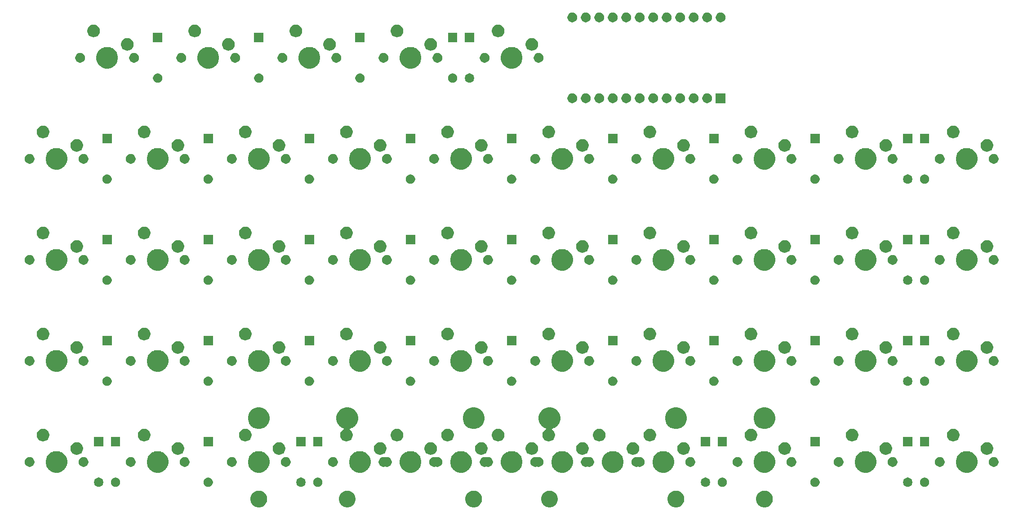
<source format=gts>
G04 #@! TF.GenerationSoftware,KiCad,Pcbnew,(5.1.4)-1*
G04 #@! TF.CreationDate,2021-08-29T21:23:07-10:00*
G04 #@! TF.ProjectId,oya45,6f796134-352e-46b6-9963-61645f706362,rev?*
G04 #@! TF.SameCoordinates,Original*
G04 #@! TF.FileFunction,Soldermask,Top*
G04 #@! TF.FilePolarity,Negative*
%FSLAX46Y46*%
G04 Gerber Fmt 4.6, Leading zero omitted, Abs format (unit mm)*
G04 Created by KiCad (PCBNEW (5.1.4)-1) date 2021-08-29 21:23:07*
%MOMM*%
%LPD*%
G04 APERTURE LIST*
%ADD10C,0.100000*%
G04 APERTURE END LIST*
D10*
G36*
X190807267Y-119740263D02*
G01*
X190959411Y-119770526D01*
X191078137Y-119819704D01*
X191246041Y-119889252D01*
X191246042Y-119889253D01*
X191504004Y-120061617D01*
X191723383Y-120280996D01*
X191838553Y-120453361D01*
X191895748Y-120538959D01*
X192014474Y-120825590D01*
X192075000Y-121129875D01*
X192075000Y-121440125D01*
X192014474Y-121744410D01*
X191895748Y-122031041D01*
X191895747Y-122031042D01*
X191723383Y-122289004D01*
X191504004Y-122508383D01*
X191331639Y-122623553D01*
X191246041Y-122680748D01*
X191078137Y-122750296D01*
X190959411Y-122799474D01*
X190655125Y-122860000D01*
X190344875Y-122860000D01*
X190040589Y-122799474D01*
X189921863Y-122750296D01*
X189753959Y-122680748D01*
X189668361Y-122623553D01*
X189495996Y-122508383D01*
X189276617Y-122289004D01*
X189104253Y-122031042D01*
X189104252Y-122031041D01*
X188985526Y-121744410D01*
X188925000Y-121440125D01*
X188925000Y-121129875D01*
X188985526Y-120825590D01*
X189104252Y-120538959D01*
X189161447Y-120453361D01*
X189276617Y-120280996D01*
X189495996Y-120061617D01*
X189753958Y-119889253D01*
X189753959Y-119889252D01*
X189921863Y-119819704D01*
X190040589Y-119770526D01*
X190192733Y-119740263D01*
X190344875Y-119710000D01*
X190655125Y-119710000D01*
X190807267Y-119740263D01*
X190807267Y-119740263D01*
G37*
G36*
X174138517Y-119740263D02*
G01*
X174290661Y-119770526D01*
X174409387Y-119819704D01*
X174577291Y-119889252D01*
X174577292Y-119889253D01*
X174835254Y-120061617D01*
X175054633Y-120280996D01*
X175169803Y-120453361D01*
X175226998Y-120538959D01*
X175345724Y-120825590D01*
X175406250Y-121129875D01*
X175406250Y-121440125D01*
X175345724Y-121744410D01*
X175226998Y-122031041D01*
X175226997Y-122031042D01*
X175054633Y-122289004D01*
X174835254Y-122508383D01*
X174662889Y-122623553D01*
X174577291Y-122680748D01*
X174409387Y-122750296D01*
X174290661Y-122799474D01*
X173986375Y-122860000D01*
X173676125Y-122860000D01*
X173371839Y-122799474D01*
X173253113Y-122750296D01*
X173085209Y-122680748D01*
X172999611Y-122623553D01*
X172827246Y-122508383D01*
X172607867Y-122289004D01*
X172435503Y-122031042D01*
X172435502Y-122031041D01*
X172316776Y-121744410D01*
X172256250Y-121440125D01*
X172256250Y-121129875D01*
X172316776Y-120825590D01*
X172435502Y-120538959D01*
X172492697Y-120453361D01*
X172607867Y-120280996D01*
X172827246Y-120061617D01*
X173085208Y-119889253D01*
X173085209Y-119889252D01*
X173253113Y-119819704D01*
X173371839Y-119770526D01*
X173523983Y-119740263D01*
X173676125Y-119710000D01*
X173986375Y-119710000D01*
X174138517Y-119740263D01*
X174138517Y-119740263D01*
G37*
G36*
X95557267Y-119740263D02*
G01*
X95709411Y-119770526D01*
X95828137Y-119819704D01*
X95996041Y-119889252D01*
X95996042Y-119889253D01*
X96254004Y-120061617D01*
X96473383Y-120280996D01*
X96588553Y-120453361D01*
X96645748Y-120538959D01*
X96764474Y-120825590D01*
X96825000Y-121129875D01*
X96825000Y-121440125D01*
X96764474Y-121744410D01*
X96645748Y-122031041D01*
X96645747Y-122031042D01*
X96473383Y-122289004D01*
X96254004Y-122508383D01*
X96081639Y-122623553D01*
X95996041Y-122680748D01*
X95828137Y-122750296D01*
X95709411Y-122799474D01*
X95405125Y-122860000D01*
X95094875Y-122860000D01*
X94790589Y-122799474D01*
X94671863Y-122750296D01*
X94503959Y-122680748D01*
X94418361Y-122623553D01*
X94245996Y-122508383D01*
X94026617Y-122289004D01*
X93854253Y-122031042D01*
X93854252Y-122031041D01*
X93735526Y-121744410D01*
X93675000Y-121440125D01*
X93675000Y-121129875D01*
X93735526Y-120825590D01*
X93854252Y-120538959D01*
X93911447Y-120453361D01*
X94026617Y-120280996D01*
X94245996Y-120061617D01*
X94503958Y-119889253D01*
X94503959Y-119889252D01*
X94671863Y-119819704D01*
X94790589Y-119770526D01*
X94942733Y-119740263D01*
X95094875Y-119710000D01*
X95405125Y-119710000D01*
X95557267Y-119740263D01*
X95557267Y-119740263D01*
G37*
G36*
X112226017Y-119740263D02*
G01*
X112378161Y-119770526D01*
X112496887Y-119819704D01*
X112664791Y-119889252D01*
X112664792Y-119889253D01*
X112922754Y-120061617D01*
X113142133Y-120280996D01*
X113257303Y-120453361D01*
X113314498Y-120538959D01*
X113433224Y-120825590D01*
X113493750Y-121129875D01*
X113493750Y-121440125D01*
X113433224Y-121744410D01*
X113314498Y-122031041D01*
X113314497Y-122031042D01*
X113142133Y-122289004D01*
X112922754Y-122508383D01*
X112750389Y-122623553D01*
X112664791Y-122680748D01*
X112496887Y-122750296D01*
X112378161Y-122799474D01*
X112073875Y-122860000D01*
X111763625Y-122860000D01*
X111459339Y-122799474D01*
X111340613Y-122750296D01*
X111172709Y-122680748D01*
X111087111Y-122623553D01*
X110914746Y-122508383D01*
X110695367Y-122289004D01*
X110523003Y-122031042D01*
X110523002Y-122031041D01*
X110404276Y-121744410D01*
X110343750Y-121440125D01*
X110343750Y-121129875D01*
X110404276Y-120825590D01*
X110523002Y-120538959D01*
X110580197Y-120453361D01*
X110695367Y-120280996D01*
X110914746Y-120061617D01*
X111172708Y-119889253D01*
X111172709Y-119889252D01*
X111340613Y-119819704D01*
X111459339Y-119770526D01*
X111611483Y-119740263D01*
X111763625Y-119710000D01*
X112073875Y-119710000D01*
X112226017Y-119740263D01*
X112226017Y-119740263D01*
G37*
G36*
X150326017Y-119740263D02*
G01*
X150478161Y-119770526D01*
X150596887Y-119819704D01*
X150764791Y-119889252D01*
X150764792Y-119889253D01*
X151022754Y-120061617D01*
X151242133Y-120280996D01*
X151357303Y-120453361D01*
X151414498Y-120538959D01*
X151533224Y-120825590D01*
X151593750Y-121129875D01*
X151593750Y-121440125D01*
X151533224Y-121744410D01*
X151414498Y-122031041D01*
X151414497Y-122031042D01*
X151242133Y-122289004D01*
X151022754Y-122508383D01*
X150850389Y-122623553D01*
X150764791Y-122680748D01*
X150596887Y-122750296D01*
X150478161Y-122799474D01*
X150173875Y-122860000D01*
X149863625Y-122860000D01*
X149559339Y-122799474D01*
X149440613Y-122750296D01*
X149272709Y-122680748D01*
X149187111Y-122623553D01*
X149014746Y-122508383D01*
X148795367Y-122289004D01*
X148623003Y-122031042D01*
X148623002Y-122031041D01*
X148504276Y-121744410D01*
X148443750Y-121440125D01*
X148443750Y-121129875D01*
X148504276Y-120825590D01*
X148623002Y-120538959D01*
X148680197Y-120453361D01*
X148795367Y-120280996D01*
X149014746Y-120061617D01*
X149272708Y-119889253D01*
X149272709Y-119889252D01*
X149440613Y-119819704D01*
X149559339Y-119770526D01*
X149711483Y-119740263D01*
X149863625Y-119710000D01*
X150173875Y-119710000D01*
X150326017Y-119740263D01*
X150326017Y-119740263D01*
G37*
G36*
X136038517Y-119740263D02*
G01*
X136190661Y-119770526D01*
X136309387Y-119819704D01*
X136477291Y-119889252D01*
X136477292Y-119889253D01*
X136735254Y-120061617D01*
X136954633Y-120280996D01*
X137069803Y-120453361D01*
X137126998Y-120538959D01*
X137245724Y-120825590D01*
X137306250Y-121129875D01*
X137306250Y-121440125D01*
X137245724Y-121744410D01*
X137126998Y-122031041D01*
X137126997Y-122031042D01*
X136954633Y-122289004D01*
X136735254Y-122508383D01*
X136562889Y-122623553D01*
X136477291Y-122680748D01*
X136309387Y-122750296D01*
X136190661Y-122799474D01*
X135886375Y-122860000D01*
X135576125Y-122860000D01*
X135271839Y-122799474D01*
X135153113Y-122750296D01*
X134985209Y-122680748D01*
X134899611Y-122623553D01*
X134727246Y-122508383D01*
X134507867Y-122289004D01*
X134335503Y-122031042D01*
X134335502Y-122031041D01*
X134216776Y-121744410D01*
X134156250Y-121440125D01*
X134156250Y-121129875D01*
X134216776Y-120825590D01*
X134335502Y-120538959D01*
X134392697Y-120453361D01*
X134507867Y-120280996D01*
X134727246Y-120061617D01*
X134985208Y-119889253D01*
X134985209Y-119889252D01*
X135153113Y-119819704D01*
X135271839Y-119770526D01*
X135423983Y-119740263D01*
X135576125Y-119710000D01*
X135886375Y-119710000D01*
X136038517Y-119740263D01*
X136038517Y-119740263D01*
G37*
G36*
X217658497Y-117250341D02*
G01*
X217743166Y-117267183D01*
X217809238Y-117294551D01*
X217902677Y-117333255D01*
X218046236Y-117429178D01*
X218168322Y-117551264D01*
X218264245Y-117694823D01*
X218330317Y-117854335D01*
X218364000Y-118023671D01*
X218364000Y-118196329D01*
X218330317Y-118365665D01*
X218264245Y-118525177D01*
X218168322Y-118668736D01*
X218046236Y-118790822D01*
X217902677Y-118886745D01*
X217809238Y-118925449D01*
X217743166Y-118952817D01*
X217658497Y-118969659D01*
X217573829Y-118986500D01*
X217401171Y-118986500D01*
X217316503Y-118969659D01*
X217231834Y-118952817D01*
X217165762Y-118925449D01*
X217072323Y-118886745D01*
X216928764Y-118790822D01*
X216806678Y-118668736D01*
X216710755Y-118525177D01*
X216644683Y-118365665D01*
X216611000Y-118196329D01*
X216611000Y-118023671D01*
X216644683Y-117854335D01*
X216710755Y-117694823D01*
X216806678Y-117551264D01*
X216928764Y-117429178D01*
X217072323Y-117333255D01*
X217165762Y-117294551D01*
X217231834Y-117267183D01*
X217316503Y-117250341D01*
X217401171Y-117233500D01*
X217573829Y-117233500D01*
X217658497Y-117250341D01*
X217658497Y-117250341D01*
G37*
G36*
X220833497Y-117250341D02*
G01*
X220918166Y-117267183D01*
X220984238Y-117294551D01*
X221077677Y-117333255D01*
X221221236Y-117429178D01*
X221343322Y-117551264D01*
X221439245Y-117694823D01*
X221505317Y-117854335D01*
X221539000Y-118023671D01*
X221539000Y-118196329D01*
X221505317Y-118365665D01*
X221439245Y-118525177D01*
X221343322Y-118668736D01*
X221221236Y-118790822D01*
X221077677Y-118886745D01*
X220984238Y-118925449D01*
X220918166Y-118952817D01*
X220833497Y-118969659D01*
X220748829Y-118986500D01*
X220576171Y-118986500D01*
X220491503Y-118969659D01*
X220406834Y-118952817D01*
X220340762Y-118925449D01*
X220247323Y-118886745D01*
X220103764Y-118790822D01*
X219981678Y-118668736D01*
X219885755Y-118525177D01*
X219819683Y-118365665D01*
X219786000Y-118196329D01*
X219786000Y-118023671D01*
X219819683Y-117854335D01*
X219885755Y-117694823D01*
X219981678Y-117551264D01*
X220103764Y-117429178D01*
X220247323Y-117333255D01*
X220340762Y-117294551D01*
X220406834Y-117267183D01*
X220491503Y-117250341D01*
X220576171Y-117233500D01*
X220748829Y-117233500D01*
X220833497Y-117250341D01*
X220833497Y-117250341D01*
G37*
G36*
X182733497Y-117250341D02*
G01*
X182818166Y-117267183D01*
X182884238Y-117294551D01*
X182977677Y-117333255D01*
X183121236Y-117429178D01*
X183243322Y-117551264D01*
X183339245Y-117694823D01*
X183405317Y-117854335D01*
X183439000Y-118023671D01*
X183439000Y-118196329D01*
X183405317Y-118365665D01*
X183339245Y-118525177D01*
X183243322Y-118668736D01*
X183121236Y-118790822D01*
X182977677Y-118886745D01*
X182884238Y-118925449D01*
X182818166Y-118952817D01*
X182733497Y-118969659D01*
X182648829Y-118986500D01*
X182476171Y-118986500D01*
X182391503Y-118969659D01*
X182306834Y-118952817D01*
X182240762Y-118925449D01*
X182147323Y-118886745D01*
X182003764Y-118790822D01*
X181881678Y-118668736D01*
X181785755Y-118525177D01*
X181719683Y-118365665D01*
X181686000Y-118196329D01*
X181686000Y-118023671D01*
X181719683Y-117854335D01*
X181785755Y-117694823D01*
X181881678Y-117551264D01*
X182003764Y-117429178D01*
X182147323Y-117333255D01*
X182240762Y-117294551D01*
X182306834Y-117267183D01*
X182391503Y-117250341D01*
X182476171Y-117233500D01*
X182648829Y-117233500D01*
X182733497Y-117250341D01*
X182733497Y-117250341D01*
G37*
G36*
X179558497Y-117250341D02*
G01*
X179643166Y-117267183D01*
X179709238Y-117294551D01*
X179802677Y-117333255D01*
X179946236Y-117429178D01*
X180068322Y-117551264D01*
X180164245Y-117694823D01*
X180230317Y-117854335D01*
X180264000Y-118023671D01*
X180264000Y-118196329D01*
X180230317Y-118365665D01*
X180164245Y-118525177D01*
X180068322Y-118668736D01*
X179946236Y-118790822D01*
X179802677Y-118886745D01*
X179709238Y-118925449D01*
X179643166Y-118952817D01*
X179558497Y-118969659D01*
X179473829Y-118986500D01*
X179301171Y-118986500D01*
X179216503Y-118969659D01*
X179131834Y-118952817D01*
X179065762Y-118925449D01*
X178972323Y-118886745D01*
X178828764Y-118790822D01*
X178706678Y-118668736D01*
X178610755Y-118525177D01*
X178544683Y-118365665D01*
X178511000Y-118196329D01*
X178511000Y-118023671D01*
X178544683Y-117854335D01*
X178610755Y-117694823D01*
X178706678Y-117551264D01*
X178828764Y-117429178D01*
X178972323Y-117333255D01*
X179065762Y-117294551D01*
X179131834Y-117267183D01*
X179216503Y-117250341D01*
X179301171Y-117233500D01*
X179473829Y-117233500D01*
X179558497Y-117250341D01*
X179558497Y-117250341D01*
G37*
G36*
X106533497Y-117250341D02*
G01*
X106618166Y-117267183D01*
X106684238Y-117294551D01*
X106777677Y-117333255D01*
X106921236Y-117429178D01*
X107043322Y-117551264D01*
X107139245Y-117694823D01*
X107205317Y-117854335D01*
X107239000Y-118023671D01*
X107239000Y-118196329D01*
X107205317Y-118365665D01*
X107139245Y-118525177D01*
X107043322Y-118668736D01*
X106921236Y-118790822D01*
X106777677Y-118886745D01*
X106684238Y-118925449D01*
X106618166Y-118952817D01*
X106533497Y-118969659D01*
X106448829Y-118986500D01*
X106276171Y-118986500D01*
X106191503Y-118969659D01*
X106106834Y-118952817D01*
X106040762Y-118925449D01*
X105947323Y-118886745D01*
X105803764Y-118790822D01*
X105681678Y-118668736D01*
X105585755Y-118525177D01*
X105519683Y-118365665D01*
X105486000Y-118196329D01*
X105486000Y-118023671D01*
X105519683Y-117854335D01*
X105585755Y-117694823D01*
X105681678Y-117551264D01*
X105803764Y-117429178D01*
X105947323Y-117333255D01*
X106040762Y-117294551D01*
X106106834Y-117267183D01*
X106191503Y-117250341D01*
X106276171Y-117233500D01*
X106448829Y-117233500D01*
X106533497Y-117250341D01*
X106533497Y-117250341D01*
G37*
G36*
X103358497Y-117250341D02*
G01*
X103443166Y-117267183D01*
X103509238Y-117294551D01*
X103602677Y-117333255D01*
X103746236Y-117429178D01*
X103868322Y-117551264D01*
X103964245Y-117694823D01*
X104030317Y-117854335D01*
X104064000Y-118023671D01*
X104064000Y-118196329D01*
X104030317Y-118365665D01*
X103964245Y-118525177D01*
X103868322Y-118668736D01*
X103746236Y-118790822D01*
X103602677Y-118886745D01*
X103509238Y-118925449D01*
X103443166Y-118952817D01*
X103358497Y-118969659D01*
X103273829Y-118986500D01*
X103101171Y-118986500D01*
X103016503Y-118969659D01*
X102931834Y-118952817D01*
X102865762Y-118925449D01*
X102772323Y-118886745D01*
X102628764Y-118790822D01*
X102506678Y-118668736D01*
X102410755Y-118525177D01*
X102344683Y-118365665D01*
X102311000Y-118196329D01*
X102311000Y-118023671D01*
X102344683Y-117854335D01*
X102410755Y-117694823D01*
X102506678Y-117551264D01*
X102628764Y-117429178D01*
X102772323Y-117333255D01*
X102865762Y-117294551D01*
X102931834Y-117267183D01*
X103016503Y-117250341D01*
X103101171Y-117233500D01*
X103273829Y-117233500D01*
X103358497Y-117250341D01*
X103358497Y-117250341D01*
G37*
G36*
X85895997Y-117250341D02*
G01*
X85980666Y-117267183D01*
X86046738Y-117294551D01*
X86140177Y-117333255D01*
X86283736Y-117429178D01*
X86405822Y-117551264D01*
X86501745Y-117694823D01*
X86567817Y-117854335D01*
X86601500Y-118023671D01*
X86601500Y-118196329D01*
X86567817Y-118365665D01*
X86501745Y-118525177D01*
X86405822Y-118668736D01*
X86283736Y-118790822D01*
X86140177Y-118886745D01*
X86046738Y-118925449D01*
X85980666Y-118952817D01*
X85895997Y-118969659D01*
X85811329Y-118986500D01*
X85638671Y-118986500D01*
X85554003Y-118969659D01*
X85469334Y-118952817D01*
X85403262Y-118925449D01*
X85309823Y-118886745D01*
X85166264Y-118790822D01*
X85044178Y-118668736D01*
X84948255Y-118525177D01*
X84882183Y-118365665D01*
X84848500Y-118196329D01*
X84848500Y-118023671D01*
X84882183Y-117854335D01*
X84948255Y-117694823D01*
X85044178Y-117551264D01*
X85166264Y-117429178D01*
X85309823Y-117333255D01*
X85403262Y-117294551D01*
X85469334Y-117267183D01*
X85554003Y-117250341D01*
X85638671Y-117233500D01*
X85811329Y-117233500D01*
X85895997Y-117250341D01*
X85895997Y-117250341D01*
G37*
G36*
X68433497Y-117250341D02*
G01*
X68518166Y-117267183D01*
X68584238Y-117294551D01*
X68677677Y-117333255D01*
X68821236Y-117429178D01*
X68943322Y-117551264D01*
X69039245Y-117694823D01*
X69105317Y-117854335D01*
X69139000Y-118023671D01*
X69139000Y-118196329D01*
X69105317Y-118365665D01*
X69039245Y-118525177D01*
X68943322Y-118668736D01*
X68821236Y-118790822D01*
X68677677Y-118886745D01*
X68584238Y-118925449D01*
X68518166Y-118952817D01*
X68433497Y-118969659D01*
X68348829Y-118986500D01*
X68176171Y-118986500D01*
X68091503Y-118969659D01*
X68006834Y-118952817D01*
X67940762Y-118925449D01*
X67847323Y-118886745D01*
X67703764Y-118790822D01*
X67581678Y-118668736D01*
X67485755Y-118525177D01*
X67419683Y-118365665D01*
X67386000Y-118196329D01*
X67386000Y-118023671D01*
X67419683Y-117854335D01*
X67485755Y-117694823D01*
X67581678Y-117551264D01*
X67703764Y-117429178D01*
X67847323Y-117333255D01*
X67940762Y-117294551D01*
X68006834Y-117267183D01*
X68091503Y-117250341D01*
X68176171Y-117233500D01*
X68348829Y-117233500D01*
X68433497Y-117250341D01*
X68433497Y-117250341D01*
G37*
G36*
X65258497Y-117250341D02*
G01*
X65343166Y-117267183D01*
X65409238Y-117294551D01*
X65502677Y-117333255D01*
X65646236Y-117429178D01*
X65768322Y-117551264D01*
X65864245Y-117694823D01*
X65930317Y-117854335D01*
X65964000Y-118023671D01*
X65964000Y-118196329D01*
X65930317Y-118365665D01*
X65864245Y-118525177D01*
X65768322Y-118668736D01*
X65646236Y-118790822D01*
X65502677Y-118886745D01*
X65409238Y-118925449D01*
X65343166Y-118952817D01*
X65258497Y-118969659D01*
X65173829Y-118986500D01*
X65001171Y-118986500D01*
X64916503Y-118969659D01*
X64831834Y-118952817D01*
X64765762Y-118925449D01*
X64672323Y-118886745D01*
X64528764Y-118790822D01*
X64406678Y-118668736D01*
X64310755Y-118525177D01*
X64244683Y-118365665D01*
X64211000Y-118196329D01*
X64211000Y-118023671D01*
X64244683Y-117854335D01*
X64310755Y-117694823D01*
X64406678Y-117551264D01*
X64528764Y-117429178D01*
X64672323Y-117333255D01*
X64765762Y-117294551D01*
X64831834Y-117267183D01*
X64916503Y-117250341D01*
X65001171Y-117233500D01*
X65173829Y-117233500D01*
X65258497Y-117250341D01*
X65258497Y-117250341D01*
G37*
G36*
X200195997Y-117250341D02*
G01*
X200280666Y-117267183D01*
X200346738Y-117294551D01*
X200440177Y-117333255D01*
X200583736Y-117429178D01*
X200705822Y-117551264D01*
X200801745Y-117694823D01*
X200867817Y-117854335D01*
X200901500Y-118023671D01*
X200901500Y-118196329D01*
X200867817Y-118365665D01*
X200801745Y-118525177D01*
X200705822Y-118668736D01*
X200583736Y-118790822D01*
X200440177Y-118886745D01*
X200346738Y-118925449D01*
X200280666Y-118952817D01*
X200195997Y-118969659D01*
X200111329Y-118986500D01*
X199938671Y-118986500D01*
X199854003Y-118969659D01*
X199769334Y-118952817D01*
X199703262Y-118925449D01*
X199609823Y-118886745D01*
X199466264Y-118790822D01*
X199344178Y-118668736D01*
X199248255Y-118525177D01*
X199182183Y-118365665D01*
X199148500Y-118196329D01*
X199148500Y-118023671D01*
X199182183Y-117854335D01*
X199248255Y-117694823D01*
X199344178Y-117551264D01*
X199466264Y-117429178D01*
X199609823Y-117333255D01*
X199703262Y-117294551D01*
X199769334Y-117267183D01*
X199854003Y-117250341D01*
X199938671Y-117233500D01*
X200111329Y-117233500D01*
X200195997Y-117250341D01*
X200195997Y-117250341D01*
G37*
G36*
X124421474Y-112333684D02*
G01*
X124639474Y-112423983D01*
X124793623Y-112487833D01*
X125128548Y-112711623D01*
X125413377Y-112996452D01*
X125637167Y-113331377D01*
X125672433Y-113416518D01*
X125791316Y-113703526D01*
X125869900Y-114098594D01*
X125869900Y-114501406D01*
X125791316Y-114896474D01*
X125740451Y-115019272D01*
X125637167Y-115268623D01*
X125413377Y-115603548D01*
X125128548Y-115888377D01*
X124793623Y-116112167D01*
X124639474Y-116176017D01*
X124421474Y-116266316D01*
X124026406Y-116344900D01*
X123623594Y-116344900D01*
X123228526Y-116266316D01*
X123010526Y-116176017D01*
X122856377Y-116112167D01*
X122521452Y-115888377D01*
X122236623Y-115603548D01*
X122012833Y-115268623D01*
X121909549Y-115019272D01*
X121858684Y-114896474D01*
X121780100Y-114501406D01*
X121780100Y-114098594D01*
X121858684Y-113703526D01*
X121977567Y-113416518D01*
X122012833Y-113331377D01*
X122236623Y-112996452D01*
X122521452Y-112711623D01*
X122856377Y-112487833D01*
X123010526Y-112423983D01*
X123228526Y-112333684D01*
X123623594Y-112255100D01*
X124026406Y-112255100D01*
X124421474Y-112333684D01*
X124421474Y-112333684D01*
G37*
G36*
X57746474Y-112333684D02*
G01*
X57964474Y-112423983D01*
X58118623Y-112487833D01*
X58453548Y-112711623D01*
X58738377Y-112996452D01*
X58962167Y-113331377D01*
X58997433Y-113416518D01*
X59116316Y-113703526D01*
X59194900Y-114098594D01*
X59194900Y-114501406D01*
X59116316Y-114896474D01*
X59065451Y-115019272D01*
X58962167Y-115268623D01*
X58738377Y-115603548D01*
X58453548Y-115888377D01*
X58118623Y-116112167D01*
X57964474Y-116176017D01*
X57746474Y-116266316D01*
X57351406Y-116344900D01*
X56948594Y-116344900D01*
X56553526Y-116266316D01*
X56335526Y-116176017D01*
X56181377Y-116112167D01*
X55846452Y-115888377D01*
X55561623Y-115603548D01*
X55337833Y-115268623D01*
X55234549Y-115019272D01*
X55183684Y-114896474D01*
X55105100Y-114501406D01*
X55105100Y-114098594D01*
X55183684Y-113703526D01*
X55302567Y-113416518D01*
X55337833Y-113331377D01*
X55561623Y-112996452D01*
X55846452Y-112711623D01*
X56181377Y-112487833D01*
X56335526Y-112423983D01*
X56553526Y-112333684D01*
X56948594Y-112255100D01*
X57351406Y-112255100D01*
X57746474Y-112333684D01*
X57746474Y-112333684D01*
G37*
G36*
X229196474Y-112333684D02*
G01*
X229414474Y-112423983D01*
X229568623Y-112487833D01*
X229903548Y-112711623D01*
X230188377Y-112996452D01*
X230412167Y-113331377D01*
X230447433Y-113416518D01*
X230566316Y-113703526D01*
X230644900Y-114098594D01*
X230644900Y-114501406D01*
X230566316Y-114896474D01*
X230515451Y-115019272D01*
X230412167Y-115268623D01*
X230188377Y-115603548D01*
X229903548Y-115888377D01*
X229568623Y-116112167D01*
X229414474Y-116176017D01*
X229196474Y-116266316D01*
X228801406Y-116344900D01*
X228398594Y-116344900D01*
X228003526Y-116266316D01*
X227785526Y-116176017D01*
X227631377Y-116112167D01*
X227296452Y-115888377D01*
X227011623Y-115603548D01*
X226787833Y-115268623D01*
X226684549Y-115019272D01*
X226633684Y-114896474D01*
X226555100Y-114501406D01*
X226555100Y-114098594D01*
X226633684Y-113703526D01*
X226752567Y-113416518D01*
X226787833Y-113331377D01*
X227011623Y-112996452D01*
X227296452Y-112711623D01*
X227631377Y-112487833D01*
X227785526Y-112423983D01*
X228003526Y-112333684D01*
X228398594Y-112255100D01*
X228801406Y-112255100D01*
X229196474Y-112333684D01*
X229196474Y-112333684D01*
G37*
G36*
X210146474Y-112333684D02*
G01*
X210364474Y-112423983D01*
X210518623Y-112487833D01*
X210853548Y-112711623D01*
X211138377Y-112996452D01*
X211362167Y-113331377D01*
X211397433Y-113416518D01*
X211516316Y-113703526D01*
X211594900Y-114098594D01*
X211594900Y-114501406D01*
X211516316Y-114896474D01*
X211465451Y-115019272D01*
X211362167Y-115268623D01*
X211138377Y-115603548D01*
X210853548Y-115888377D01*
X210518623Y-116112167D01*
X210364474Y-116176017D01*
X210146474Y-116266316D01*
X209751406Y-116344900D01*
X209348594Y-116344900D01*
X208953526Y-116266316D01*
X208735526Y-116176017D01*
X208581377Y-116112167D01*
X208246452Y-115888377D01*
X207961623Y-115603548D01*
X207737833Y-115268623D01*
X207634549Y-115019272D01*
X207583684Y-114896474D01*
X207505100Y-114501406D01*
X207505100Y-114098594D01*
X207583684Y-113703526D01*
X207702567Y-113416518D01*
X207737833Y-113331377D01*
X207961623Y-112996452D01*
X208246452Y-112711623D01*
X208581377Y-112487833D01*
X208735526Y-112423983D01*
X208953526Y-112333684D01*
X209348594Y-112255100D01*
X209751406Y-112255100D01*
X210146474Y-112333684D01*
X210146474Y-112333684D01*
G37*
G36*
X191096474Y-112333684D02*
G01*
X191314474Y-112423983D01*
X191468623Y-112487833D01*
X191803548Y-112711623D01*
X192088377Y-112996452D01*
X192312167Y-113331377D01*
X192347433Y-113416518D01*
X192466316Y-113703526D01*
X192544900Y-114098594D01*
X192544900Y-114501406D01*
X192466316Y-114896474D01*
X192415451Y-115019272D01*
X192312167Y-115268623D01*
X192088377Y-115603548D01*
X191803548Y-115888377D01*
X191468623Y-116112167D01*
X191314474Y-116176017D01*
X191096474Y-116266316D01*
X190701406Y-116344900D01*
X190298594Y-116344900D01*
X189903526Y-116266316D01*
X189685526Y-116176017D01*
X189531377Y-116112167D01*
X189196452Y-115888377D01*
X188911623Y-115603548D01*
X188687833Y-115268623D01*
X188584549Y-115019272D01*
X188533684Y-114896474D01*
X188455100Y-114501406D01*
X188455100Y-114098594D01*
X188533684Y-113703526D01*
X188652567Y-113416518D01*
X188687833Y-113331377D01*
X188911623Y-112996452D01*
X189196452Y-112711623D01*
X189531377Y-112487833D01*
X189685526Y-112423983D01*
X189903526Y-112333684D01*
X190298594Y-112255100D01*
X190701406Y-112255100D01*
X191096474Y-112333684D01*
X191096474Y-112333684D01*
G37*
G36*
X172046474Y-112333684D02*
G01*
X172264474Y-112423983D01*
X172418623Y-112487833D01*
X172753548Y-112711623D01*
X173038377Y-112996452D01*
X173262167Y-113331377D01*
X173297433Y-113416518D01*
X173416316Y-113703526D01*
X173494900Y-114098594D01*
X173494900Y-114501406D01*
X173416316Y-114896474D01*
X173365451Y-115019272D01*
X173262167Y-115268623D01*
X173038377Y-115603548D01*
X172753548Y-115888377D01*
X172418623Y-116112167D01*
X172264474Y-116176017D01*
X172046474Y-116266316D01*
X171651406Y-116344900D01*
X171248594Y-116344900D01*
X170853526Y-116266316D01*
X170635526Y-116176017D01*
X170481377Y-116112167D01*
X170146452Y-115888377D01*
X169861623Y-115603548D01*
X169637833Y-115268623D01*
X169534549Y-115019272D01*
X169483684Y-114896474D01*
X169405100Y-114501406D01*
X169405100Y-114098594D01*
X169483684Y-113703526D01*
X169602567Y-113416518D01*
X169637833Y-113331377D01*
X169861623Y-112996452D01*
X170146452Y-112711623D01*
X170481377Y-112487833D01*
X170635526Y-112423983D01*
X170853526Y-112333684D01*
X171248594Y-112255100D01*
X171651406Y-112255100D01*
X172046474Y-112333684D01*
X172046474Y-112333684D01*
G37*
G36*
X162521474Y-112333684D02*
G01*
X162739474Y-112423983D01*
X162893623Y-112487833D01*
X163228548Y-112711623D01*
X163513377Y-112996452D01*
X163737167Y-113331377D01*
X163772433Y-113416518D01*
X163891316Y-113703526D01*
X163969900Y-114098594D01*
X163969900Y-114501406D01*
X163891316Y-114896474D01*
X163840451Y-115019272D01*
X163737167Y-115268623D01*
X163513377Y-115603548D01*
X163228548Y-115888377D01*
X162893623Y-116112167D01*
X162739474Y-116176017D01*
X162521474Y-116266316D01*
X162126406Y-116344900D01*
X161723594Y-116344900D01*
X161328526Y-116266316D01*
X161110526Y-116176017D01*
X160956377Y-116112167D01*
X160621452Y-115888377D01*
X160336623Y-115603548D01*
X160112833Y-115268623D01*
X160009549Y-115019272D01*
X159958684Y-114896474D01*
X159880100Y-114501406D01*
X159880100Y-114098594D01*
X159958684Y-113703526D01*
X160077567Y-113416518D01*
X160112833Y-113331377D01*
X160336623Y-112996452D01*
X160621452Y-112711623D01*
X160956377Y-112487833D01*
X161110526Y-112423983D01*
X161328526Y-112333684D01*
X161723594Y-112255100D01*
X162126406Y-112255100D01*
X162521474Y-112333684D01*
X162521474Y-112333684D01*
G37*
G36*
X152996474Y-112333684D02*
G01*
X153214474Y-112423983D01*
X153368623Y-112487833D01*
X153703548Y-112711623D01*
X153988377Y-112996452D01*
X154212167Y-113331377D01*
X154247433Y-113416518D01*
X154366316Y-113703526D01*
X154444900Y-114098594D01*
X154444900Y-114501406D01*
X154366316Y-114896474D01*
X154315451Y-115019272D01*
X154212167Y-115268623D01*
X153988377Y-115603548D01*
X153703548Y-115888377D01*
X153368623Y-116112167D01*
X153214474Y-116176017D01*
X152996474Y-116266316D01*
X152601406Y-116344900D01*
X152198594Y-116344900D01*
X151803526Y-116266316D01*
X151585526Y-116176017D01*
X151431377Y-116112167D01*
X151096452Y-115888377D01*
X150811623Y-115603548D01*
X150587833Y-115268623D01*
X150484549Y-115019272D01*
X150433684Y-114896474D01*
X150355100Y-114501406D01*
X150355100Y-114098594D01*
X150433684Y-113703526D01*
X150552567Y-113416518D01*
X150587833Y-113331377D01*
X150811623Y-112996452D01*
X151096452Y-112711623D01*
X151431377Y-112487833D01*
X151585526Y-112423983D01*
X151803526Y-112333684D01*
X152198594Y-112255100D01*
X152601406Y-112255100D01*
X152996474Y-112333684D01*
X152996474Y-112333684D01*
G37*
G36*
X133946474Y-112333684D02*
G01*
X134164474Y-112423983D01*
X134318623Y-112487833D01*
X134653548Y-112711623D01*
X134938377Y-112996452D01*
X135162167Y-113331377D01*
X135197433Y-113416518D01*
X135316316Y-113703526D01*
X135394900Y-114098594D01*
X135394900Y-114501406D01*
X135316316Y-114896474D01*
X135265451Y-115019272D01*
X135162167Y-115268623D01*
X134938377Y-115603548D01*
X134653548Y-115888377D01*
X134318623Y-116112167D01*
X134164474Y-116176017D01*
X133946474Y-116266316D01*
X133551406Y-116344900D01*
X133148594Y-116344900D01*
X132753526Y-116266316D01*
X132535526Y-116176017D01*
X132381377Y-116112167D01*
X132046452Y-115888377D01*
X131761623Y-115603548D01*
X131537833Y-115268623D01*
X131434549Y-115019272D01*
X131383684Y-114896474D01*
X131305100Y-114501406D01*
X131305100Y-114098594D01*
X131383684Y-113703526D01*
X131502567Y-113416518D01*
X131537833Y-113331377D01*
X131761623Y-112996452D01*
X132046452Y-112711623D01*
X132381377Y-112487833D01*
X132535526Y-112423983D01*
X132753526Y-112333684D01*
X133148594Y-112255100D01*
X133551406Y-112255100D01*
X133946474Y-112333684D01*
X133946474Y-112333684D01*
G37*
G36*
X143471474Y-112333684D02*
G01*
X143689474Y-112423983D01*
X143843623Y-112487833D01*
X144178548Y-112711623D01*
X144463377Y-112996452D01*
X144687167Y-113331377D01*
X144722433Y-113416518D01*
X144841316Y-113703526D01*
X144919900Y-114098594D01*
X144919900Y-114501406D01*
X144841316Y-114896474D01*
X144790451Y-115019272D01*
X144687167Y-115268623D01*
X144463377Y-115603548D01*
X144178548Y-115888377D01*
X143843623Y-116112167D01*
X143689474Y-116176017D01*
X143471474Y-116266316D01*
X143076406Y-116344900D01*
X142673594Y-116344900D01*
X142278526Y-116266316D01*
X142060526Y-116176017D01*
X141906377Y-116112167D01*
X141571452Y-115888377D01*
X141286623Y-115603548D01*
X141062833Y-115268623D01*
X140959549Y-115019272D01*
X140908684Y-114896474D01*
X140830100Y-114501406D01*
X140830100Y-114098594D01*
X140908684Y-113703526D01*
X141027567Y-113416518D01*
X141062833Y-113331377D01*
X141286623Y-112996452D01*
X141571452Y-112711623D01*
X141906377Y-112487833D01*
X142060526Y-112423983D01*
X142278526Y-112333684D01*
X142673594Y-112255100D01*
X143076406Y-112255100D01*
X143471474Y-112333684D01*
X143471474Y-112333684D01*
G37*
G36*
X95846474Y-112333684D02*
G01*
X96064474Y-112423983D01*
X96218623Y-112487833D01*
X96553548Y-112711623D01*
X96838377Y-112996452D01*
X97062167Y-113331377D01*
X97097433Y-113416518D01*
X97216316Y-113703526D01*
X97294900Y-114098594D01*
X97294900Y-114501406D01*
X97216316Y-114896474D01*
X97165451Y-115019272D01*
X97062167Y-115268623D01*
X96838377Y-115603548D01*
X96553548Y-115888377D01*
X96218623Y-116112167D01*
X96064474Y-116176017D01*
X95846474Y-116266316D01*
X95451406Y-116344900D01*
X95048594Y-116344900D01*
X94653526Y-116266316D01*
X94435526Y-116176017D01*
X94281377Y-116112167D01*
X93946452Y-115888377D01*
X93661623Y-115603548D01*
X93437833Y-115268623D01*
X93334549Y-115019272D01*
X93283684Y-114896474D01*
X93205100Y-114501406D01*
X93205100Y-114098594D01*
X93283684Y-113703526D01*
X93402567Y-113416518D01*
X93437833Y-113331377D01*
X93661623Y-112996452D01*
X93946452Y-112711623D01*
X94281377Y-112487833D01*
X94435526Y-112423983D01*
X94653526Y-112333684D01*
X95048594Y-112255100D01*
X95451406Y-112255100D01*
X95846474Y-112333684D01*
X95846474Y-112333684D01*
G37*
G36*
X76796474Y-112333684D02*
G01*
X77014474Y-112423983D01*
X77168623Y-112487833D01*
X77503548Y-112711623D01*
X77788377Y-112996452D01*
X78012167Y-113331377D01*
X78047433Y-113416518D01*
X78166316Y-113703526D01*
X78244900Y-114098594D01*
X78244900Y-114501406D01*
X78166316Y-114896474D01*
X78115451Y-115019272D01*
X78012167Y-115268623D01*
X77788377Y-115603548D01*
X77503548Y-115888377D01*
X77168623Y-116112167D01*
X77014474Y-116176017D01*
X76796474Y-116266316D01*
X76401406Y-116344900D01*
X75998594Y-116344900D01*
X75603526Y-116266316D01*
X75385526Y-116176017D01*
X75231377Y-116112167D01*
X74896452Y-115888377D01*
X74611623Y-115603548D01*
X74387833Y-115268623D01*
X74284549Y-115019272D01*
X74233684Y-114896474D01*
X74155100Y-114501406D01*
X74155100Y-114098594D01*
X74233684Y-113703526D01*
X74352567Y-113416518D01*
X74387833Y-113331377D01*
X74611623Y-112996452D01*
X74896452Y-112711623D01*
X75231377Y-112487833D01*
X75385526Y-112423983D01*
X75603526Y-112333684D01*
X75998594Y-112255100D01*
X76401406Y-112255100D01*
X76796474Y-112333684D01*
X76796474Y-112333684D01*
G37*
G36*
X114896474Y-112333684D02*
G01*
X115114474Y-112423983D01*
X115268623Y-112487833D01*
X115603548Y-112711623D01*
X115888377Y-112996452D01*
X116112167Y-113331377D01*
X116147433Y-113416518D01*
X116266316Y-113703526D01*
X116344900Y-114098594D01*
X116344900Y-114501406D01*
X116266316Y-114896474D01*
X116215451Y-115019272D01*
X116112167Y-115268623D01*
X115888377Y-115603548D01*
X115603548Y-115888377D01*
X115268623Y-116112167D01*
X115114474Y-116176017D01*
X114896474Y-116266316D01*
X114501406Y-116344900D01*
X114098594Y-116344900D01*
X113703526Y-116266316D01*
X113485526Y-116176017D01*
X113331377Y-116112167D01*
X112996452Y-115888377D01*
X112711623Y-115603548D01*
X112487833Y-115268623D01*
X112384549Y-115019272D01*
X112333684Y-114896474D01*
X112255100Y-114501406D01*
X112255100Y-114098594D01*
X112333684Y-113703526D01*
X112452567Y-113416518D01*
X112487833Y-113331377D01*
X112711623Y-112996452D01*
X112996452Y-112711623D01*
X113331377Y-112487833D01*
X113485526Y-112423983D01*
X113703526Y-112333684D01*
X114098594Y-112255100D01*
X114501406Y-112255100D01*
X114896474Y-112333684D01*
X114896474Y-112333684D01*
G37*
G36*
X147590104Y-113409585D02*
G01*
X147590110Y-113409588D01*
X147590565Y-113409678D01*
X147613118Y-113416518D01*
X147637504Y-113418919D01*
X147661890Y-113416516D01*
X147684435Y-113409678D01*
X147684890Y-113409588D01*
X147684896Y-113409585D01*
X147863797Y-113374000D01*
X148046203Y-113374000D01*
X148225104Y-113409585D01*
X148393626Y-113479389D01*
X148545291Y-113580728D01*
X148674272Y-113709709D01*
X148775611Y-113861374D01*
X148845415Y-114029896D01*
X148881000Y-114208797D01*
X148881000Y-114391203D01*
X148845415Y-114570104D01*
X148775611Y-114738626D01*
X148674272Y-114890291D01*
X148545291Y-115019272D01*
X148393626Y-115120611D01*
X148225104Y-115190415D01*
X148046203Y-115226000D01*
X147863797Y-115226000D01*
X147684896Y-115190415D01*
X147684890Y-115190412D01*
X147684435Y-115190322D01*
X147661882Y-115183482D01*
X147637496Y-115181081D01*
X147613110Y-115183484D01*
X147590565Y-115190322D01*
X147590110Y-115190412D01*
X147590104Y-115190415D01*
X147411203Y-115226000D01*
X147228797Y-115226000D01*
X147049896Y-115190415D01*
X146881374Y-115120611D01*
X146729709Y-115019272D01*
X146600728Y-114890291D01*
X146499389Y-114738626D01*
X146429585Y-114570104D01*
X146394000Y-114391203D01*
X146394000Y-114208797D01*
X146429585Y-114029896D01*
X146499389Y-113861374D01*
X146600728Y-113709709D01*
X146729709Y-113580728D01*
X146881374Y-113479389D01*
X147049896Y-113409585D01*
X147228797Y-113374000D01*
X147411203Y-113374000D01*
X147590104Y-113409585D01*
X147590104Y-113409585D01*
G37*
G36*
X62500104Y-113409585D02*
G01*
X62668626Y-113479389D01*
X62820291Y-113580728D01*
X62949272Y-113709709D01*
X63050611Y-113861374D01*
X63120415Y-114029896D01*
X63156000Y-114208797D01*
X63156000Y-114391203D01*
X63120415Y-114570104D01*
X63050611Y-114738626D01*
X62949272Y-114890291D01*
X62820291Y-115019272D01*
X62668626Y-115120611D01*
X62500104Y-115190415D01*
X62321203Y-115226000D01*
X62138797Y-115226000D01*
X61959896Y-115190415D01*
X61791374Y-115120611D01*
X61639709Y-115019272D01*
X61510728Y-114890291D01*
X61409389Y-114738626D01*
X61339585Y-114570104D01*
X61304000Y-114391203D01*
X61304000Y-114208797D01*
X61339585Y-114029896D01*
X61409389Y-113861374D01*
X61510728Y-113709709D01*
X61639709Y-113580728D01*
X61791374Y-113479389D01*
X61959896Y-113409585D01*
X62138797Y-113374000D01*
X62321203Y-113374000D01*
X62500104Y-113409585D01*
X62500104Y-113409585D01*
G37*
G36*
X138065104Y-113409585D02*
G01*
X138065110Y-113409588D01*
X138065565Y-113409678D01*
X138088118Y-113416518D01*
X138112504Y-113418919D01*
X138136890Y-113416516D01*
X138159435Y-113409678D01*
X138159890Y-113409588D01*
X138159896Y-113409585D01*
X138338797Y-113374000D01*
X138521203Y-113374000D01*
X138700104Y-113409585D01*
X138868626Y-113479389D01*
X139020291Y-113580728D01*
X139149272Y-113709709D01*
X139250611Y-113861374D01*
X139320415Y-114029896D01*
X139356000Y-114208797D01*
X139356000Y-114391203D01*
X139320415Y-114570104D01*
X139250611Y-114738626D01*
X139149272Y-114890291D01*
X139020291Y-115019272D01*
X138868626Y-115120611D01*
X138700104Y-115190415D01*
X138521203Y-115226000D01*
X138338797Y-115226000D01*
X138159896Y-115190415D01*
X138159890Y-115190412D01*
X138159435Y-115190322D01*
X138136882Y-115183482D01*
X138112496Y-115181081D01*
X138088110Y-115183484D01*
X138065565Y-115190322D01*
X138065110Y-115190412D01*
X138065104Y-115190415D01*
X137886203Y-115226000D01*
X137703797Y-115226000D01*
X137524896Y-115190415D01*
X137356374Y-115120611D01*
X137204709Y-115019272D01*
X137075728Y-114890291D01*
X136974389Y-114738626D01*
X136904585Y-114570104D01*
X136869000Y-114391203D01*
X136869000Y-114208797D01*
X136904585Y-114029896D01*
X136974389Y-113861374D01*
X137075728Y-113709709D01*
X137204709Y-113580728D01*
X137356374Y-113479389D01*
X137524896Y-113409585D01*
X137703797Y-113374000D01*
X137886203Y-113374000D01*
X138065104Y-113409585D01*
X138065104Y-113409585D01*
G37*
G36*
X233950104Y-113409585D02*
G01*
X234118626Y-113479389D01*
X234270291Y-113580728D01*
X234399272Y-113709709D01*
X234500611Y-113861374D01*
X234570415Y-114029896D01*
X234606000Y-114208797D01*
X234606000Y-114391203D01*
X234570415Y-114570104D01*
X234500611Y-114738626D01*
X234399272Y-114890291D01*
X234270291Y-115019272D01*
X234118626Y-115120611D01*
X233950104Y-115190415D01*
X233771203Y-115226000D01*
X233588797Y-115226000D01*
X233409896Y-115190415D01*
X233241374Y-115120611D01*
X233089709Y-115019272D01*
X232960728Y-114890291D01*
X232859389Y-114738626D01*
X232789585Y-114570104D01*
X232754000Y-114391203D01*
X232754000Y-114208797D01*
X232789585Y-114029896D01*
X232859389Y-113861374D01*
X232960728Y-113709709D01*
X233089709Y-113580728D01*
X233241374Y-113479389D01*
X233409896Y-113409585D01*
X233588797Y-113374000D01*
X233771203Y-113374000D01*
X233950104Y-113409585D01*
X233950104Y-113409585D01*
G37*
G36*
X128540104Y-113409585D02*
G01*
X128540110Y-113409588D01*
X128540565Y-113409678D01*
X128563118Y-113416518D01*
X128587504Y-113418919D01*
X128611890Y-113416516D01*
X128634435Y-113409678D01*
X128634890Y-113409588D01*
X128634896Y-113409585D01*
X128813797Y-113374000D01*
X128996203Y-113374000D01*
X129175104Y-113409585D01*
X129343626Y-113479389D01*
X129495291Y-113580728D01*
X129624272Y-113709709D01*
X129725611Y-113861374D01*
X129795415Y-114029896D01*
X129831000Y-114208797D01*
X129831000Y-114391203D01*
X129795415Y-114570104D01*
X129725611Y-114738626D01*
X129624272Y-114890291D01*
X129495291Y-115019272D01*
X129343626Y-115120611D01*
X129175104Y-115190415D01*
X128996203Y-115226000D01*
X128813797Y-115226000D01*
X128634896Y-115190415D01*
X128634890Y-115190412D01*
X128634435Y-115190322D01*
X128611882Y-115183482D01*
X128587496Y-115181081D01*
X128563110Y-115183484D01*
X128540565Y-115190322D01*
X128540110Y-115190412D01*
X128540104Y-115190415D01*
X128361203Y-115226000D01*
X128178797Y-115226000D01*
X127999896Y-115190415D01*
X127831374Y-115120611D01*
X127679709Y-115019272D01*
X127550728Y-114890291D01*
X127449389Y-114738626D01*
X127379585Y-114570104D01*
X127344000Y-114391203D01*
X127344000Y-114208797D01*
X127379585Y-114029896D01*
X127449389Y-113861374D01*
X127550728Y-113709709D01*
X127679709Y-113580728D01*
X127831374Y-113479389D01*
X127999896Y-113409585D01*
X128178797Y-113374000D01*
X128361203Y-113374000D01*
X128540104Y-113409585D01*
X128540104Y-113409585D01*
G37*
G36*
X52340104Y-113409585D02*
G01*
X52508626Y-113479389D01*
X52660291Y-113580728D01*
X52789272Y-113709709D01*
X52890611Y-113861374D01*
X52960415Y-114029896D01*
X52996000Y-114208797D01*
X52996000Y-114391203D01*
X52960415Y-114570104D01*
X52890611Y-114738626D01*
X52789272Y-114890291D01*
X52660291Y-115019272D01*
X52508626Y-115120611D01*
X52340104Y-115190415D01*
X52161203Y-115226000D01*
X51978797Y-115226000D01*
X51799896Y-115190415D01*
X51631374Y-115120611D01*
X51479709Y-115019272D01*
X51350728Y-114890291D01*
X51249389Y-114738626D01*
X51179585Y-114570104D01*
X51144000Y-114391203D01*
X51144000Y-114208797D01*
X51179585Y-114029896D01*
X51249389Y-113861374D01*
X51350728Y-113709709D01*
X51479709Y-113580728D01*
X51631374Y-113479389D01*
X51799896Y-113409585D01*
X51978797Y-113374000D01*
X52161203Y-113374000D01*
X52340104Y-113409585D01*
X52340104Y-113409585D01*
G37*
G36*
X119015104Y-113409585D02*
G01*
X119015110Y-113409588D01*
X119015565Y-113409678D01*
X119038118Y-113416518D01*
X119062504Y-113418919D01*
X119086890Y-113416516D01*
X119109435Y-113409678D01*
X119109890Y-113409588D01*
X119109896Y-113409585D01*
X119288797Y-113374000D01*
X119471203Y-113374000D01*
X119650104Y-113409585D01*
X119818626Y-113479389D01*
X119970291Y-113580728D01*
X120099272Y-113709709D01*
X120200611Y-113861374D01*
X120270415Y-114029896D01*
X120306000Y-114208797D01*
X120306000Y-114391203D01*
X120270415Y-114570104D01*
X120200611Y-114738626D01*
X120099272Y-114890291D01*
X119970291Y-115019272D01*
X119818626Y-115120611D01*
X119650104Y-115190415D01*
X119471203Y-115226000D01*
X119288797Y-115226000D01*
X119109896Y-115190415D01*
X119109890Y-115190412D01*
X119109435Y-115190322D01*
X119086882Y-115183482D01*
X119062496Y-115181081D01*
X119038110Y-115183484D01*
X119015565Y-115190322D01*
X119015110Y-115190412D01*
X119015104Y-115190415D01*
X118836203Y-115226000D01*
X118653797Y-115226000D01*
X118474896Y-115190415D01*
X118306374Y-115120611D01*
X118154709Y-115019272D01*
X118025728Y-114890291D01*
X117924389Y-114738626D01*
X117854585Y-114570104D01*
X117819000Y-114391203D01*
X117819000Y-114208797D01*
X117854585Y-114029896D01*
X117924389Y-113861374D01*
X118025728Y-113709709D01*
X118154709Y-113580728D01*
X118306374Y-113479389D01*
X118474896Y-113409585D01*
X118653797Y-113374000D01*
X118836203Y-113374000D01*
X119015104Y-113409585D01*
X119015104Y-113409585D01*
G37*
G36*
X109490104Y-113409585D02*
G01*
X109658626Y-113479389D01*
X109810291Y-113580728D01*
X109939272Y-113709709D01*
X110040611Y-113861374D01*
X110110415Y-114029896D01*
X110146000Y-114208797D01*
X110146000Y-114391203D01*
X110110415Y-114570104D01*
X110040611Y-114738626D01*
X109939272Y-114890291D01*
X109810291Y-115019272D01*
X109658626Y-115120611D01*
X109490104Y-115190415D01*
X109311203Y-115226000D01*
X109128797Y-115226000D01*
X108949896Y-115190415D01*
X108781374Y-115120611D01*
X108629709Y-115019272D01*
X108500728Y-114890291D01*
X108399389Y-114738626D01*
X108329585Y-114570104D01*
X108294000Y-114391203D01*
X108294000Y-114208797D01*
X108329585Y-114029896D01*
X108399389Y-113861374D01*
X108500728Y-113709709D01*
X108629709Y-113580728D01*
X108781374Y-113479389D01*
X108949896Y-113409585D01*
X109128797Y-113374000D01*
X109311203Y-113374000D01*
X109490104Y-113409585D01*
X109490104Y-113409585D01*
G37*
G36*
X100600104Y-113409585D02*
G01*
X100768626Y-113479389D01*
X100920291Y-113580728D01*
X101049272Y-113709709D01*
X101150611Y-113861374D01*
X101220415Y-114029896D01*
X101256000Y-114208797D01*
X101256000Y-114391203D01*
X101220415Y-114570104D01*
X101150611Y-114738626D01*
X101049272Y-114890291D01*
X100920291Y-115019272D01*
X100768626Y-115120611D01*
X100600104Y-115190415D01*
X100421203Y-115226000D01*
X100238797Y-115226000D01*
X100059896Y-115190415D01*
X99891374Y-115120611D01*
X99739709Y-115019272D01*
X99610728Y-114890291D01*
X99509389Y-114738626D01*
X99439585Y-114570104D01*
X99404000Y-114391203D01*
X99404000Y-114208797D01*
X99439585Y-114029896D01*
X99509389Y-113861374D01*
X99610728Y-113709709D01*
X99739709Y-113580728D01*
X99891374Y-113479389D01*
X100059896Y-113409585D01*
X100238797Y-113374000D01*
X100421203Y-113374000D01*
X100600104Y-113409585D01*
X100600104Y-113409585D01*
G37*
G36*
X90440104Y-113409585D02*
G01*
X90608626Y-113479389D01*
X90760291Y-113580728D01*
X90889272Y-113709709D01*
X90990611Y-113861374D01*
X91060415Y-114029896D01*
X91096000Y-114208797D01*
X91096000Y-114391203D01*
X91060415Y-114570104D01*
X90990611Y-114738626D01*
X90889272Y-114890291D01*
X90760291Y-115019272D01*
X90608626Y-115120611D01*
X90440104Y-115190415D01*
X90261203Y-115226000D01*
X90078797Y-115226000D01*
X89899896Y-115190415D01*
X89731374Y-115120611D01*
X89579709Y-115019272D01*
X89450728Y-114890291D01*
X89349389Y-114738626D01*
X89279585Y-114570104D01*
X89244000Y-114391203D01*
X89244000Y-114208797D01*
X89279585Y-114029896D01*
X89349389Y-113861374D01*
X89450728Y-113709709D01*
X89579709Y-113580728D01*
X89731374Y-113479389D01*
X89899896Y-113409585D01*
X90078797Y-113374000D01*
X90261203Y-113374000D01*
X90440104Y-113409585D01*
X90440104Y-113409585D01*
G37*
G36*
X71390104Y-113409585D02*
G01*
X71558626Y-113479389D01*
X71710291Y-113580728D01*
X71839272Y-113709709D01*
X71940611Y-113861374D01*
X72010415Y-114029896D01*
X72046000Y-114208797D01*
X72046000Y-114391203D01*
X72010415Y-114570104D01*
X71940611Y-114738626D01*
X71839272Y-114890291D01*
X71710291Y-115019272D01*
X71558626Y-115120611D01*
X71390104Y-115190415D01*
X71211203Y-115226000D01*
X71028797Y-115226000D01*
X70849896Y-115190415D01*
X70681374Y-115120611D01*
X70529709Y-115019272D01*
X70400728Y-114890291D01*
X70299389Y-114738626D01*
X70229585Y-114570104D01*
X70194000Y-114391203D01*
X70194000Y-114208797D01*
X70229585Y-114029896D01*
X70299389Y-113861374D01*
X70400728Y-113709709D01*
X70529709Y-113580728D01*
X70681374Y-113479389D01*
X70849896Y-113409585D01*
X71028797Y-113374000D01*
X71211203Y-113374000D01*
X71390104Y-113409585D01*
X71390104Y-113409585D01*
G37*
G36*
X166640104Y-113409585D02*
G01*
X166640110Y-113409588D01*
X166640565Y-113409678D01*
X166663118Y-113416518D01*
X166687504Y-113418919D01*
X166711890Y-113416516D01*
X166734435Y-113409678D01*
X166734890Y-113409588D01*
X166734896Y-113409585D01*
X166913797Y-113374000D01*
X167096203Y-113374000D01*
X167275104Y-113409585D01*
X167443626Y-113479389D01*
X167595291Y-113580728D01*
X167724272Y-113709709D01*
X167825611Y-113861374D01*
X167895415Y-114029896D01*
X167931000Y-114208797D01*
X167931000Y-114391203D01*
X167895415Y-114570104D01*
X167825611Y-114738626D01*
X167724272Y-114890291D01*
X167595291Y-115019272D01*
X167443626Y-115120611D01*
X167275104Y-115190415D01*
X167096203Y-115226000D01*
X166913797Y-115226000D01*
X166734896Y-115190415D01*
X166734890Y-115190412D01*
X166734435Y-115190322D01*
X166711882Y-115183482D01*
X166687496Y-115181081D01*
X166663110Y-115183484D01*
X166640565Y-115190322D01*
X166640110Y-115190412D01*
X166640104Y-115190415D01*
X166461203Y-115226000D01*
X166278797Y-115226000D01*
X166099896Y-115190415D01*
X165931374Y-115120611D01*
X165779709Y-115019272D01*
X165650728Y-114890291D01*
X165549389Y-114738626D01*
X165479585Y-114570104D01*
X165444000Y-114391203D01*
X165444000Y-114208797D01*
X165479585Y-114029896D01*
X165549389Y-113861374D01*
X165650728Y-113709709D01*
X165779709Y-113580728D01*
X165931374Y-113479389D01*
X166099896Y-113409585D01*
X166278797Y-113374000D01*
X166461203Y-113374000D01*
X166640104Y-113409585D01*
X166640104Y-113409585D01*
G37*
G36*
X81550104Y-113409585D02*
G01*
X81718626Y-113479389D01*
X81870291Y-113580728D01*
X81999272Y-113709709D01*
X82100611Y-113861374D01*
X82170415Y-114029896D01*
X82206000Y-114208797D01*
X82206000Y-114391203D01*
X82170415Y-114570104D01*
X82100611Y-114738626D01*
X81999272Y-114890291D01*
X81870291Y-115019272D01*
X81718626Y-115120611D01*
X81550104Y-115190415D01*
X81371203Y-115226000D01*
X81188797Y-115226000D01*
X81009896Y-115190415D01*
X80841374Y-115120611D01*
X80689709Y-115019272D01*
X80560728Y-114890291D01*
X80459389Y-114738626D01*
X80389585Y-114570104D01*
X80354000Y-114391203D01*
X80354000Y-114208797D01*
X80389585Y-114029896D01*
X80459389Y-113861374D01*
X80560728Y-113709709D01*
X80689709Y-113580728D01*
X80841374Y-113479389D01*
X81009896Y-113409585D01*
X81188797Y-113374000D01*
X81371203Y-113374000D01*
X81550104Y-113409585D01*
X81550104Y-113409585D01*
G37*
G36*
X223790104Y-113409585D02*
G01*
X223958626Y-113479389D01*
X224110291Y-113580728D01*
X224239272Y-113709709D01*
X224340611Y-113861374D01*
X224410415Y-114029896D01*
X224446000Y-114208797D01*
X224446000Y-114391203D01*
X224410415Y-114570104D01*
X224340611Y-114738626D01*
X224239272Y-114890291D01*
X224110291Y-115019272D01*
X223958626Y-115120611D01*
X223790104Y-115190415D01*
X223611203Y-115226000D01*
X223428797Y-115226000D01*
X223249896Y-115190415D01*
X223081374Y-115120611D01*
X222929709Y-115019272D01*
X222800728Y-114890291D01*
X222699389Y-114738626D01*
X222629585Y-114570104D01*
X222594000Y-114391203D01*
X222594000Y-114208797D01*
X222629585Y-114029896D01*
X222699389Y-113861374D01*
X222800728Y-113709709D01*
X222929709Y-113580728D01*
X223081374Y-113479389D01*
X223249896Y-113409585D01*
X223428797Y-113374000D01*
X223611203Y-113374000D01*
X223790104Y-113409585D01*
X223790104Y-113409585D01*
G37*
G36*
X214900104Y-113409585D02*
G01*
X215068626Y-113479389D01*
X215220291Y-113580728D01*
X215349272Y-113709709D01*
X215450611Y-113861374D01*
X215520415Y-114029896D01*
X215556000Y-114208797D01*
X215556000Y-114391203D01*
X215520415Y-114570104D01*
X215450611Y-114738626D01*
X215349272Y-114890291D01*
X215220291Y-115019272D01*
X215068626Y-115120611D01*
X214900104Y-115190415D01*
X214721203Y-115226000D01*
X214538797Y-115226000D01*
X214359896Y-115190415D01*
X214191374Y-115120611D01*
X214039709Y-115019272D01*
X213910728Y-114890291D01*
X213809389Y-114738626D01*
X213739585Y-114570104D01*
X213704000Y-114391203D01*
X213704000Y-114208797D01*
X213739585Y-114029896D01*
X213809389Y-113861374D01*
X213910728Y-113709709D01*
X214039709Y-113580728D01*
X214191374Y-113479389D01*
X214359896Y-113409585D01*
X214538797Y-113374000D01*
X214721203Y-113374000D01*
X214900104Y-113409585D01*
X214900104Y-113409585D01*
G37*
G36*
X204740104Y-113409585D02*
G01*
X204908626Y-113479389D01*
X205060291Y-113580728D01*
X205189272Y-113709709D01*
X205290611Y-113861374D01*
X205360415Y-114029896D01*
X205396000Y-114208797D01*
X205396000Y-114391203D01*
X205360415Y-114570104D01*
X205290611Y-114738626D01*
X205189272Y-114890291D01*
X205060291Y-115019272D01*
X204908626Y-115120611D01*
X204740104Y-115190415D01*
X204561203Y-115226000D01*
X204378797Y-115226000D01*
X204199896Y-115190415D01*
X204031374Y-115120611D01*
X203879709Y-115019272D01*
X203750728Y-114890291D01*
X203649389Y-114738626D01*
X203579585Y-114570104D01*
X203544000Y-114391203D01*
X203544000Y-114208797D01*
X203579585Y-114029896D01*
X203649389Y-113861374D01*
X203750728Y-113709709D01*
X203879709Y-113580728D01*
X204031374Y-113479389D01*
X204199896Y-113409585D01*
X204378797Y-113374000D01*
X204561203Y-113374000D01*
X204740104Y-113409585D01*
X204740104Y-113409585D01*
G37*
G36*
X195850104Y-113409585D02*
G01*
X196018626Y-113479389D01*
X196170291Y-113580728D01*
X196299272Y-113709709D01*
X196400611Y-113861374D01*
X196470415Y-114029896D01*
X196506000Y-114208797D01*
X196506000Y-114391203D01*
X196470415Y-114570104D01*
X196400611Y-114738626D01*
X196299272Y-114890291D01*
X196170291Y-115019272D01*
X196018626Y-115120611D01*
X195850104Y-115190415D01*
X195671203Y-115226000D01*
X195488797Y-115226000D01*
X195309896Y-115190415D01*
X195141374Y-115120611D01*
X194989709Y-115019272D01*
X194860728Y-114890291D01*
X194759389Y-114738626D01*
X194689585Y-114570104D01*
X194654000Y-114391203D01*
X194654000Y-114208797D01*
X194689585Y-114029896D01*
X194759389Y-113861374D01*
X194860728Y-113709709D01*
X194989709Y-113580728D01*
X195141374Y-113479389D01*
X195309896Y-113409585D01*
X195488797Y-113374000D01*
X195671203Y-113374000D01*
X195850104Y-113409585D01*
X195850104Y-113409585D01*
G37*
G36*
X185690104Y-113409585D02*
G01*
X185858626Y-113479389D01*
X186010291Y-113580728D01*
X186139272Y-113709709D01*
X186240611Y-113861374D01*
X186310415Y-114029896D01*
X186346000Y-114208797D01*
X186346000Y-114391203D01*
X186310415Y-114570104D01*
X186240611Y-114738626D01*
X186139272Y-114890291D01*
X186010291Y-115019272D01*
X185858626Y-115120611D01*
X185690104Y-115190415D01*
X185511203Y-115226000D01*
X185328797Y-115226000D01*
X185149896Y-115190415D01*
X184981374Y-115120611D01*
X184829709Y-115019272D01*
X184700728Y-114890291D01*
X184599389Y-114738626D01*
X184529585Y-114570104D01*
X184494000Y-114391203D01*
X184494000Y-114208797D01*
X184529585Y-114029896D01*
X184599389Y-113861374D01*
X184700728Y-113709709D01*
X184829709Y-113580728D01*
X184981374Y-113479389D01*
X185149896Y-113409585D01*
X185328797Y-113374000D01*
X185511203Y-113374000D01*
X185690104Y-113409585D01*
X185690104Y-113409585D01*
G37*
G36*
X157115104Y-113409585D02*
G01*
X157115110Y-113409588D01*
X157115565Y-113409678D01*
X157138118Y-113416518D01*
X157162504Y-113418919D01*
X157186890Y-113416516D01*
X157209435Y-113409678D01*
X157209890Y-113409588D01*
X157209896Y-113409585D01*
X157388797Y-113374000D01*
X157571203Y-113374000D01*
X157750104Y-113409585D01*
X157918626Y-113479389D01*
X158070291Y-113580728D01*
X158199272Y-113709709D01*
X158300611Y-113861374D01*
X158370415Y-114029896D01*
X158406000Y-114208797D01*
X158406000Y-114391203D01*
X158370415Y-114570104D01*
X158300611Y-114738626D01*
X158199272Y-114890291D01*
X158070291Y-115019272D01*
X157918626Y-115120611D01*
X157750104Y-115190415D01*
X157571203Y-115226000D01*
X157388797Y-115226000D01*
X157209896Y-115190415D01*
X157209890Y-115190412D01*
X157209435Y-115190322D01*
X157186882Y-115183482D01*
X157162496Y-115181081D01*
X157138110Y-115183484D01*
X157115565Y-115190322D01*
X157115110Y-115190412D01*
X157115104Y-115190415D01*
X156936203Y-115226000D01*
X156753797Y-115226000D01*
X156574896Y-115190415D01*
X156406374Y-115120611D01*
X156254709Y-115019272D01*
X156125728Y-114890291D01*
X156024389Y-114738626D01*
X155954585Y-114570104D01*
X155919000Y-114391203D01*
X155919000Y-114208797D01*
X155954585Y-114029896D01*
X156024389Y-113861374D01*
X156125728Y-113709709D01*
X156254709Y-113580728D01*
X156406374Y-113479389D01*
X156574896Y-113409585D01*
X156753797Y-113374000D01*
X156936203Y-113374000D01*
X157115104Y-113409585D01*
X157115104Y-113409585D01*
G37*
G36*
X176800104Y-113409585D02*
G01*
X176968626Y-113479389D01*
X177120291Y-113580728D01*
X177249272Y-113709709D01*
X177350611Y-113861374D01*
X177420415Y-114029896D01*
X177456000Y-114208797D01*
X177456000Y-114391203D01*
X177420415Y-114570104D01*
X177350611Y-114738626D01*
X177249272Y-114890291D01*
X177120291Y-115019272D01*
X176968626Y-115120611D01*
X176800104Y-115190415D01*
X176621203Y-115226000D01*
X176438797Y-115226000D01*
X176259896Y-115190415D01*
X176091374Y-115120611D01*
X175939709Y-115019272D01*
X175810728Y-114890291D01*
X175709389Y-114738626D01*
X175639585Y-114570104D01*
X175604000Y-114391203D01*
X175604000Y-114208797D01*
X175639585Y-114029896D01*
X175709389Y-113861374D01*
X175810728Y-113709709D01*
X175939709Y-113580728D01*
X176091374Y-113479389D01*
X176259896Y-113409585D01*
X176438797Y-113374000D01*
X176621203Y-113374000D01*
X176800104Y-113409585D01*
X176800104Y-113409585D01*
G37*
G36*
X194501560Y-110599064D02*
G01*
X194653027Y-110629193D01*
X194867045Y-110717842D01*
X194867046Y-110717843D01*
X195059654Y-110846539D01*
X195223461Y-111010346D01*
X195309258Y-111138751D01*
X195352158Y-111202955D01*
X195440807Y-111416973D01*
X195486000Y-111644174D01*
X195486000Y-111875826D01*
X195440807Y-112103027D01*
X195352158Y-112317045D01*
X195352157Y-112317046D01*
X195223461Y-112509654D01*
X195059654Y-112673461D01*
X195002540Y-112711623D01*
X194867045Y-112802158D01*
X194653027Y-112890807D01*
X194501560Y-112920936D01*
X194425827Y-112936000D01*
X194194173Y-112936000D01*
X194118440Y-112920936D01*
X193966973Y-112890807D01*
X193752955Y-112802158D01*
X193617460Y-112711623D01*
X193560346Y-112673461D01*
X193396539Y-112509654D01*
X193267843Y-112317046D01*
X193267842Y-112317045D01*
X193179193Y-112103027D01*
X193134000Y-111875826D01*
X193134000Y-111644174D01*
X193179193Y-111416973D01*
X193267842Y-111202955D01*
X193310742Y-111138751D01*
X193396539Y-111010346D01*
X193560346Y-110846539D01*
X193752954Y-110717843D01*
X193752955Y-110717842D01*
X193966973Y-110629193D01*
X194118440Y-110599064D01*
X194194173Y-110584000D01*
X194425827Y-110584000D01*
X194501560Y-110599064D01*
X194501560Y-110599064D01*
G37*
G36*
X165926560Y-110599064D02*
G01*
X166078027Y-110629193D01*
X166292045Y-110717842D01*
X166292046Y-110717843D01*
X166484654Y-110846539D01*
X166648461Y-111010346D01*
X166734258Y-111138751D01*
X166777158Y-111202955D01*
X166865807Y-111416973D01*
X166911000Y-111644174D01*
X166911000Y-111875826D01*
X166865807Y-112103027D01*
X166777158Y-112317045D01*
X166777157Y-112317046D01*
X166648461Y-112509654D01*
X166484654Y-112673461D01*
X166427540Y-112711623D01*
X166292045Y-112802158D01*
X166078027Y-112890807D01*
X165926560Y-112920936D01*
X165850827Y-112936000D01*
X165619173Y-112936000D01*
X165543440Y-112920936D01*
X165391973Y-112890807D01*
X165177955Y-112802158D01*
X165042460Y-112711623D01*
X164985346Y-112673461D01*
X164821539Y-112509654D01*
X164692843Y-112317046D01*
X164692842Y-112317045D01*
X164604193Y-112103027D01*
X164559000Y-111875826D01*
X164559000Y-111644174D01*
X164604193Y-111416973D01*
X164692842Y-111202955D01*
X164735742Y-111138751D01*
X164821539Y-111010346D01*
X164985346Y-110846539D01*
X165177954Y-110717843D01*
X165177955Y-110717842D01*
X165391973Y-110629193D01*
X165543440Y-110599064D01*
X165619173Y-110584000D01*
X165850827Y-110584000D01*
X165926560Y-110599064D01*
X165926560Y-110599064D01*
G37*
G36*
X175451560Y-110599064D02*
G01*
X175603027Y-110629193D01*
X175817045Y-110717842D01*
X175817046Y-110717843D01*
X176009654Y-110846539D01*
X176173461Y-111010346D01*
X176259258Y-111138751D01*
X176302158Y-111202955D01*
X176390807Y-111416973D01*
X176436000Y-111644174D01*
X176436000Y-111875826D01*
X176390807Y-112103027D01*
X176302158Y-112317045D01*
X176302157Y-112317046D01*
X176173461Y-112509654D01*
X176009654Y-112673461D01*
X175952540Y-112711623D01*
X175817045Y-112802158D01*
X175603027Y-112890807D01*
X175451560Y-112920936D01*
X175375827Y-112936000D01*
X175144173Y-112936000D01*
X175068440Y-112920936D01*
X174916973Y-112890807D01*
X174702955Y-112802158D01*
X174567460Y-112711623D01*
X174510346Y-112673461D01*
X174346539Y-112509654D01*
X174217843Y-112317046D01*
X174217842Y-112317045D01*
X174129193Y-112103027D01*
X174084000Y-111875826D01*
X174084000Y-111644174D01*
X174129193Y-111416973D01*
X174217842Y-111202955D01*
X174260742Y-111138751D01*
X174346539Y-111010346D01*
X174510346Y-110846539D01*
X174702954Y-110717843D01*
X174702955Y-110717842D01*
X174916973Y-110629193D01*
X175068440Y-110599064D01*
X175144173Y-110584000D01*
X175375827Y-110584000D01*
X175451560Y-110599064D01*
X175451560Y-110599064D01*
G37*
G36*
X213551560Y-110599064D02*
G01*
X213703027Y-110629193D01*
X213917045Y-110717842D01*
X213917046Y-110717843D01*
X214109654Y-110846539D01*
X214273461Y-111010346D01*
X214359258Y-111138751D01*
X214402158Y-111202955D01*
X214490807Y-111416973D01*
X214536000Y-111644174D01*
X214536000Y-111875826D01*
X214490807Y-112103027D01*
X214402158Y-112317045D01*
X214402157Y-112317046D01*
X214273461Y-112509654D01*
X214109654Y-112673461D01*
X214052540Y-112711623D01*
X213917045Y-112802158D01*
X213703027Y-112890807D01*
X213551560Y-112920936D01*
X213475827Y-112936000D01*
X213244173Y-112936000D01*
X213168440Y-112920936D01*
X213016973Y-112890807D01*
X212802955Y-112802158D01*
X212667460Y-112711623D01*
X212610346Y-112673461D01*
X212446539Y-112509654D01*
X212317843Y-112317046D01*
X212317842Y-112317045D01*
X212229193Y-112103027D01*
X212184000Y-111875826D01*
X212184000Y-111644174D01*
X212229193Y-111416973D01*
X212317842Y-111202955D01*
X212360742Y-111138751D01*
X212446539Y-111010346D01*
X212610346Y-110846539D01*
X212802954Y-110717843D01*
X212802955Y-110717842D01*
X213016973Y-110629193D01*
X213168440Y-110599064D01*
X213244173Y-110584000D01*
X213475827Y-110584000D01*
X213551560Y-110599064D01*
X213551560Y-110599064D01*
G37*
G36*
X146876560Y-110599064D02*
G01*
X147028027Y-110629193D01*
X147242045Y-110717842D01*
X147242046Y-110717843D01*
X147434654Y-110846539D01*
X147598461Y-111010346D01*
X147684258Y-111138751D01*
X147727158Y-111202955D01*
X147815807Y-111416973D01*
X147861000Y-111644174D01*
X147861000Y-111875826D01*
X147815807Y-112103027D01*
X147727158Y-112317045D01*
X147727157Y-112317046D01*
X147598461Y-112509654D01*
X147434654Y-112673461D01*
X147377540Y-112711623D01*
X147242045Y-112802158D01*
X147028027Y-112890807D01*
X146876560Y-112920936D01*
X146800827Y-112936000D01*
X146569173Y-112936000D01*
X146493440Y-112920936D01*
X146341973Y-112890807D01*
X146127955Y-112802158D01*
X145992460Y-112711623D01*
X145935346Y-112673461D01*
X145771539Y-112509654D01*
X145642843Y-112317046D01*
X145642842Y-112317045D01*
X145554193Y-112103027D01*
X145509000Y-111875826D01*
X145509000Y-111644174D01*
X145554193Y-111416973D01*
X145642842Y-111202955D01*
X145685742Y-111138751D01*
X145771539Y-111010346D01*
X145935346Y-110846539D01*
X146127954Y-110717843D01*
X146127955Y-110717842D01*
X146341973Y-110629193D01*
X146493440Y-110599064D01*
X146569173Y-110584000D01*
X146800827Y-110584000D01*
X146876560Y-110599064D01*
X146876560Y-110599064D01*
G37*
G36*
X99251560Y-110599064D02*
G01*
X99403027Y-110629193D01*
X99617045Y-110717842D01*
X99617046Y-110717843D01*
X99809654Y-110846539D01*
X99973461Y-111010346D01*
X100059258Y-111138751D01*
X100102158Y-111202955D01*
X100190807Y-111416973D01*
X100236000Y-111644174D01*
X100236000Y-111875826D01*
X100190807Y-112103027D01*
X100102158Y-112317045D01*
X100102157Y-112317046D01*
X99973461Y-112509654D01*
X99809654Y-112673461D01*
X99752540Y-112711623D01*
X99617045Y-112802158D01*
X99403027Y-112890807D01*
X99251560Y-112920936D01*
X99175827Y-112936000D01*
X98944173Y-112936000D01*
X98868440Y-112920936D01*
X98716973Y-112890807D01*
X98502955Y-112802158D01*
X98367460Y-112711623D01*
X98310346Y-112673461D01*
X98146539Y-112509654D01*
X98017843Y-112317046D01*
X98017842Y-112317045D01*
X97929193Y-112103027D01*
X97884000Y-111875826D01*
X97884000Y-111644174D01*
X97929193Y-111416973D01*
X98017842Y-111202955D01*
X98060742Y-111138751D01*
X98146539Y-111010346D01*
X98310346Y-110846539D01*
X98502954Y-110717843D01*
X98502955Y-110717842D01*
X98716973Y-110629193D01*
X98868440Y-110599064D01*
X98944173Y-110584000D01*
X99175827Y-110584000D01*
X99251560Y-110599064D01*
X99251560Y-110599064D01*
G37*
G36*
X127826560Y-110599064D02*
G01*
X127978027Y-110629193D01*
X128192045Y-110717842D01*
X128192046Y-110717843D01*
X128384654Y-110846539D01*
X128548461Y-111010346D01*
X128634258Y-111138751D01*
X128677158Y-111202955D01*
X128765807Y-111416973D01*
X128811000Y-111644174D01*
X128811000Y-111875826D01*
X128765807Y-112103027D01*
X128677158Y-112317045D01*
X128677157Y-112317046D01*
X128548461Y-112509654D01*
X128384654Y-112673461D01*
X128327540Y-112711623D01*
X128192045Y-112802158D01*
X127978027Y-112890807D01*
X127826560Y-112920936D01*
X127750827Y-112936000D01*
X127519173Y-112936000D01*
X127443440Y-112920936D01*
X127291973Y-112890807D01*
X127077955Y-112802158D01*
X126942460Y-112711623D01*
X126885346Y-112673461D01*
X126721539Y-112509654D01*
X126592843Y-112317046D01*
X126592842Y-112317045D01*
X126504193Y-112103027D01*
X126459000Y-111875826D01*
X126459000Y-111644174D01*
X126504193Y-111416973D01*
X126592842Y-111202955D01*
X126635742Y-111138751D01*
X126721539Y-111010346D01*
X126885346Y-110846539D01*
X127077954Y-110717843D01*
X127077955Y-110717842D01*
X127291973Y-110629193D01*
X127443440Y-110599064D01*
X127519173Y-110584000D01*
X127750827Y-110584000D01*
X127826560Y-110599064D01*
X127826560Y-110599064D01*
G37*
G36*
X61151560Y-110599064D02*
G01*
X61303027Y-110629193D01*
X61517045Y-110717842D01*
X61517046Y-110717843D01*
X61709654Y-110846539D01*
X61873461Y-111010346D01*
X61959258Y-111138751D01*
X62002158Y-111202955D01*
X62090807Y-111416973D01*
X62136000Y-111644174D01*
X62136000Y-111875826D01*
X62090807Y-112103027D01*
X62002158Y-112317045D01*
X62002157Y-112317046D01*
X61873461Y-112509654D01*
X61709654Y-112673461D01*
X61652540Y-112711623D01*
X61517045Y-112802158D01*
X61303027Y-112890807D01*
X61151560Y-112920936D01*
X61075827Y-112936000D01*
X60844173Y-112936000D01*
X60768440Y-112920936D01*
X60616973Y-112890807D01*
X60402955Y-112802158D01*
X60267460Y-112711623D01*
X60210346Y-112673461D01*
X60046539Y-112509654D01*
X59917843Y-112317046D01*
X59917842Y-112317045D01*
X59829193Y-112103027D01*
X59784000Y-111875826D01*
X59784000Y-111644174D01*
X59829193Y-111416973D01*
X59917842Y-111202955D01*
X59960742Y-111138751D01*
X60046539Y-111010346D01*
X60210346Y-110846539D01*
X60402954Y-110717843D01*
X60402955Y-110717842D01*
X60616973Y-110629193D01*
X60768440Y-110599064D01*
X60844173Y-110584000D01*
X61075827Y-110584000D01*
X61151560Y-110599064D01*
X61151560Y-110599064D01*
G37*
G36*
X232601560Y-110599064D02*
G01*
X232753027Y-110629193D01*
X232967045Y-110717842D01*
X232967046Y-110717843D01*
X233159654Y-110846539D01*
X233323461Y-111010346D01*
X233409258Y-111138751D01*
X233452158Y-111202955D01*
X233540807Y-111416973D01*
X233586000Y-111644174D01*
X233586000Y-111875826D01*
X233540807Y-112103027D01*
X233452158Y-112317045D01*
X233452157Y-112317046D01*
X233323461Y-112509654D01*
X233159654Y-112673461D01*
X233102540Y-112711623D01*
X232967045Y-112802158D01*
X232753027Y-112890807D01*
X232601560Y-112920936D01*
X232525827Y-112936000D01*
X232294173Y-112936000D01*
X232218440Y-112920936D01*
X232066973Y-112890807D01*
X231852955Y-112802158D01*
X231717460Y-112711623D01*
X231660346Y-112673461D01*
X231496539Y-112509654D01*
X231367843Y-112317046D01*
X231367842Y-112317045D01*
X231279193Y-112103027D01*
X231234000Y-111875826D01*
X231234000Y-111644174D01*
X231279193Y-111416973D01*
X231367842Y-111202955D01*
X231410742Y-111138751D01*
X231496539Y-111010346D01*
X231660346Y-110846539D01*
X231852954Y-110717843D01*
X231852955Y-110717842D01*
X232066973Y-110629193D01*
X232218440Y-110599064D01*
X232294173Y-110584000D01*
X232525827Y-110584000D01*
X232601560Y-110599064D01*
X232601560Y-110599064D01*
G37*
G36*
X118301560Y-110599064D02*
G01*
X118453027Y-110629193D01*
X118667045Y-110717842D01*
X118667046Y-110717843D01*
X118859654Y-110846539D01*
X119023461Y-111010346D01*
X119109258Y-111138751D01*
X119152158Y-111202955D01*
X119240807Y-111416973D01*
X119286000Y-111644174D01*
X119286000Y-111875826D01*
X119240807Y-112103027D01*
X119152158Y-112317045D01*
X119152157Y-112317046D01*
X119023461Y-112509654D01*
X118859654Y-112673461D01*
X118802540Y-112711623D01*
X118667045Y-112802158D01*
X118453027Y-112890807D01*
X118301560Y-112920936D01*
X118225827Y-112936000D01*
X117994173Y-112936000D01*
X117918440Y-112920936D01*
X117766973Y-112890807D01*
X117552955Y-112802158D01*
X117417460Y-112711623D01*
X117360346Y-112673461D01*
X117196539Y-112509654D01*
X117067843Y-112317046D01*
X117067842Y-112317045D01*
X116979193Y-112103027D01*
X116934000Y-111875826D01*
X116934000Y-111644174D01*
X116979193Y-111416973D01*
X117067842Y-111202955D01*
X117110742Y-111138751D01*
X117196539Y-111010346D01*
X117360346Y-110846539D01*
X117552954Y-110717843D01*
X117552955Y-110717842D01*
X117766973Y-110629193D01*
X117918440Y-110599064D01*
X117994173Y-110584000D01*
X118225827Y-110584000D01*
X118301560Y-110599064D01*
X118301560Y-110599064D01*
G37*
G36*
X156401560Y-110599064D02*
G01*
X156553027Y-110629193D01*
X156767045Y-110717842D01*
X156767046Y-110717843D01*
X156959654Y-110846539D01*
X157123461Y-111010346D01*
X157209258Y-111138751D01*
X157252158Y-111202955D01*
X157340807Y-111416973D01*
X157386000Y-111644174D01*
X157386000Y-111875826D01*
X157340807Y-112103027D01*
X157252158Y-112317045D01*
X157252157Y-112317046D01*
X157123461Y-112509654D01*
X156959654Y-112673461D01*
X156902540Y-112711623D01*
X156767045Y-112802158D01*
X156553027Y-112890807D01*
X156401560Y-112920936D01*
X156325827Y-112936000D01*
X156094173Y-112936000D01*
X156018440Y-112920936D01*
X155866973Y-112890807D01*
X155652955Y-112802158D01*
X155517460Y-112711623D01*
X155460346Y-112673461D01*
X155296539Y-112509654D01*
X155167843Y-112317046D01*
X155167842Y-112317045D01*
X155079193Y-112103027D01*
X155034000Y-111875826D01*
X155034000Y-111644174D01*
X155079193Y-111416973D01*
X155167842Y-111202955D01*
X155210742Y-111138751D01*
X155296539Y-111010346D01*
X155460346Y-110846539D01*
X155652954Y-110717843D01*
X155652955Y-110717842D01*
X155866973Y-110629193D01*
X156018440Y-110599064D01*
X156094173Y-110584000D01*
X156325827Y-110584000D01*
X156401560Y-110599064D01*
X156401560Y-110599064D01*
G37*
G36*
X80201560Y-110599064D02*
G01*
X80353027Y-110629193D01*
X80567045Y-110717842D01*
X80567046Y-110717843D01*
X80759654Y-110846539D01*
X80923461Y-111010346D01*
X81009258Y-111138751D01*
X81052158Y-111202955D01*
X81140807Y-111416973D01*
X81186000Y-111644174D01*
X81186000Y-111875826D01*
X81140807Y-112103027D01*
X81052158Y-112317045D01*
X81052157Y-112317046D01*
X80923461Y-112509654D01*
X80759654Y-112673461D01*
X80702540Y-112711623D01*
X80567045Y-112802158D01*
X80353027Y-112890807D01*
X80201560Y-112920936D01*
X80125827Y-112936000D01*
X79894173Y-112936000D01*
X79818440Y-112920936D01*
X79666973Y-112890807D01*
X79452955Y-112802158D01*
X79317460Y-112711623D01*
X79260346Y-112673461D01*
X79096539Y-112509654D01*
X78967843Y-112317046D01*
X78967842Y-112317045D01*
X78879193Y-112103027D01*
X78834000Y-111875826D01*
X78834000Y-111644174D01*
X78879193Y-111416973D01*
X78967842Y-111202955D01*
X79010742Y-111138751D01*
X79096539Y-111010346D01*
X79260346Y-110846539D01*
X79452954Y-110717843D01*
X79452955Y-110717842D01*
X79666973Y-110629193D01*
X79818440Y-110599064D01*
X79894173Y-110584000D01*
X80125827Y-110584000D01*
X80201560Y-110599064D01*
X80201560Y-110599064D01*
G37*
G36*
X137351560Y-110599064D02*
G01*
X137503027Y-110629193D01*
X137717045Y-110717842D01*
X137717046Y-110717843D01*
X137909654Y-110846539D01*
X138073461Y-111010346D01*
X138159258Y-111138751D01*
X138202158Y-111202955D01*
X138290807Y-111416973D01*
X138336000Y-111644174D01*
X138336000Y-111875826D01*
X138290807Y-112103027D01*
X138202158Y-112317045D01*
X138202157Y-112317046D01*
X138073461Y-112509654D01*
X137909654Y-112673461D01*
X137852540Y-112711623D01*
X137717045Y-112802158D01*
X137503027Y-112890807D01*
X137351560Y-112920936D01*
X137275827Y-112936000D01*
X137044173Y-112936000D01*
X136968440Y-112920936D01*
X136816973Y-112890807D01*
X136602955Y-112802158D01*
X136467460Y-112711623D01*
X136410346Y-112673461D01*
X136246539Y-112509654D01*
X136117843Y-112317046D01*
X136117842Y-112317045D01*
X136029193Y-112103027D01*
X135984000Y-111875826D01*
X135984000Y-111644174D01*
X136029193Y-111416973D01*
X136117842Y-111202955D01*
X136160742Y-111138751D01*
X136246539Y-111010346D01*
X136410346Y-110846539D01*
X136602954Y-110717843D01*
X136602955Y-110717842D01*
X136816973Y-110629193D01*
X136968440Y-110599064D01*
X137044173Y-110584000D01*
X137275827Y-110584000D01*
X137351560Y-110599064D01*
X137351560Y-110599064D01*
G37*
G36*
X107239000Y-111366500D02*
G01*
X105486000Y-111366500D01*
X105486000Y-109613500D01*
X107239000Y-109613500D01*
X107239000Y-111366500D01*
X107239000Y-111366500D01*
G37*
G36*
X69139000Y-111366500D02*
G01*
X67386000Y-111366500D01*
X67386000Y-109613500D01*
X69139000Y-109613500D01*
X69139000Y-111366500D01*
X69139000Y-111366500D01*
G37*
G36*
X65964000Y-111366500D02*
G01*
X64211000Y-111366500D01*
X64211000Y-109613500D01*
X65964000Y-109613500D01*
X65964000Y-111366500D01*
X65964000Y-111366500D01*
G37*
G36*
X180264000Y-111366500D02*
G01*
X178511000Y-111366500D01*
X178511000Y-109613500D01*
X180264000Y-109613500D01*
X180264000Y-111366500D01*
X180264000Y-111366500D01*
G37*
G36*
X221539000Y-111366500D02*
G01*
X219786000Y-111366500D01*
X219786000Y-109613500D01*
X221539000Y-109613500D01*
X221539000Y-111366500D01*
X221539000Y-111366500D01*
G37*
G36*
X218364000Y-111366500D02*
G01*
X216611000Y-111366500D01*
X216611000Y-109613500D01*
X218364000Y-109613500D01*
X218364000Y-111366500D01*
X218364000Y-111366500D01*
G37*
G36*
X86601500Y-111366500D02*
G01*
X84848500Y-111366500D01*
X84848500Y-109613500D01*
X86601500Y-109613500D01*
X86601500Y-111366500D01*
X86601500Y-111366500D01*
G37*
G36*
X200901500Y-111366500D02*
G01*
X199148500Y-111366500D01*
X199148500Y-109613500D01*
X200901500Y-109613500D01*
X200901500Y-111366500D01*
X200901500Y-111366500D01*
G37*
G36*
X183439000Y-111366500D02*
G01*
X181686000Y-111366500D01*
X181686000Y-109613500D01*
X183439000Y-109613500D01*
X183439000Y-111366500D01*
X183439000Y-111366500D01*
G37*
G36*
X104064000Y-111366500D02*
G01*
X102311000Y-111366500D01*
X102311000Y-109613500D01*
X104064000Y-109613500D01*
X104064000Y-111366500D01*
X104064000Y-111366500D01*
G37*
G36*
X121457283Y-108055230D02*
G01*
X121628027Y-108089193D01*
X121842045Y-108177842D01*
X121894757Y-108213063D01*
X122034654Y-108306539D01*
X122198461Y-108470346D01*
X122284258Y-108598751D01*
X122327158Y-108662955D01*
X122415807Y-108876973D01*
X122461000Y-109104174D01*
X122461000Y-109335826D01*
X122415807Y-109563027D01*
X122327158Y-109777045D01*
X122327157Y-109777046D01*
X122198461Y-109969654D01*
X122034654Y-110133461D01*
X121906249Y-110219258D01*
X121842045Y-110262158D01*
X121628027Y-110350807D01*
X121476560Y-110380936D01*
X121400827Y-110396000D01*
X121169173Y-110396000D01*
X121093440Y-110380936D01*
X120941973Y-110350807D01*
X120727955Y-110262158D01*
X120663751Y-110219258D01*
X120535346Y-110133461D01*
X120371539Y-109969654D01*
X120242843Y-109777046D01*
X120242842Y-109777045D01*
X120154193Y-109563027D01*
X120109000Y-109335826D01*
X120109000Y-109104174D01*
X120154193Y-108876973D01*
X120242842Y-108662955D01*
X120285742Y-108598751D01*
X120371539Y-108470346D01*
X120535346Y-108306539D01*
X120675243Y-108213063D01*
X120727955Y-108177842D01*
X120941973Y-108089193D01*
X121112717Y-108055230D01*
X121169173Y-108044000D01*
X121400827Y-108044000D01*
X121457283Y-108055230D01*
X121457283Y-108055230D01*
G37*
G36*
X112515224Y-104078684D02*
G01*
X112733224Y-104168983D01*
X112887373Y-104232833D01*
X113222298Y-104456623D01*
X113507127Y-104741452D01*
X113730917Y-105076377D01*
X113730917Y-105076378D01*
X113885066Y-105448526D01*
X113963650Y-105843594D01*
X113963650Y-106246406D01*
X113885066Y-106641474D01*
X113794767Y-106859474D01*
X113730917Y-107013623D01*
X113507127Y-107348548D01*
X113222298Y-107633377D01*
X112887373Y-107857167D01*
X112733224Y-107921017D01*
X112515224Y-108011316D01*
X112466433Y-108021021D01*
X112442984Y-108028134D01*
X112421373Y-108039685D01*
X112402431Y-108055230D01*
X112386886Y-108074172D01*
X112375334Y-108095782D01*
X112368221Y-108119231D01*
X112365819Y-108143617D01*
X112368221Y-108168003D01*
X112375334Y-108191452D01*
X112386885Y-108213063D01*
X112402430Y-108232005D01*
X112421372Y-108247551D01*
X112509655Y-108306540D01*
X112673461Y-108470346D01*
X112759258Y-108598751D01*
X112802158Y-108662955D01*
X112890807Y-108876973D01*
X112936000Y-109104174D01*
X112936000Y-109335826D01*
X112890807Y-109563027D01*
X112802158Y-109777045D01*
X112802157Y-109777046D01*
X112673461Y-109969654D01*
X112509654Y-110133461D01*
X112381249Y-110219258D01*
X112317045Y-110262158D01*
X112103027Y-110350807D01*
X111951560Y-110380936D01*
X111875827Y-110396000D01*
X111644173Y-110396000D01*
X111568440Y-110380936D01*
X111416973Y-110350807D01*
X111202955Y-110262158D01*
X111138751Y-110219258D01*
X111010346Y-110133461D01*
X110846539Y-109969654D01*
X110717843Y-109777046D01*
X110717842Y-109777045D01*
X110629193Y-109563027D01*
X110584000Y-109335826D01*
X110584000Y-109104174D01*
X110629193Y-108876973D01*
X110717842Y-108662955D01*
X110760742Y-108598751D01*
X110846539Y-108470346D01*
X111010346Y-108306539D01*
X111121895Y-108232005D01*
X111202955Y-108177842D01*
X111202958Y-108177841D01*
X111208022Y-108174457D01*
X111226964Y-108158912D01*
X111242510Y-108139970D01*
X111254061Y-108118359D01*
X111261174Y-108094911D01*
X111263576Y-108070524D01*
X111261174Y-108046138D01*
X111254061Y-108022689D01*
X111242510Y-108001079D01*
X111226965Y-107982137D01*
X111208023Y-107966591D01*
X111186412Y-107955040D01*
X111018186Y-107885358D01*
X110950127Y-107857167D01*
X110615202Y-107633377D01*
X110330373Y-107348548D01*
X110106583Y-107013623D01*
X110042733Y-106859474D01*
X109952434Y-106641474D01*
X109873850Y-106246406D01*
X109873850Y-105843594D01*
X109952434Y-105448526D01*
X110106583Y-105076378D01*
X110106583Y-105076377D01*
X110330373Y-104741452D01*
X110615202Y-104456623D01*
X110950127Y-104232833D01*
X111104276Y-104168983D01*
X111322276Y-104078684D01*
X111717344Y-104000100D01*
X112120156Y-104000100D01*
X112515224Y-104078684D01*
X112515224Y-104078684D01*
G37*
G36*
X140507283Y-108055230D02*
G01*
X140678027Y-108089193D01*
X140892045Y-108177842D01*
X140944757Y-108213063D01*
X141084654Y-108306539D01*
X141248461Y-108470346D01*
X141334258Y-108598751D01*
X141377158Y-108662955D01*
X141465807Y-108876973D01*
X141511000Y-109104174D01*
X141511000Y-109335826D01*
X141465807Y-109563027D01*
X141377158Y-109777045D01*
X141377157Y-109777046D01*
X141248461Y-109969654D01*
X141084654Y-110133461D01*
X140956249Y-110219258D01*
X140892045Y-110262158D01*
X140678027Y-110350807D01*
X140526560Y-110380936D01*
X140450827Y-110396000D01*
X140219173Y-110396000D01*
X140143440Y-110380936D01*
X139991973Y-110350807D01*
X139777955Y-110262158D01*
X139713751Y-110219258D01*
X139585346Y-110133461D01*
X139421539Y-109969654D01*
X139292843Y-109777046D01*
X139292842Y-109777045D01*
X139204193Y-109563027D01*
X139159000Y-109335826D01*
X139159000Y-109104174D01*
X139204193Y-108876973D01*
X139292842Y-108662955D01*
X139335742Y-108598751D01*
X139421539Y-108470346D01*
X139585346Y-108306539D01*
X139725243Y-108213063D01*
X139777955Y-108177842D01*
X139991973Y-108089193D01*
X140162717Y-108055230D01*
X140219173Y-108044000D01*
X140450827Y-108044000D01*
X140507283Y-108055230D01*
X140507283Y-108055230D01*
G37*
G36*
X207182283Y-108055230D02*
G01*
X207353027Y-108089193D01*
X207567045Y-108177842D01*
X207619757Y-108213063D01*
X207759654Y-108306539D01*
X207923461Y-108470346D01*
X208009258Y-108598751D01*
X208052158Y-108662955D01*
X208140807Y-108876973D01*
X208186000Y-109104174D01*
X208186000Y-109335826D01*
X208140807Y-109563027D01*
X208052158Y-109777045D01*
X208052157Y-109777046D01*
X207923461Y-109969654D01*
X207759654Y-110133461D01*
X207631249Y-110219258D01*
X207567045Y-110262158D01*
X207353027Y-110350807D01*
X207201560Y-110380936D01*
X207125827Y-110396000D01*
X206894173Y-110396000D01*
X206818440Y-110380936D01*
X206666973Y-110350807D01*
X206452955Y-110262158D01*
X206388751Y-110219258D01*
X206260346Y-110133461D01*
X206096539Y-109969654D01*
X205967843Y-109777046D01*
X205967842Y-109777045D01*
X205879193Y-109563027D01*
X205834000Y-109335826D01*
X205834000Y-109104174D01*
X205879193Y-108876973D01*
X205967842Y-108662955D01*
X206010742Y-108598751D01*
X206096539Y-108470346D01*
X206260346Y-108306539D01*
X206400243Y-108213063D01*
X206452955Y-108177842D01*
X206666973Y-108089193D01*
X206837717Y-108055230D01*
X206894173Y-108044000D01*
X207125827Y-108044000D01*
X207182283Y-108055230D01*
X207182283Y-108055230D01*
G37*
G36*
X188132283Y-108055230D02*
G01*
X188303027Y-108089193D01*
X188517045Y-108177842D01*
X188569757Y-108213063D01*
X188709654Y-108306539D01*
X188873461Y-108470346D01*
X188959258Y-108598751D01*
X189002158Y-108662955D01*
X189090807Y-108876973D01*
X189136000Y-109104174D01*
X189136000Y-109335826D01*
X189090807Y-109563027D01*
X189002158Y-109777045D01*
X189002157Y-109777046D01*
X188873461Y-109969654D01*
X188709654Y-110133461D01*
X188581249Y-110219258D01*
X188517045Y-110262158D01*
X188303027Y-110350807D01*
X188151560Y-110380936D01*
X188075827Y-110396000D01*
X187844173Y-110396000D01*
X187768440Y-110380936D01*
X187616973Y-110350807D01*
X187402955Y-110262158D01*
X187338751Y-110219258D01*
X187210346Y-110133461D01*
X187046539Y-109969654D01*
X186917843Y-109777046D01*
X186917842Y-109777045D01*
X186829193Y-109563027D01*
X186784000Y-109335826D01*
X186784000Y-109104174D01*
X186829193Y-108876973D01*
X186917842Y-108662955D01*
X186960742Y-108598751D01*
X187046539Y-108470346D01*
X187210346Y-108306539D01*
X187350243Y-108213063D01*
X187402955Y-108177842D01*
X187616973Y-108089193D01*
X187787717Y-108055230D01*
X187844173Y-108044000D01*
X188075827Y-108044000D01*
X188132283Y-108055230D01*
X188132283Y-108055230D01*
G37*
G36*
X226232283Y-108055230D02*
G01*
X226403027Y-108089193D01*
X226617045Y-108177842D01*
X226669757Y-108213063D01*
X226809654Y-108306539D01*
X226973461Y-108470346D01*
X227059258Y-108598751D01*
X227102158Y-108662955D01*
X227190807Y-108876973D01*
X227236000Y-109104174D01*
X227236000Y-109335826D01*
X227190807Y-109563027D01*
X227102158Y-109777045D01*
X227102157Y-109777046D01*
X226973461Y-109969654D01*
X226809654Y-110133461D01*
X226681249Y-110219258D01*
X226617045Y-110262158D01*
X226403027Y-110350807D01*
X226251560Y-110380936D01*
X226175827Y-110396000D01*
X225944173Y-110396000D01*
X225868440Y-110380936D01*
X225716973Y-110350807D01*
X225502955Y-110262158D01*
X225438751Y-110219258D01*
X225310346Y-110133461D01*
X225146539Y-109969654D01*
X225017843Y-109777046D01*
X225017842Y-109777045D01*
X224929193Y-109563027D01*
X224884000Y-109335826D01*
X224884000Y-109104174D01*
X224929193Y-108876973D01*
X225017842Y-108662955D01*
X225060742Y-108598751D01*
X225146539Y-108470346D01*
X225310346Y-108306539D01*
X225450243Y-108213063D01*
X225502955Y-108177842D01*
X225716973Y-108089193D01*
X225887717Y-108055230D01*
X225944173Y-108044000D01*
X226175827Y-108044000D01*
X226232283Y-108055230D01*
X226232283Y-108055230D01*
G37*
G36*
X73832283Y-108055230D02*
G01*
X74003027Y-108089193D01*
X74217045Y-108177842D01*
X74269757Y-108213063D01*
X74409654Y-108306539D01*
X74573461Y-108470346D01*
X74659258Y-108598751D01*
X74702158Y-108662955D01*
X74790807Y-108876973D01*
X74836000Y-109104174D01*
X74836000Y-109335826D01*
X74790807Y-109563027D01*
X74702158Y-109777045D01*
X74702157Y-109777046D01*
X74573461Y-109969654D01*
X74409654Y-110133461D01*
X74281249Y-110219258D01*
X74217045Y-110262158D01*
X74003027Y-110350807D01*
X73851560Y-110380936D01*
X73775827Y-110396000D01*
X73544173Y-110396000D01*
X73468440Y-110380936D01*
X73316973Y-110350807D01*
X73102955Y-110262158D01*
X73038751Y-110219258D01*
X72910346Y-110133461D01*
X72746539Y-109969654D01*
X72617843Y-109777046D01*
X72617842Y-109777045D01*
X72529193Y-109563027D01*
X72484000Y-109335826D01*
X72484000Y-109104174D01*
X72529193Y-108876973D01*
X72617842Y-108662955D01*
X72660742Y-108598751D01*
X72746539Y-108470346D01*
X72910346Y-108306539D01*
X73050243Y-108213063D01*
X73102955Y-108177842D01*
X73316973Y-108089193D01*
X73487717Y-108055230D01*
X73544173Y-108044000D01*
X73775827Y-108044000D01*
X73832283Y-108055230D01*
X73832283Y-108055230D01*
G37*
G36*
X150615224Y-104078684D02*
G01*
X150833224Y-104168983D01*
X150987373Y-104232833D01*
X151322298Y-104456623D01*
X151607127Y-104741452D01*
X151830917Y-105076377D01*
X151830917Y-105076378D01*
X151985066Y-105448526D01*
X152063650Y-105843594D01*
X152063650Y-106246406D01*
X151985066Y-106641474D01*
X151894767Y-106859474D01*
X151830917Y-107013623D01*
X151607127Y-107348548D01*
X151322298Y-107633377D01*
X150987373Y-107857167D01*
X150833224Y-107921017D01*
X150615224Y-108011316D01*
X150566433Y-108021021D01*
X150542984Y-108028134D01*
X150521373Y-108039685D01*
X150502431Y-108055230D01*
X150486886Y-108074172D01*
X150475334Y-108095782D01*
X150468221Y-108119231D01*
X150465819Y-108143617D01*
X150468221Y-108168003D01*
X150475334Y-108191452D01*
X150486885Y-108213063D01*
X150502430Y-108232005D01*
X150521372Y-108247551D01*
X150609655Y-108306540D01*
X150773461Y-108470346D01*
X150859258Y-108598751D01*
X150902158Y-108662955D01*
X150990807Y-108876973D01*
X151036000Y-109104174D01*
X151036000Y-109335826D01*
X150990807Y-109563027D01*
X150902158Y-109777045D01*
X150902157Y-109777046D01*
X150773461Y-109969654D01*
X150609654Y-110133461D01*
X150481249Y-110219258D01*
X150417045Y-110262158D01*
X150203027Y-110350807D01*
X150051560Y-110380936D01*
X149975827Y-110396000D01*
X149744173Y-110396000D01*
X149668440Y-110380936D01*
X149516973Y-110350807D01*
X149302955Y-110262158D01*
X149238751Y-110219258D01*
X149110346Y-110133461D01*
X148946539Y-109969654D01*
X148817843Y-109777046D01*
X148817842Y-109777045D01*
X148729193Y-109563027D01*
X148684000Y-109335826D01*
X148684000Y-109104174D01*
X148729193Y-108876973D01*
X148817842Y-108662955D01*
X148860742Y-108598751D01*
X148946539Y-108470346D01*
X149110346Y-108306539D01*
X149221895Y-108232005D01*
X149302955Y-108177842D01*
X149302958Y-108177841D01*
X149308022Y-108174457D01*
X149326964Y-108158912D01*
X149342510Y-108139970D01*
X149354061Y-108118359D01*
X149361174Y-108094911D01*
X149363576Y-108070524D01*
X149361174Y-108046138D01*
X149354061Y-108022689D01*
X149342510Y-108001079D01*
X149326965Y-107982137D01*
X149308023Y-107966591D01*
X149286412Y-107955040D01*
X149118186Y-107885358D01*
X149050127Y-107857167D01*
X148715202Y-107633377D01*
X148430373Y-107348548D01*
X148206583Y-107013623D01*
X148142733Y-106859474D01*
X148052434Y-106641474D01*
X147973850Y-106246406D01*
X147973850Y-105843594D01*
X148052434Y-105448526D01*
X148206583Y-105076378D01*
X148206583Y-105076377D01*
X148430373Y-104741452D01*
X148715202Y-104456623D01*
X149050127Y-104232833D01*
X149204276Y-104168983D01*
X149422276Y-104078684D01*
X149817344Y-104000100D01*
X150220156Y-104000100D01*
X150615224Y-104078684D01*
X150615224Y-104078684D01*
G37*
G36*
X54782283Y-108055230D02*
G01*
X54953027Y-108089193D01*
X55167045Y-108177842D01*
X55219757Y-108213063D01*
X55359654Y-108306539D01*
X55523461Y-108470346D01*
X55609258Y-108598751D01*
X55652158Y-108662955D01*
X55740807Y-108876973D01*
X55786000Y-109104174D01*
X55786000Y-109335826D01*
X55740807Y-109563027D01*
X55652158Y-109777045D01*
X55652157Y-109777046D01*
X55523461Y-109969654D01*
X55359654Y-110133461D01*
X55231249Y-110219258D01*
X55167045Y-110262158D01*
X54953027Y-110350807D01*
X54801560Y-110380936D01*
X54725827Y-110396000D01*
X54494173Y-110396000D01*
X54418440Y-110380936D01*
X54266973Y-110350807D01*
X54052955Y-110262158D01*
X53988751Y-110219258D01*
X53860346Y-110133461D01*
X53696539Y-109969654D01*
X53567843Y-109777046D01*
X53567842Y-109777045D01*
X53479193Y-109563027D01*
X53434000Y-109335826D01*
X53434000Y-109104174D01*
X53479193Y-108876973D01*
X53567842Y-108662955D01*
X53610742Y-108598751D01*
X53696539Y-108470346D01*
X53860346Y-108306539D01*
X54000243Y-108213063D01*
X54052955Y-108177842D01*
X54266973Y-108089193D01*
X54437717Y-108055230D01*
X54494173Y-108044000D01*
X54725827Y-108044000D01*
X54782283Y-108055230D01*
X54782283Y-108055230D01*
G37*
G36*
X169082283Y-108055230D02*
G01*
X169253027Y-108089193D01*
X169467045Y-108177842D01*
X169519757Y-108213063D01*
X169659654Y-108306539D01*
X169823461Y-108470346D01*
X169909258Y-108598751D01*
X169952158Y-108662955D01*
X170040807Y-108876973D01*
X170086000Y-109104174D01*
X170086000Y-109335826D01*
X170040807Y-109563027D01*
X169952158Y-109777045D01*
X169952157Y-109777046D01*
X169823461Y-109969654D01*
X169659654Y-110133461D01*
X169531249Y-110219258D01*
X169467045Y-110262158D01*
X169253027Y-110350807D01*
X169101560Y-110380936D01*
X169025827Y-110396000D01*
X168794173Y-110396000D01*
X168718440Y-110380936D01*
X168566973Y-110350807D01*
X168352955Y-110262158D01*
X168288751Y-110219258D01*
X168160346Y-110133461D01*
X167996539Y-109969654D01*
X167867843Y-109777046D01*
X167867842Y-109777045D01*
X167779193Y-109563027D01*
X167734000Y-109335826D01*
X167734000Y-109104174D01*
X167779193Y-108876973D01*
X167867842Y-108662955D01*
X167910742Y-108598751D01*
X167996539Y-108470346D01*
X168160346Y-108306539D01*
X168300243Y-108213063D01*
X168352955Y-108177842D01*
X168566973Y-108089193D01*
X168737717Y-108055230D01*
X168794173Y-108044000D01*
X169025827Y-108044000D01*
X169082283Y-108055230D01*
X169082283Y-108055230D01*
G37*
G36*
X159557283Y-108055230D02*
G01*
X159728027Y-108089193D01*
X159942045Y-108177842D01*
X159994757Y-108213063D01*
X160134654Y-108306539D01*
X160298461Y-108470346D01*
X160384258Y-108598751D01*
X160427158Y-108662955D01*
X160515807Y-108876973D01*
X160561000Y-109104174D01*
X160561000Y-109335826D01*
X160515807Y-109563027D01*
X160427158Y-109777045D01*
X160427157Y-109777046D01*
X160298461Y-109969654D01*
X160134654Y-110133461D01*
X160006249Y-110219258D01*
X159942045Y-110262158D01*
X159728027Y-110350807D01*
X159576560Y-110380936D01*
X159500827Y-110396000D01*
X159269173Y-110396000D01*
X159193440Y-110380936D01*
X159041973Y-110350807D01*
X158827955Y-110262158D01*
X158763751Y-110219258D01*
X158635346Y-110133461D01*
X158471539Y-109969654D01*
X158342843Y-109777046D01*
X158342842Y-109777045D01*
X158254193Y-109563027D01*
X158209000Y-109335826D01*
X158209000Y-109104174D01*
X158254193Y-108876973D01*
X158342842Y-108662955D01*
X158385742Y-108598751D01*
X158471539Y-108470346D01*
X158635346Y-108306539D01*
X158775243Y-108213063D01*
X158827955Y-108177842D01*
X159041973Y-108089193D01*
X159212717Y-108055230D01*
X159269173Y-108044000D01*
X159500827Y-108044000D01*
X159557283Y-108055230D01*
X159557283Y-108055230D01*
G37*
G36*
X130982283Y-108055230D02*
G01*
X131153027Y-108089193D01*
X131367045Y-108177842D01*
X131419757Y-108213063D01*
X131559654Y-108306539D01*
X131723461Y-108470346D01*
X131809258Y-108598751D01*
X131852158Y-108662955D01*
X131940807Y-108876973D01*
X131986000Y-109104174D01*
X131986000Y-109335826D01*
X131940807Y-109563027D01*
X131852158Y-109777045D01*
X131852157Y-109777046D01*
X131723461Y-109969654D01*
X131559654Y-110133461D01*
X131431249Y-110219258D01*
X131367045Y-110262158D01*
X131153027Y-110350807D01*
X131001560Y-110380936D01*
X130925827Y-110396000D01*
X130694173Y-110396000D01*
X130618440Y-110380936D01*
X130466973Y-110350807D01*
X130252955Y-110262158D01*
X130188751Y-110219258D01*
X130060346Y-110133461D01*
X129896539Y-109969654D01*
X129767843Y-109777046D01*
X129767842Y-109777045D01*
X129679193Y-109563027D01*
X129634000Y-109335826D01*
X129634000Y-109104174D01*
X129679193Y-108876973D01*
X129767842Y-108662955D01*
X129810742Y-108598751D01*
X129896539Y-108470346D01*
X130060346Y-108306539D01*
X130200243Y-108213063D01*
X130252955Y-108177842D01*
X130466973Y-108089193D01*
X130637717Y-108055230D01*
X130694173Y-108044000D01*
X130925827Y-108044000D01*
X130982283Y-108055230D01*
X130982283Y-108055230D01*
G37*
G36*
X92882283Y-108055230D02*
G01*
X93053027Y-108089193D01*
X93267045Y-108177842D01*
X93319757Y-108213063D01*
X93459654Y-108306539D01*
X93623461Y-108470346D01*
X93709258Y-108598751D01*
X93752158Y-108662955D01*
X93840807Y-108876973D01*
X93886000Y-109104174D01*
X93886000Y-109335826D01*
X93840807Y-109563027D01*
X93752158Y-109777045D01*
X93752157Y-109777046D01*
X93623461Y-109969654D01*
X93459654Y-110133461D01*
X93331249Y-110219258D01*
X93267045Y-110262158D01*
X93053027Y-110350807D01*
X92901560Y-110380936D01*
X92825827Y-110396000D01*
X92594173Y-110396000D01*
X92518440Y-110380936D01*
X92366973Y-110350807D01*
X92152955Y-110262158D01*
X92088751Y-110219258D01*
X91960346Y-110133461D01*
X91796539Y-109969654D01*
X91667843Y-109777046D01*
X91667842Y-109777045D01*
X91579193Y-109563027D01*
X91534000Y-109335826D01*
X91534000Y-109104174D01*
X91579193Y-108876973D01*
X91667842Y-108662955D01*
X91710742Y-108598751D01*
X91796539Y-108470346D01*
X91960346Y-108306539D01*
X92100243Y-108213063D01*
X92152955Y-108177842D01*
X92366973Y-108089193D01*
X92537717Y-108055230D01*
X92594173Y-108044000D01*
X92825827Y-108044000D01*
X92882283Y-108055230D01*
X92882283Y-108055230D01*
G37*
G36*
X136327724Y-104078684D02*
G01*
X136545724Y-104168983D01*
X136699873Y-104232833D01*
X137034798Y-104456623D01*
X137319627Y-104741452D01*
X137543417Y-105076377D01*
X137543417Y-105076378D01*
X137697566Y-105448526D01*
X137776150Y-105843594D01*
X137776150Y-106246406D01*
X137697566Y-106641474D01*
X137607267Y-106859474D01*
X137543417Y-107013623D01*
X137319627Y-107348548D01*
X137034798Y-107633377D01*
X136699873Y-107857167D01*
X136545724Y-107921017D01*
X136327724Y-108011316D01*
X135932656Y-108089900D01*
X135529844Y-108089900D01*
X135134776Y-108011316D01*
X134916776Y-107921017D01*
X134762627Y-107857167D01*
X134427702Y-107633377D01*
X134142873Y-107348548D01*
X133919083Y-107013623D01*
X133855233Y-106859474D01*
X133764934Y-106641474D01*
X133686350Y-106246406D01*
X133686350Y-105843594D01*
X133764934Y-105448526D01*
X133919083Y-105076378D01*
X133919083Y-105076377D01*
X134142873Y-104741452D01*
X134427702Y-104456623D01*
X134762627Y-104232833D01*
X134916776Y-104168983D01*
X135134776Y-104078684D01*
X135529844Y-104000100D01*
X135932656Y-104000100D01*
X136327724Y-104078684D01*
X136327724Y-104078684D01*
G37*
G36*
X191096474Y-104078684D02*
G01*
X191314474Y-104168983D01*
X191468623Y-104232833D01*
X191803548Y-104456623D01*
X192088377Y-104741452D01*
X192312167Y-105076377D01*
X192312167Y-105076378D01*
X192466316Y-105448526D01*
X192544900Y-105843594D01*
X192544900Y-106246406D01*
X192466316Y-106641474D01*
X192376017Y-106859474D01*
X192312167Y-107013623D01*
X192088377Y-107348548D01*
X191803548Y-107633377D01*
X191468623Y-107857167D01*
X191314474Y-107921017D01*
X191096474Y-108011316D01*
X190701406Y-108089900D01*
X190298594Y-108089900D01*
X189903526Y-108011316D01*
X189685526Y-107921017D01*
X189531377Y-107857167D01*
X189196452Y-107633377D01*
X188911623Y-107348548D01*
X188687833Y-107013623D01*
X188623983Y-106859474D01*
X188533684Y-106641474D01*
X188455100Y-106246406D01*
X188455100Y-105843594D01*
X188533684Y-105448526D01*
X188687833Y-105076378D01*
X188687833Y-105076377D01*
X188911623Y-104741452D01*
X189196452Y-104456623D01*
X189531377Y-104232833D01*
X189685526Y-104168983D01*
X189903526Y-104078684D01*
X190298594Y-104000100D01*
X190701406Y-104000100D01*
X191096474Y-104078684D01*
X191096474Y-104078684D01*
G37*
G36*
X95846474Y-104078684D02*
G01*
X96064474Y-104168983D01*
X96218623Y-104232833D01*
X96553548Y-104456623D01*
X96838377Y-104741452D01*
X97062167Y-105076377D01*
X97062167Y-105076378D01*
X97216316Y-105448526D01*
X97294900Y-105843594D01*
X97294900Y-106246406D01*
X97216316Y-106641474D01*
X97126017Y-106859474D01*
X97062167Y-107013623D01*
X96838377Y-107348548D01*
X96553548Y-107633377D01*
X96218623Y-107857167D01*
X96064474Y-107921017D01*
X95846474Y-108011316D01*
X95451406Y-108089900D01*
X95048594Y-108089900D01*
X94653526Y-108011316D01*
X94435526Y-107921017D01*
X94281377Y-107857167D01*
X93946452Y-107633377D01*
X93661623Y-107348548D01*
X93437833Y-107013623D01*
X93373983Y-106859474D01*
X93283684Y-106641474D01*
X93205100Y-106246406D01*
X93205100Y-105843594D01*
X93283684Y-105448526D01*
X93437833Y-105076378D01*
X93437833Y-105076377D01*
X93661623Y-104741452D01*
X93946452Y-104456623D01*
X94281377Y-104232833D01*
X94435526Y-104168983D01*
X94653526Y-104078684D01*
X95048594Y-104000100D01*
X95451406Y-104000100D01*
X95846474Y-104078684D01*
X95846474Y-104078684D01*
G37*
G36*
X174427724Y-104078684D02*
G01*
X174645724Y-104168983D01*
X174799873Y-104232833D01*
X175134798Y-104456623D01*
X175419627Y-104741452D01*
X175643417Y-105076377D01*
X175643417Y-105076378D01*
X175797566Y-105448526D01*
X175876150Y-105843594D01*
X175876150Y-106246406D01*
X175797566Y-106641474D01*
X175707267Y-106859474D01*
X175643417Y-107013623D01*
X175419627Y-107348548D01*
X175134798Y-107633377D01*
X174799873Y-107857167D01*
X174645724Y-107921017D01*
X174427724Y-108011316D01*
X174032656Y-108089900D01*
X173629844Y-108089900D01*
X173234776Y-108011316D01*
X173016776Y-107921017D01*
X172862627Y-107857167D01*
X172527702Y-107633377D01*
X172242873Y-107348548D01*
X172019083Y-107013623D01*
X171955233Y-106859474D01*
X171864934Y-106641474D01*
X171786350Y-106246406D01*
X171786350Y-105843594D01*
X171864934Y-105448526D01*
X172019083Y-105076378D01*
X172019083Y-105076377D01*
X172242873Y-104741452D01*
X172527702Y-104456623D01*
X172862627Y-104232833D01*
X173016776Y-104168983D01*
X173234776Y-104078684D01*
X173629844Y-104000100D01*
X174032656Y-104000100D01*
X174427724Y-104078684D01*
X174427724Y-104078684D01*
G37*
G36*
X217658497Y-98200341D02*
G01*
X217743166Y-98217183D01*
X217809238Y-98244551D01*
X217902677Y-98283255D01*
X218046236Y-98379178D01*
X218168322Y-98501264D01*
X218264245Y-98644823D01*
X218330317Y-98804335D01*
X218364000Y-98973671D01*
X218364000Y-99146329D01*
X218330317Y-99315665D01*
X218264245Y-99475177D01*
X218168322Y-99618736D01*
X218046236Y-99740822D01*
X217902677Y-99836745D01*
X217809238Y-99875449D01*
X217743166Y-99902817D01*
X217658497Y-99919658D01*
X217573829Y-99936500D01*
X217401171Y-99936500D01*
X217316503Y-99919658D01*
X217231834Y-99902817D01*
X217165762Y-99875449D01*
X217072323Y-99836745D01*
X216928764Y-99740822D01*
X216806678Y-99618736D01*
X216710755Y-99475177D01*
X216644683Y-99315665D01*
X216611000Y-99146329D01*
X216611000Y-98973671D01*
X216644683Y-98804335D01*
X216710755Y-98644823D01*
X216806678Y-98501264D01*
X216928764Y-98379178D01*
X217072323Y-98283255D01*
X217165762Y-98244551D01*
X217231834Y-98217183D01*
X217316503Y-98200341D01*
X217401171Y-98183500D01*
X217573829Y-98183500D01*
X217658497Y-98200341D01*
X217658497Y-98200341D01*
G37*
G36*
X181145997Y-98200341D02*
G01*
X181230666Y-98217183D01*
X181296738Y-98244551D01*
X181390177Y-98283255D01*
X181533736Y-98379178D01*
X181655822Y-98501264D01*
X181751745Y-98644823D01*
X181817817Y-98804335D01*
X181851500Y-98973671D01*
X181851500Y-99146329D01*
X181817817Y-99315665D01*
X181751745Y-99475177D01*
X181655822Y-99618736D01*
X181533736Y-99740822D01*
X181390177Y-99836745D01*
X181296738Y-99875449D01*
X181230666Y-99902817D01*
X181145997Y-99919658D01*
X181061329Y-99936500D01*
X180888671Y-99936500D01*
X180804003Y-99919658D01*
X180719334Y-99902817D01*
X180653262Y-99875449D01*
X180559823Y-99836745D01*
X180416264Y-99740822D01*
X180294178Y-99618736D01*
X180198255Y-99475177D01*
X180132183Y-99315665D01*
X180098500Y-99146329D01*
X180098500Y-98973671D01*
X180132183Y-98804335D01*
X180198255Y-98644823D01*
X180294178Y-98501264D01*
X180416264Y-98379178D01*
X180559823Y-98283255D01*
X180653262Y-98244551D01*
X180719334Y-98217183D01*
X180804003Y-98200341D01*
X180888671Y-98183500D01*
X181061329Y-98183500D01*
X181145997Y-98200341D01*
X181145997Y-98200341D01*
G37*
G36*
X162095997Y-98200341D02*
G01*
X162180666Y-98217183D01*
X162246738Y-98244551D01*
X162340177Y-98283255D01*
X162483736Y-98379178D01*
X162605822Y-98501264D01*
X162701745Y-98644823D01*
X162767817Y-98804335D01*
X162801500Y-98973671D01*
X162801500Y-99146329D01*
X162767817Y-99315665D01*
X162701745Y-99475177D01*
X162605822Y-99618736D01*
X162483736Y-99740822D01*
X162340177Y-99836745D01*
X162246738Y-99875449D01*
X162180666Y-99902817D01*
X162095997Y-99919658D01*
X162011329Y-99936500D01*
X161838671Y-99936500D01*
X161754003Y-99919658D01*
X161669334Y-99902817D01*
X161603262Y-99875449D01*
X161509823Y-99836745D01*
X161366264Y-99740822D01*
X161244178Y-99618736D01*
X161148255Y-99475177D01*
X161082183Y-99315665D01*
X161048500Y-99146329D01*
X161048500Y-98973671D01*
X161082183Y-98804335D01*
X161148255Y-98644823D01*
X161244178Y-98501264D01*
X161366264Y-98379178D01*
X161509823Y-98283255D01*
X161603262Y-98244551D01*
X161669334Y-98217183D01*
X161754003Y-98200341D01*
X161838671Y-98183500D01*
X162011329Y-98183500D01*
X162095997Y-98200341D01*
X162095997Y-98200341D01*
G37*
G36*
X143045997Y-98200341D02*
G01*
X143130666Y-98217183D01*
X143196738Y-98244551D01*
X143290177Y-98283255D01*
X143433736Y-98379178D01*
X143555822Y-98501264D01*
X143651745Y-98644823D01*
X143717817Y-98804335D01*
X143751500Y-98973671D01*
X143751500Y-99146329D01*
X143717817Y-99315665D01*
X143651745Y-99475177D01*
X143555822Y-99618736D01*
X143433736Y-99740822D01*
X143290177Y-99836745D01*
X143196738Y-99875449D01*
X143130666Y-99902817D01*
X143045997Y-99919658D01*
X142961329Y-99936500D01*
X142788671Y-99936500D01*
X142704003Y-99919658D01*
X142619334Y-99902817D01*
X142553262Y-99875449D01*
X142459823Y-99836745D01*
X142316264Y-99740822D01*
X142194178Y-99618736D01*
X142098255Y-99475177D01*
X142032183Y-99315665D01*
X141998500Y-99146329D01*
X141998500Y-98973671D01*
X142032183Y-98804335D01*
X142098255Y-98644823D01*
X142194178Y-98501264D01*
X142316264Y-98379178D01*
X142459823Y-98283255D01*
X142553262Y-98244551D01*
X142619334Y-98217183D01*
X142704003Y-98200341D01*
X142788671Y-98183500D01*
X142961329Y-98183500D01*
X143045997Y-98200341D01*
X143045997Y-98200341D01*
G37*
G36*
X123995997Y-98200341D02*
G01*
X124080666Y-98217183D01*
X124146738Y-98244551D01*
X124240177Y-98283255D01*
X124383736Y-98379178D01*
X124505822Y-98501264D01*
X124601745Y-98644823D01*
X124667817Y-98804335D01*
X124701500Y-98973671D01*
X124701500Y-99146329D01*
X124667817Y-99315665D01*
X124601745Y-99475177D01*
X124505822Y-99618736D01*
X124383736Y-99740822D01*
X124240177Y-99836745D01*
X124146738Y-99875449D01*
X124080666Y-99902817D01*
X123995997Y-99919658D01*
X123911329Y-99936500D01*
X123738671Y-99936500D01*
X123654003Y-99919658D01*
X123569334Y-99902817D01*
X123503262Y-99875449D01*
X123409823Y-99836745D01*
X123266264Y-99740822D01*
X123144178Y-99618736D01*
X123048255Y-99475177D01*
X122982183Y-99315665D01*
X122948500Y-99146329D01*
X122948500Y-98973671D01*
X122982183Y-98804335D01*
X123048255Y-98644823D01*
X123144178Y-98501264D01*
X123266264Y-98379178D01*
X123409823Y-98283255D01*
X123503262Y-98244551D01*
X123569334Y-98217183D01*
X123654003Y-98200341D01*
X123738671Y-98183500D01*
X123911329Y-98183500D01*
X123995997Y-98200341D01*
X123995997Y-98200341D01*
G37*
G36*
X85895997Y-98200341D02*
G01*
X85980666Y-98217183D01*
X86046738Y-98244551D01*
X86140177Y-98283255D01*
X86283736Y-98379178D01*
X86405822Y-98501264D01*
X86501745Y-98644823D01*
X86567817Y-98804335D01*
X86601500Y-98973671D01*
X86601500Y-99146329D01*
X86567817Y-99315665D01*
X86501745Y-99475177D01*
X86405822Y-99618736D01*
X86283736Y-99740822D01*
X86140177Y-99836745D01*
X86046738Y-99875449D01*
X85980666Y-99902817D01*
X85895997Y-99919658D01*
X85811329Y-99936500D01*
X85638671Y-99936500D01*
X85554003Y-99919658D01*
X85469334Y-99902817D01*
X85403262Y-99875449D01*
X85309823Y-99836745D01*
X85166264Y-99740822D01*
X85044178Y-99618736D01*
X84948255Y-99475177D01*
X84882183Y-99315665D01*
X84848500Y-99146329D01*
X84848500Y-98973671D01*
X84882183Y-98804335D01*
X84948255Y-98644823D01*
X85044178Y-98501264D01*
X85166264Y-98379178D01*
X85309823Y-98283255D01*
X85403262Y-98244551D01*
X85469334Y-98217183D01*
X85554003Y-98200341D01*
X85638671Y-98183500D01*
X85811329Y-98183500D01*
X85895997Y-98200341D01*
X85895997Y-98200341D01*
G37*
G36*
X66845997Y-98200341D02*
G01*
X66930666Y-98217183D01*
X66996738Y-98244551D01*
X67090177Y-98283255D01*
X67233736Y-98379178D01*
X67355822Y-98501264D01*
X67451745Y-98644823D01*
X67517817Y-98804335D01*
X67551500Y-98973671D01*
X67551500Y-99146329D01*
X67517817Y-99315665D01*
X67451745Y-99475177D01*
X67355822Y-99618736D01*
X67233736Y-99740822D01*
X67090177Y-99836745D01*
X66996738Y-99875449D01*
X66930666Y-99902817D01*
X66845997Y-99919658D01*
X66761329Y-99936500D01*
X66588671Y-99936500D01*
X66504003Y-99919658D01*
X66419334Y-99902817D01*
X66353262Y-99875449D01*
X66259823Y-99836745D01*
X66116264Y-99740822D01*
X65994178Y-99618736D01*
X65898255Y-99475177D01*
X65832183Y-99315665D01*
X65798500Y-99146329D01*
X65798500Y-98973671D01*
X65832183Y-98804335D01*
X65898255Y-98644823D01*
X65994178Y-98501264D01*
X66116264Y-98379178D01*
X66259823Y-98283255D01*
X66353262Y-98244551D01*
X66419334Y-98217183D01*
X66504003Y-98200341D01*
X66588671Y-98183500D01*
X66761329Y-98183500D01*
X66845997Y-98200341D01*
X66845997Y-98200341D01*
G37*
G36*
X220833497Y-98200341D02*
G01*
X220918166Y-98217183D01*
X220984238Y-98244551D01*
X221077677Y-98283255D01*
X221221236Y-98379178D01*
X221343322Y-98501264D01*
X221439245Y-98644823D01*
X221505317Y-98804335D01*
X221539000Y-98973671D01*
X221539000Y-99146329D01*
X221505317Y-99315665D01*
X221439245Y-99475177D01*
X221343322Y-99618736D01*
X221221236Y-99740822D01*
X221077677Y-99836745D01*
X220984238Y-99875449D01*
X220918166Y-99902817D01*
X220833497Y-99919658D01*
X220748829Y-99936500D01*
X220576171Y-99936500D01*
X220491503Y-99919658D01*
X220406834Y-99902817D01*
X220340762Y-99875449D01*
X220247323Y-99836745D01*
X220103764Y-99740822D01*
X219981678Y-99618736D01*
X219885755Y-99475177D01*
X219819683Y-99315665D01*
X219786000Y-99146329D01*
X219786000Y-98973671D01*
X219819683Y-98804335D01*
X219885755Y-98644823D01*
X219981678Y-98501264D01*
X220103764Y-98379178D01*
X220247323Y-98283255D01*
X220340762Y-98244551D01*
X220406834Y-98217183D01*
X220491503Y-98200341D01*
X220576171Y-98183500D01*
X220748829Y-98183500D01*
X220833497Y-98200341D01*
X220833497Y-98200341D01*
G37*
G36*
X200195997Y-98200341D02*
G01*
X200280666Y-98217183D01*
X200346738Y-98244551D01*
X200440177Y-98283255D01*
X200583736Y-98379178D01*
X200705822Y-98501264D01*
X200801745Y-98644823D01*
X200867817Y-98804335D01*
X200901500Y-98973671D01*
X200901500Y-99146329D01*
X200867817Y-99315665D01*
X200801745Y-99475177D01*
X200705822Y-99618736D01*
X200583736Y-99740822D01*
X200440177Y-99836745D01*
X200346738Y-99875449D01*
X200280666Y-99902817D01*
X200195997Y-99919658D01*
X200111329Y-99936500D01*
X199938671Y-99936500D01*
X199854003Y-99919658D01*
X199769334Y-99902817D01*
X199703262Y-99875449D01*
X199609823Y-99836745D01*
X199466264Y-99740822D01*
X199344178Y-99618736D01*
X199248255Y-99475177D01*
X199182183Y-99315665D01*
X199148500Y-99146329D01*
X199148500Y-98973671D01*
X199182183Y-98804335D01*
X199248255Y-98644823D01*
X199344178Y-98501264D01*
X199466264Y-98379178D01*
X199609823Y-98283255D01*
X199703262Y-98244551D01*
X199769334Y-98217183D01*
X199854003Y-98200341D01*
X199938671Y-98183500D01*
X200111329Y-98183500D01*
X200195997Y-98200341D01*
X200195997Y-98200341D01*
G37*
G36*
X104945997Y-98200341D02*
G01*
X105030666Y-98217183D01*
X105096738Y-98244551D01*
X105190177Y-98283255D01*
X105333736Y-98379178D01*
X105455822Y-98501264D01*
X105551745Y-98644823D01*
X105617817Y-98804335D01*
X105651500Y-98973671D01*
X105651500Y-99146329D01*
X105617817Y-99315665D01*
X105551745Y-99475177D01*
X105455822Y-99618736D01*
X105333736Y-99740822D01*
X105190177Y-99836745D01*
X105096738Y-99875449D01*
X105030666Y-99902817D01*
X104945997Y-99919658D01*
X104861329Y-99936500D01*
X104688671Y-99936500D01*
X104604003Y-99919658D01*
X104519334Y-99902817D01*
X104453262Y-99875449D01*
X104359823Y-99836745D01*
X104216264Y-99740822D01*
X104094178Y-99618736D01*
X103998255Y-99475177D01*
X103932183Y-99315665D01*
X103898500Y-99146329D01*
X103898500Y-98973671D01*
X103932183Y-98804335D01*
X103998255Y-98644823D01*
X104094178Y-98501264D01*
X104216264Y-98379178D01*
X104359823Y-98283255D01*
X104453262Y-98244551D01*
X104519334Y-98217183D01*
X104604003Y-98200341D01*
X104688671Y-98183500D01*
X104861329Y-98183500D01*
X104945997Y-98200341D01*
X104945997Y-98200341D01*
G37*
G36*
X229196474Y-93283684D02*
G01*
X229414474Y-93373983D01*
X229568623Y-93437833D01*
X229903548Y-93661623D01*
X230188377Y-93946452D01*
X230412167Y-94281377D01*
X230444562Y-94359586D01*
X230566316Y-94653526D01*
X230644900Y-95048594D01*
X230644900Y-95451406D01*
X230566316Y-95846474D01*
X230515451Y-95969272D01*
X230412167Y-96218623D01*
X230188377Y-96553548D01*
X229903548Y-96838377D01*
X229568623Y-97062167D01*
X229414474Y-97126017D01*
X229196474Y-97216316D01*
X228801406Y-97294900D01*
X228398594Y-97294900D01*
X228003526Y-97216316D01*
X227785526Y-97126017D01*
X227631377Y-97062167D01*
X227296452Y-96838377D01*
X227011623Y-96553548D01*
X226787833Y-96218623D01*
X226684549Y-95969272D01*
X226633684Y-95846474D01*
X226555100Y-95451406D01*
X226555100Y-95048594D01*
X226633684Y-94653526D01*
X226755438Y-94359586D01*
X226787833Y-94281377D01*
X227011623Y-93946452D01*
X227296452Y-93661623D01*
X227631377Y-93437833D01*
X227785526Y-93373983D01*
X228003526Y-93283684D01*
X228398594Y-93205100D01*
X228801406Y-93205100D01*
X229196474Y-93283684D01*
X229196474Y-93283684D01*
G37*
G36*
X210146474Y-93283684D02*
G01*
X210364474Y-93373983D01*
X210518623Y-93437833D01*
X210853548Y-93661623D01*
X211138377Y-93946452D01*
X211362167Y-94281377D01*
X211394562Y-94359586D01*
X211516316Y-94653526D01*
X211594900Y-95048594D01*
X211594900Y-95451406D01*
X211516316Y-95846474D01*
X211465451Y-95969272D01*
X211362167Y-96218623D01*
X211138377Y-96553548D01*
X210853548Y-96838377D01*
X210518623Y-97062167D01*
X210364474Y-97126017D01*
X210146474Y-97216316D01*
X209751406Y-97294900D01*
X209348594Y-97294900D01*
X208953526Y-97216316D01*
X208735526Y-97126017D01*
X208581377Y-97062167D01*
X208246452Y-96838377D01*
X207961623Y-96553548D01*
X207737833Y-96218623D01*
X207634549Y-95969272D01*
X207583684Y-95846474D01*
X207505100Y-95451406D01*
X207505100Y-95048594D01*
X207583684Y-94653526D01*
X207705438Y-94359586D01*
X207737833Y-94281377D01*
X207961623Y-93946452D01*
X208246452Y-93661623D01*
X208581377Y-93437833D01*
X208735526Y-93373983D01*
X208953526Y-93283684D01*
X209348594Y-93205100D01*
X209751406Y-93205100D01*
X210146474Y-93283684D01*
X210146474Y-93283684D01*
G37*
G36*
X191096474Y-93283684D02*
G01*
X191314474Y-93373983D01*
X191468623Y-93437833D01*
X191803548Y-93661623D01*
X192088377Y-93946452D01*
X192312167Y-94281377D01*
X192344562Y-94359586D01*
X192466316Y-94653526D01*
X192544900Y-95048594D01*
X192544900Y-95451406D01*
X192466316Y-95846474D01*
X192415451Y-95969272D01*
X192312167Y-96218623D01*
X192088377Y-96553548D01*
X191803548Y-96838377D01*
X191468623Y-97062167D01*
X191314474Y-97126017D01*
X191096474Y-97216316D01*
X190701406Y-97294900D01*
X190298594Y-97294900D01*
X189903526Y-97216316D01*
X189685526Y-97126017D01*
X189531377Y-97062167D01*
X189196452Y-96838377D01*
X188911623Y-96553548D01*
X188687833Y-96218623D01*
X188584549Y-95969272D01*
X188533684Y-95846474D01*
X188455100Y-95451406D01*
X188455100Y-95048594D01*
X188533684Y-94653526D01*
X188655438Y-94359586D01*
X188687833Y-94281377D01*
X188911623Y-93946452D01*
X189196452Y-93661623D01*
X189531377Y-93437833D01*
X189685526Y-93373983D01*
X189903526Y-93283684D01*
X190298594Y-93205100D01*
X190701406Y-93205100D01*
X191096474Y-93283684D01*
X191096474Y-93283684D01*
G37*
G36*
X76796474Y-93283684D02*
G01*
X77014474Y-93373983D01*
X77168623Y-93437833D01*
X77503548Y-93661623D01*
X77788377Y-93946452D01*
X78012167Y-94281377D01*
X78044562Y-94359586D01*
X78166316Y-94653526D01*
X78244900Y-95048594D01*
X78244900Y-95451406D01*
X78166316Y-95846474D01*
X78115451Y-95969272D01*
X78012167Y-96218623D01*
X77788377Y-96553548D01*
X77503548Y-96838377D01*
X77168623Y-97062167D01*
X77014474Y-97126017D01*
X76796474Y-97216316D01*
X76401406Y-97294900D01*
X75998594Y-97294900D01*
X75603526Y-97216316D01*
X75385526Y-97126017D01*
X75231377Y-97062167D01*
X74896452Y-96838377D01*
X74611623Y-96553548D01*
X74387833Y-96218623D01*
X74284549Y-95969272D01*
X74233684Y-95846474D01*
X74155100Y-95451406D01*
X74155100Y-95048594D01*
X74233684Y-94653526D01*
X74355438Y-94359586D01*
X74387833Y-94281377D01*
X74611623Y-93946452D01*
X74896452Y-93661623D01*
X75231377Y-93437833D01*
X75385526Y-93373983D01*
X75603526Y-93283684D01*
X75998594Y-93205100D01*
X76401406Y-93205100D01*
X76796474Y-93283684D01*
X76796474Y-93283684D01*
G37*
G36*
X133946474Y-93283684D02*
G01*
X134164474Y-93373983D01*
X134318623Y-93437833D01*
X134653548Y-93661623D01*
X134938377Y-93946452D01*
X135162167Y-94281377D01*
X135194562Y-94359586D01*
X135316316Y-94653526D01*
X135394900Y-95048594D01*
X135394900Y-95451406D01*
X135316316Y-95846474D01*
X135265451Y-95969272D01*
X135162167Y-96218623D01*
X134938377Y-96553548D01*
X134653548Y-96838377D01*
X134318623Y-97062167D01*
X134164474Y-97126017D01*
X133946474Y-97216316D01*
X133551406Y-97294900D01*
X133148594Y-97294900D01*
X132753526Y-97216316D01*
X132535526Y-97126017D01*
X132381377Y-97062167D01*
X132046452Y-96838377D01*
X131761623Y-96553548D01*
X131537833Y-96218623D01*
X131434549Y-95969272D01*
X131383684Y-95846474D01*
X131305100Y-95451406D01*
X131305100Y-95048594D01*
X131383684Y-94653526D01*
X131505438Y-94359586D01*
X131537833Y-94281377D01*
X131761623Y-93946452D01*
X132046452Y-93661623D01*
X132381377Y-93437833D01*
X132535526Y-93373983D01*
X132753526Y-93283684D01*
X133148594Y-93205100D01*
X133551406Y-93205100D01*
X133946474Y-93283684D01*
X133946474Y-93283684D01*
G37*
G36*
X172046474Y-93283684D02*
G01*
X172264474Y-93373983D01*
X172418623Y-93437833D01*
X172753548Y-93661623D01*
X173038377Y-93946452D01*
X173262167Y-94281377D01*
X173294562Y-94359586D01*
X173416316Y-94653526D01*
X173494900Y-95048594D01*
X173494900Y-95451406D01*
X173416316Y-95846474D01*
X173365451Y-95969272D01*
X173262167Y-96218623D01*
X173038377Y-96553548D01*
X172753548Y-96838377D01*
X172418623Y-97062167D01*
X172264474Y-97126017D01*
X172046474Y-97216316D01*
X171651406Y-97294900D01*
X171248594Y-97294900D01*
X170853526Y-97216316D01*
X170635526Y-97126017D01*
X170481377Y-97062167D01*
X170146452Y-96838377D01*
X169861623Y-96553548D01*
X169637833Y-96218623D01*
X169534549Y-95969272D01*
X169483684Y-95846474D01*
X169405100Y-95451406D01*
X169405100Y-95048594D01*
X169483684Y-94653526D01*
X169605438Y-94359586D01*
X169637833Y-94281377D01*
X169861623Y-93946452D01*
X170146452Y-93661623D01*
X170481377Y-93437833D01*
X170635526Y-93373983D01*
X170853526Y-93283684D01*
X171248594Y-93205100D01*
X171651406Y-93205100D01*
X172046474Y-93283684D01*
X172046474Y-93283684D01*
G37*
G36*
X152996474Y-93283684D02*
G01*
X153214474Y-93373983D01*
X153368623Y-93437833D01*
X153703548Y-93661623D01*
X153988377Y-93946452D01*
X154212167Y-94281377D01*
X154244562Y-94359586D01*
X154366316Y-94653526D01*
X154444900Y-95048594D01*
X154444900Y-95451406D01*
X154366316Y-95846474D01*
X154315451Y-95969272D01*
X154212167Y-96218623D01*
X153988377Y-96553548D01*
X153703548Y-96838377D01*
X153368623Y-97062167D01*
X153214474Y-97126017D01*
X152996474Y-97216316D01*
X152601406Y-97294900D01*
X152198594Y-97294900D01*
X151803526Y-97216316D01*
X151585526Y-97126017D01*
X151431377Y-97062167D01*
X151096452Y-96838377D01*
X150811623Y-96553548D01*
X150587833Y-96218623D01*
X150484549Y-95969272D01*
X150433684Y-95846474D01*
X150355100Y-95451406D01*
X150355100Y-95048594D01*
X150433684Y-94653526D01*
X150555438Y-94359586D01*
X150587833Y-94281377D01*
X150811623Y-93946452D01*
X151096452Y-93661623D01*
X151431377Y-93437833D01*
X151585526Y-93373983D01*
X151803526Y-93283684D01*
X152198594Y-93205100D01*
X152601406Y-93205100D01*
X152996474Y-93283684D01*
X152996474Y-93283684D01*
G37*
G36*
X114896474Y-93283684D02*
G01*
X115114474Y-93373983D01*
X115268623Y-93437833D01*
X115603548Y-93661623D01*
X115888377Y-93946452D01*
X116112167Y-94281377D01*
X116144562Y-94359586D01*
X116266316Y-94653526D01*
X116344900Y-95048594D01*
X116344900Y-95451406D01*
X116266316Y-95846474D01*
X116215451Y-95969272D01*
X116112167Y-96218623D01*
X115888377Y-96553548D01*
X115603548Y-96838377D01*
X115268623Y-97062167D01*
X115114474Y-97126017D01*
X114896474Y-97216316D01*
X114501406Y-97294900D01*
X114098594Y-97294900D01*
X113703526Y-97216316D01*
X113485526Y-97126017D01*
X113331377Y-97062167D01*
X112996452Y-96838377D01*
X112711623Y-96553548D01*
X112487833Y-96218623D01*
X112384549Y-95969272D01*
X112333684Y-95846474D01*
X112255100Y-95451406D01*
X112255100Y-95048594D01*
X112333684Y-94653526D01*
X112455438Y-94359586D01*
X112487833Y-94281377D01*
X112711623Y-93946452D01*
X112996452Y-93661623D01*
X113331377Y-93437833D01*
X113485526Y-93373983D01*
X113703526Y-93283684D01*
X114098594Y-93205100D01*
X114501406Y-93205100D01*
X114896474Y-93283684D01*
X114896474Y-93283684D01*
G37*
G36*
X95846474Y-93283684D02*
G01*
X96064474Y-93373983D01*
X96218623Y-93437833D01*
X96553548Y-93661623D01*
X96838377Y-93946452D01*
X97062167Y-94281377D01*
X97094562Y-94359586D01*
X97216316Y-94653526D01*
X97294900Y-95048594D01*
X97294900Y-95451406D01*
X97216316Y-95846474D01*
X97165451Y-95969272D01*
X97062167Y-96218623D01*
X96838377Y-96553548D01*
X96553548Y-96838377D01*
X96218623Y-97062167D01*
X96064474Y-97126017D01*
X95846474Y-97216316D01*
X95451406Y-97294900D01*
X95048594Y-97294900D01*
X94653526Y-97216316D01*
X94435526Y-97126017D01*
X94281377Y-97062167D01*
X93946452Y-96838377D01*
X93661623Y-96553548D01*
X93437833Y-96218623D01*
X93334549Y-95969272D01*
X93283684Y-95846474D01*
X93205100Y-95451406D01*
X93205100Y-95048594D01*
X93283684Y-94653526D01*
X93405438Y-94359586D01*
X93437833Y-94281377D01*
X93661623Y-93946452D01*
X93946452Y-93661623D01*
X94281377Y-93437833D01*
X94435526Y-93373983D01*
X94653526Y-93283684D01*
X95048594Y-93205100D01*
X95451406Y-93205100D01*
X95846474Y-93283684D01*
X95846474Y-93283684D01*
G37*
G36*
X57746474Y-93283684D02*
G01*
X57964474Y-93373983D01*
X58118623Y-93437833D01*
X58453548Y-93661623D01*
X58738377Y-93946452D01*
X58962167Y-94281377D01*
X58994562Y-94359586D01*
X59116316Y-94653526D01*
X59194900Y-95048594D01*
X59194900Y-95451406D01*
X59116316Y-95846474D01*
X59065451Y-95969272D01*
X58962167Y-96218623D01*
X58738377Y-96553548D01*
X58453548Y-96838377D01*
X58118623Y-97062167D01*
X57964474Y-97126017D01*
X57746474Y-97216316D01*
X57351406Y-97294900D01*
X56948594Y-97294900D01*
X56553526Y-97216316D01*
X56335526Y-97126017D01*
X56181377Y-97062167D01*
X55846452Y-96838377D01*
X55561623Y-96553548D01*
X55337833Y-96218623D01*
X55234549Y-95969272D01*
X55183684Y-95846474D01*
X55105100Y-95451406D01*
X55105100Y-95048594D01*
X55183684Y-94653526D01*
X55305438Y-94359586D01*
X55337833Y-94281377D01*
X55561623Y-93946452D01*
X55846452Y-93661623D01*
X56181377Y-93437833D01*
X56335526Y-93373983D01*
X56553526Y-93283684D01*
X56948594Y-93205100D01*
X57351406Y-93205100D01*
X57746474Y-93283684D01*
X57746474Y-93283684D01*
G37*
G36*
X157750104Y-94359585D02*
G01*
X157918626Y-94429389D01*
X158070291Y-94530728D01*
X158199272Y-94659709D01*
X158300611Y-94811374D01*
X158370415Y-94979896D01*
X158406000Y-95158797D01*
X158406000Y-95341203D01*
X158370415Y-95520104D01*
X158300611Y-95688626D01*
X158199272Y-95840291D01*
X158070291Y-95969272D01*
X157918626Y-96070611D01*
X157750104Y-96140415D01*
X157571203Y-96176000D01*
X157388797Y-96176000D01*
X157209896Y-96140415D01*
X157041374Y-96070611D01*
X156889709Y-95969272D01*
X156760728Y-95840291D01*
X156659389Y-95688626D01*
X156589585Y-95520104D01*
X156554000Y-95341203D01*
X156554000Y-95158797D01*
X156589585Y-94979896D01*
X156659389Y-94811374D01*
X156760728Y-94659709D01*
X156889709Y-94530728D01*
X157041374Y-94429389D01*
X157209896Y-94359585D01*
X157388797Y-94324000D01*
X157571203Y-94324000D01*
X157750104Y-94359585D01*
X157750104Y-94359585D01*
G37*
G36*
X166640104Y-94359585D02*
G01*
X166808626Y-94429389D01*
X166960291Y-94530728D01*
X167089272Y-94659709D01*
X167190611Y-94811374D01*
X167260415Y-94979896D01*
X167296000Y-95158797D01*
X167296000Y-95341203D01*
X167260415Y-95520104D01*
X167190611Y-95688626D01*
X167089272Y-95840291D01*
X166960291Y-95969272D01*
X166808626Y-96070611D01*
X166640104Y-96140415D01*
X166461203Y-96176000D01*
X166278797Y-96176000D01*
X166099896Y-96140415D01*
X165931374Y-96070611D01*
X165779709Y-95969272D01*
X165650728Y-95840291D01*
X165549389Y-95688626D01*
X165479585Y-95520104D01*
X165444000Y-95341203D01*
X165444000Y-95158797D01*
X165479585Y-94979896D01*
X165549389Y-94811374D01*
X165650728Y-94659709D01*
X165779709Y-94530728D01*
X165931374Y-94429389D01*
X166099896Y-94359585D01*
X166278797Y-94324000D01*
X166461203Y-94324000D01*
X166640104Y-94359585D01*
X166640104Y-94359585D01*
G37*
G36*
X138700104Y-94359585D02*
G01*
X138868626Y-94429389D01*
X139020291Y-94530728D01*
X139149272Y-94659709D01*
X139250611Y-94811374D01*
X139320415Y-94979896D01*
X139356000Y-95158797D01*
X139356000Y-95341203D01*
X139320415Y-95520104D01*
X139250611Y-95688626D01*
X139149272Y-95840291D01*
X139020291Y-95969272D01*
X138868626Y-96070611D01*
X138700104Y-96140415D01*
X138521203Y-96176000D01*
X138338797Y-96176000D01*
X138159896Y-96140415D01*
X137991374Y-96070611D01*
X137839709Y-95969272D01*
X137710728Y-95840291D01*
X137609389Y-95688626D01*
X137539585Y-95520104D01*
X137504000Y-95341203D01*
X137504000Y-95158797D01*
X137539585Y-94979896D01*
X137609389Y-94811374D01*
X137710728Y-94659709D01*
X137839709Y-94530728D01*
X137991374Y-94429389D01*
X138159896Y-94359585D01*
X138338797Y-94324000D01*
X138521203Y-94324000D01*
X138700104Y-94359585D01*
X138700104Y-94359585D01*
G37*
G36*
X176800104Y-94359585D02*
G01*
X176968626Y-94429389D01*
X177120291Y-94530728D01*
X177249272Y-94659709D01*
X177350611Y-94811374D01*
X177420415Y-94979896D01*
X177456000Y-95158797D01*
X177456000Y-95341203D01*
X177420415Y-95520104D01*
X177350611Y-95688626D01*
X177249272Y-95840291D01*
X177120291Y-95969272D01*
X176968626Y-96070611D01*
X176800104Y-96140415D01*
X176621203Y-96176000D01*
X176438797Y-96176000D01*
X176259896Y-96140415D01*
X176091374Y-96070611D01*
X175939709Y-95969272D01*
X175810728Y-95840291D01*
X175709389Y-95688626D01*
X175639585Y-95520104D01*
X175604000Y-95341203D01*
X175604000Y-95158797D01*
X175639585Y-94979896D01*
X175709389Y-94811374D01*
X175810728Y-94659709D01*
X175939709Y-94530728D01*
X176091374Y-94429389D01*
X176259896Y-94359585D01*
X176438797Y-94324000D01*
X176621203Y-94324000D01*
X176800104Y-94359585D01*
X176800104Y-94359585D01*
G37*
G36*
X128540104Y-94359585D02*
G01*
X128708626Y-94429389D01*
X128860291Y-94530728D01*
X128989272Y-94659709D01*
X129090611Y-94811374D01*
X129160415Y-94979896D01*
X129196000Y-95158797D01*
X129196000Y-95341203D01*
X129160415Y-95520104D01*
X129090611Y-95688626D01*
X128989272Y-95840291D01*
X128860291Y-95969272D01*
X128708626Y-96070611D01*
X128540104Y-96140415D01*
X128361203Y-96176000D01*
X128178797Y-96176000D01*
X127999896Y-96140415D01*
X127831374Y-96070611D01*
X127679709Y-95969272D01*
X127550728Y-95840291D01*
X127449389Y-95688626D01*
X127379585Y-95520104D01*
X127344000Y-95341203D01*
X127344000Y-95158797D01*
X127379585Y-94979896D01*
X127449389Y-94811374D01*
X127550728Y-94659709D01*
X127679709Y-94530728D01*
X127831374Y-94429389D01*
X127999896Y-94359585D01*
X128178797Y-94324000D01*
X128361203Y-94324000D01*
X128540104Y-94359585D01*
X128540104Y-94359585D01*
G37*
G36*
X185690104Y-94359585D02*
G01*
X185858626Y-94429389D01*
X186010291Y-94530728D01*
X186139272Y-94659709D01*
X186240611Y-94811374D01*
X186310415Y-94979896D01*
X186346000Y-95158797D01*
X186346000Y-95341203D01*
X186310415Y-95520104D01*
X186240611Y-95688626D01*
X186139272Y-95840291D01*
X186010291Y-95969272D01*
X185858626Y-96070611D01*
X185690104Y-96140415D01*
X185511203Y-96176000D01*
X185328797Y-96176000D01*
X185149896Y-96140415D01*
X184981374Y-96070611D01*
X184829709Y-95969272D01*
X184700728Y-95840291D01*
X184599389Y-95688626D01*
X184529585Y-95520104D01*
X184494000Y-95341203D01*
X184494000Y-95158797D01*
X184529585Y-94979896D01*
X184599389Y-94811374D01*
X184700728Y-94659709D01*
X184829709Y-94530728D01*
X184981374Y-94429389D01*
X185149896Y-94359585D01*
X185328797Y-94324000D01*
X185511203Y-94324000D01*
X185690104Y-94359585D01*
X185690104Y-94359585D01*
G37*
G36*
X147590104Y-94359585D02*
G01*
X147758626Y-94429389D01*
X147910291Y-94530728D01*
X148039272Y-94659709D01*
X148140611Y-94811374D01*
X148210415Y-94979896D01*
X148246000Y-95158797D01*
X148246000Y-95341203D01*
X148210415Y-95520104D01*
X148140611Y-95688626D01*
X148039272Y-95840291D01*
X147910291Y-95969272D01*
X147758626Y-96070611D01*
X147590104Y-96140415D01*
X147411203Y-96176000D01*
X147228797Y-96176000D01*
X147049896Y-96140415D01*
X146881374Y-96070611D01*
X146729709Y-95969272D01*
X146600728Y-95840291D01*
X146499389Y-95688626D01*
X146429585Y-95520104D01*
X146394000Y-95341203D01*
X146394000Y-95158797D01*
X146429585Y-94979896D01*
X146499389Y-94811374D01*
X146600728Y-94659709D01*
X146729709Y-94530728D01*
X146881374Y-94429389D01*
X147049896Y-94359585D01*
X147228797Y-94324000D01*
X147411203Y-94324000D01*
X147590104Y-94359585D01*
X147590104Y-94359585D01*
G37*
G36*
X71390104Y-94359585D02*
G01*
X71558626Y-94429389D01*
X71710291Y-94530728D01*
X71839272Y-94659709D01*
X71940611Y-94811374D01*
X72010415Y-94979896D01*
X72046000Y-95158797D01*
X72046000Y-95341203D01*
X72010415Y-95520104D01*
X71940611Y-95688626D01*
X71839272Y-95840291D01*
X71710291Y-95969272D01*
X71558626Y-96070611D01*
X71390104Y-96140415D01*
X71211203Y-96176000D01*
X71028797Y-96176000D01*
X70849896Y-96140415D01*
X70681374Y-96070611D01*
X70529709Y-95969272D01*
X70400728Y-95840291D01*
X70299389Y-95688626D01*
X70229585Y-95520104D01*
X70194000Y-95341203D01*
X70194000Y-95158797D01*
X70229585Y-94979896D01*
X70299389Y-94811374D01*
X70400728Y-94659709D01*
X70529709Y-94530728D01*
X70681374Y-94429389D01*
X70849896Y-94359585D01*
X71028797Y-94324000D01*
X71211203Y-94324000D01*
X71390104Y-94359585D01*
X71390104Y-94359585D01*
G37*
G36*
X62500104Y-94359585D02*
G01*
X62668626Y-94429389D01*
X62820291Y-94530728D01*
X62949272Y-94659709D01*
X63050611Y-94811374D01*
X63120415Y-94979896D01*
X63156000Y-95158797D01*
X63156000Y-95341203D01*
X63120415Y-95520104D01*
X63050611Y-95688626D01*
X62949272Y-95840291D01*
X62820291Y-95969272D01*
X62668626Y-96070611D01*
X62500104Y-96140415D01*
X62321203Y-96176000D01*
X62138797Y-96176000D01*
X61959896Y-96140415D01*
X61791374Y-96070611D01*
X61639709Y-95969272D01*
X61510728Y-95840291D01*
X61409389Y-95688626D01*
X61339585Y-95520104D01*
X61304000Y-95341203D01*
X61304000Y-95158797D01*
X61339585Y-94979896D01*
X61409389Y-94811374D01*
X61510728Y-94659709D01*
X61639709Y-94530728D01*
X61791374Y-94429389D01*
X61959896Y-94359585D01*
X62138797Y-94324000D01*
X62321203Y-94324000D01*
X62500104Y-94359585D01*
X62500104Y-94359585D01*
G37*
G36*
X81550104Y-94359585D02*
G01*
X81718626Y-94429389D01*
X81870291Y-94530728D01*
X81999272Y-94659709D01*
X82100611Y-94811374D01*
X82170415Y-94979896D01*
X82206000Y-95158797D01*
X82206000Y-95341203D01*
X82170415Y-95520104D01*
X82100611Y-95688626D01*
X81999272Y-95840291D01*
X81870291Y-95969272D01*
X81718626Y-96070611D01*
X81550104Y-96140415D01*
X81371203Y-96176000D01*
X81188797Y-96176000D01*
X81009896Y-96140415D01*
X80841374Y-96070611D01*
X80689709Y-95969272D01*
X80560728Y-95840291D01*
X80459389Y-95688626D01*
X80389585Y-95520104D01*
X80354000Y-95341203D01*
X80354000Y-95158797D01*
X80389585Y-94979896D01*
X80459389Y-94811374D01*
X80560728Y-94659709D01*
X80689709Y-94530728D01*
X80841374Y-94429389D01*
X81009896Y-94359585D01*
X81188797Y-94324000D01*
X81371203Y-94324000D01*
X81550104Y-94359585D01*
X81550104Y-94359585D01*
G37*
G36*
X100600104Y-94359585D02*
G01*
X100768626Y-94429389D01*
X100920291Y-94530728D01*
X101049272Y-94659709D01*
X101150611Y-94811374D01*
X101220415Y-94979896D01*
X101256000Y-95158797D01*
X101256000Y-95341203D01*
X101220415Y-95520104D01*
X101150611Y-95688626D01*
X101049272Y-95840291D01*
X100920291Y-95969272D01*
X100768626Y-96070611D01*
X100600104Y-96140415D01*
X100421203Y-96176000D01*
X100238797Y-96176000D01*
X100059896Y-96140415D01*
X99891374Y-96070611D01*
X99739709Y-95969272D01*
X99610728Y-95840291D01*
X99509389Y-95688626D01*
X99439585Y-95520104D01*
X99404000Y-95341203D01*
X99404000Y-95158797D01*
X99439585Y-94979896D01*
X99509389Y-94811374D01*
X99610728Y-94659709D01*
X99739709Y-94530728D01*
X99891374Y-94429389D01*
X100059896Y-94359585D01*
X100238797Y-94324000D01*
X100421203Y-94324000D01*
X100600104Y-94359585D01*
X100600104Y-94359585D01*
G37*
G36*
X52340104Y-94359585D02*
G01*
X52508626Y-94429389D01*
X52660291Y-94530728D01*
X52789272Y-94659709D01*
X52890611Y-94811374D01*
X52960415Y-94979896D01*
X52996000Y-95158797D01*
X52996000Y-95341203D01*
X52960415Y-95520104D01*
X52890611Y-95688626D01*
X52789272Y-95840291D01*
X52660291Y-95969272D01*
X52508626Y-96070611D01*
X52340104Y-96140415D01*
X52161203Y-96176000D01*
X51978797Y-96176000D01*
X51799896Y-96140415D01*
X51631374Y-96070611D01*
X51479709Y-95969272D01*
X51350728Y-95840291D01*
X51249389Y-95688626D01*
X51179585Y-95520104D01*
X51144000Y-95341203D01*
X51144000Y-95158797D01*
X51179585Y-94979896D01*
X51249389Y-94811374D01*
X51350728Y-94659709D01*
X51479709Y-94530728D01*
X51631374Y-94429389D01*
X51799896Y-94359585D01*
X51978797Y-94324000D01*
X52161203Y-94324000D01*
X52340104Y-94359585D01*
X52340104Y-94359585D01*
G37*
G36*
X223790104Y-94359585D02*
G01*
X223958626Y-94429389D01*
X224110291Y-94530728D01*
X224239272Y-94659709D01*
X224340611Y-94811374D01*
X224410415Y-94979896D01*
X224446000Y-95158797D01*
X224446000Y-95341203D01*
X224410415Y-95520104D01*
X224340611Y-95688626D01*
X224239272Y-95840291D01*
X224110291Y-95969272D01*
X223958626Y-96070611D01*
X223790104Y-96140415D01*
X223611203Y-96176000D01*
X223428797Y-96176000D01*
X223249896Y-96140415D01*
X223081374Y-96070611D01*
X222929709Y-95969272D01*
X222800728Y-95840291D01*
X222699389Y-95688626D01*
X222629585Y-95520104D01*
X222594000Y-95341203D01*
X222594000Y-95158797D01*
X222629585Y-94979896D01*
X222699389Y-94811374D01*
X222800728Y-94659709D01*
X222929709Y-94530728D01*
X223081374Y-94429389D01*
X223249896Y-94359585D01*
X223428797Y-94324000D01*
X223611203Y-94324000D01*
X223790104Y-94359585D01*
X223790104Y-94359585D01*
G37*
G36*
X214900104Y-94359585D02*
G01*
X215068626Y-94429389D01*
X215220291Y-94530728D01*
X215349272Y-94659709D01*
X215450611Y-94811374D01*
X215520415Y-94979896D01*
X215556000Y-95158797D01*
X215556000Y-95341203D01*
X215520415Y-95520104D01*
X215450611Y-95688626D01*
X215349272Y-95840291D01*
X215220291Y-95969272D01*
X215068626Y-96070611D01*
X214900104Y-96140415D01*
X214721203Y-96176000D01*
X214538797Y-96176000D01*
X214359896Y-96140415D01*
X214191374Y-96070611D01*
X214039709Y-95969272D01*
X213910728Y-95840291D01*
X213809389Y-95688626D01*
X213739585Y-95520104D01*
X213704000Y-95341203D01*
X213704000Y-95158797D01*
X213739585Y-94979896D01*
X213809389Y-94811374D01*
X213910728Y-94659709D01*
X214039709Y-94530728D01*
X214191374Y-94429389D01*
X214359896Y-94359585D01*
X214538797Y-94324000D01*
X214721203Y-94324000D01*
X214900104Y-94359585D01*
X214900104Y-94359585D01*
G37*
G36*
X109490104Y-94359585D02*
G01*
X109658626Y-94429389D01*
X109810291Y-94530728D01*
X109939272Y-94659709D01*
X110040611Y-94811374D01*
X110110415Y-94979896D01*
X110146000Y-95158797D01*
X110146000Y-95341203D01*
X110110415Y-95520104D01*
X110040611Y-95688626D01*
X109939272Y-95840291D01*
X109810291Y-95969272D01*
X109658626Y-96070611D01*
X109490104Y-96140415D01*
X109311203Y-96176000D01*
X109128797Y-96176000D01*
X108949896Y-96140415D01*
X108781374Y-96070611D01*
X108629709Y-95969272D01*
X108500728Y-95840291D01*
X108399389Y-95688626D01*
X108329585Y-95520104D01*
X108294000Y-95341203D01*
X108294000Y-95158797D01*
X108329585Y-94979896D01*
X108399389Y-94811374D01*
X108500728Y-94659709D01*
X108629709Y-94530728D01*
X108781374Y-94429389D01*
X108949896Y-94359585D01*
X109128797Y-94324000D01*
X109311203Y-94324000D01*
X109490104Y-94359585D01*
X109490104Y-94359585D01*
G37*
G36*
X204740104Y-94359585D02*
G01*
X204908626Y-94429389D01*
X205060291Y-94530728D01*
X205189272Y-94659709D01*
X205290611Y-94811374D01*
X205360415Y-94979896D01*
X205396000Y-95158797D01*
X205396000Y-95341203D01*
X205360415Y-95520104D01*
X205290611Y-95688626D01*
X205189272Y-95840291D01*
X205060291Y-95969272D01*
X204908626Y-96070611D01*
X204740104Y-96140415D01*
X204561203Y-96176000D01*
X204378797Y-96176000D01*
X204199896Y-96140415D01*
X204031374Y-96070611D01*
X203879709Y-95969272D01*
X203750728Y-95840291D01*
X203649389Y-95688626D01*
X203579585Y-95520104D01*
X203544000Y-95341203D01*
X203544000Y-95158797D01*
X203579585Y-94979896D01*
X203649389Y-94811374D01*
X203750728Y-94659709D01*
X203879709Y-94530728D01*
X204031374Y-94429389D01*
X204199896Y-94359585D01*
X204378797Y-94324000D01*
X204561203Y-94324000D01*
X204740104Y-94359585D01*
X204740104Y-94359585D01*
G37*
G36*
X195850104Y-94359585D02*
G01*
X196018626Y-94429389D01*
X196170291Y-94530728D01*
X196299272Y-94659709D01*
X196400611Y-94811374D01*
X196470415Y-94979896D01*
X196506000Y-95158797D01*
X196506000Y-95341203D01*
X196470415Y-95520104D01*
X196400611Y-95688626D01*
X196299272Y-95840291D01*
X196170291Y-95969272D01*
X196018626Y-96070611D01*
X195850104Y-96140415D01*
X195671203Y-96176000D01*
X195488797Y-96176000D01*
X195309896Y-96140415D01*
X195141374Y-96070611D01*
X194989709Y-95969272D01*
X194860728Y-95840291D01*
X194759389Y-95688626D01*
X194689585Y-95520104D01*
X194654000Y-95341203D01*
X194654000Y-95158797D01*
X194689585Y-94979896D01*
X194759389Y-94811374D01*
X194860728Y-94659709D01*
X194989709Y-94530728D01*
X195141374Y-94429389D01*
X195309896Y-94359585D01*
X195488797Y-94324000D01*
X195671203Y-94324000D01*
X195850104Y-94359585D01*
X195850104Y-94359585D01*
G37*
G36*
X119650104Y-94359585D02*
G01*
X119818626Y-94429389D01*
X119970291Y-94530728D01*
X120099272Y-94659709D01*
X120200611Y-94811374D01*
X120270415Y-94979896D01*
X120306000Y-95158797D01*
X120306000Y-95341203D01*
X120270415Y-95520104D01*
X120200611Y-95688626D01*
X120099272Y-95840291D01*
X119970291Y-95969272D01*
X119818626Y-96070611D01*
X119650104Y-96140415D01*
X119471203Y-96176000D01*
X119288797Y-96176000D01*
X119109896Y-96140415D01*
X118941374Y-96070611D01*
X118789709Y-95969272D01*
X118660728Y-95840291D01*
X118559389Y-95688626D01*
X118489585Y-95520104D01*
X118454000Y-95341203D01*
X118454000Y-95158797D01*
X118489585Y-94979896D01*
X118559389Y-94811374D01*
X118660728Y-94659709D01*
X118789709Y-94530728D01*
X118941374Y-94429389D01*
X119109896Y-94359585D01*
X119288797Y-94324000D01*
X119471203Y-94324000D01*
X119650104Y-94359585D01*
X119650104Y-94359585D01*
G37*
G36*
X233950104Y-94359585D02*
G01*
X234118626Y-94429389D01*
X234270291Y-94530728D01*
X234399272Y-94659709D01*
X234500611Y-94811374D01*
X234570415Y-94979896D01*
X234606000Y-95158797D01*
X234606000Y-95341203D01*
X234570415Y-95520104D01*
X234500611Y-95688626D01*
X234399272Y-95840291D01*
X234270291Y-95969272D01*
X234118626Y-96070611D01*
X233950104Y-96140415D01*
X233771203Y-96176000D01*
X233588797Y-96176000D01*
X233409896Y-96140415D01*
X233241374Y-96070611D01*
X233089709Y-95969272D01*
X232960728Y-95840291D01*
X232859389Y-95688626D01*
X232789585Y-95520104D01*
X232754000Y-95341203D01*
X232754000Y-95158797D01*
X232789585Y-94979896D01*
X232859389Y-94811374D01*
X232960728Y-94659709D01*
X233089709Y-94530728D01*
X233241374Y-94429389D01*
X233409896Y-94359585D01*
X233588797Y-94324000D01*
X233771203Y-94324000D01*
X233950104Y-94359585D01*
X233950104Y-94359585D01*
G37*
G36*
X90440104Y-94359585D02*
G01*
X90608626Y-94429389D01*
X90760291Y-94530728D01*
X90889272Y-94659709D01*
X90990611Y-94811374D01*
X91060415Y-94979896D01*
X91096000Y-95158797D01*
X91096000Y-95341203D01*
X91060415Y-95520104D01*
X90990611Y-95688626D01*
X90889272Y-95840291D01*
X90760291Y-95969272D01*
X90608626Y-96070611D01*
X90440104Y-96140415D01*
X90261203Y-96176000D01*
X90078797Y-96176000D01*
X89899896Y-96140415D01*
X89731374Y-96070611D01*
X89579709Y-95969272D01*
X89450728Y-95840291D01*
X89349389Y-95688626D01*
X89279585Y-95520104D01*
X89244000Y-95341203D01*
X89244000Y-95158797D01*
X89279585Y-94979896D01*
X89349389Y-94811374D01*
X89450728Y-94659709D01*
X89579709Y-94530728D01*
X89731374Y-94429389D01*
X89899896Y-94359585D01*
X90078797Y-94324000D01*
X90261203Y-94324000D01*
X90440104Y-94359585D01*
X90440104Y-94359585D01*
G37*
G36*
X99251560Y-91549064D02*
G01*
X99403027Y-91579193D01*
X99617045Y-91667842D01*
X99617046Y-91667843D01*
X99809654Y-91796539D01*
X99973461Y-91960346D01*
X100059258Y-92088751D01*
X100102158Y-92152955D01*
X100190807Y-92366973D01*
X100236000Y-92594174D01*
X100236000Y-92825826D01*
X100190807Y-93053027D01*
X100102158Y-93267045D01*
X100102157Y-93267046D01*
X99973461Y-93459654D01*
X99809654Y-93623461D01*
X99752540Y-93661623D01*
X99617045Y-93752158D01*
X99403027Y-93840807D01*
X99251560Y-93870936D01*
X99175827Y-93886000D01*
X98944173Y-93886000D01*
X98868440Y-93870936D01*
X98716973Y-93840807D01*
X98502955Y-93752158D01*
X98367460Y-93661623D01*
X98310346Y-93623461D01*
X98146539Y-93459654D01*
X98017843Y-93267046D01*
X98017842Y-93267045D01*
X97929193Y-93053027D01*
X97884000Y-92825826D01*
X97884000Y-92594174D01*
X97929193Y-92366973D01*
X98017842Y-92152955D01*
X98060742Y-92088751D01*
X98146539Y-91960346D01*
X98310346Y-91796539D01*
X98502954Y-91667843D01*
X98502955Y-91667842D01*
X98716973Y-91579193D01*
X98868440Y-91549064D01*
X98944173Y-91534000D01*
X99175827Y-91534000D01*
X99251560Y-91549064D01*
X99251560Y-91549064D01*
G37*
G36*
X232601560Y-91549064D02*
G01*
X232753027Y-91579193D01*
X232967045Y-91667842D01*
X232967046Y-91667843D01*
X233159654Y-91796539D01*
X233323461Y-91960346D01*
X233409258Y-92088751D01*
X233452158Y-92152955D01*
X233540807Y-92366973D01*
X233586000Y-92594174D01*
X233586000Y-92825826D01*
X233540807Y-93053027D01*
X233452158Y-93267045D01*
X233452157Y-93267046D01*
X233323461Y-93459654D01*
X233159654Y-93623461D01*
X233102540Y-93661623D01*
X232967045Y-93752158D01*
X232753027Y-93840807D01*
X232601560Y-93870936D01*
X232525827Y-93886000D01*
X232294173Y-93886000D01*
X232218440Y-93870936D01*
X232066973Y-93840807D01*
X231852955Y-93752158D01*
X231717460Y-93661623D01*
X231660346Y-93623461D01*
X231496539Y-93459654D01*
X231367843Y-93267046D01*
X231367842Y-93267045D01*
X231279193Y-93053027D01*
X231234000Y-92825826D01*
X231234000Y-92594174D01*
X231279193Y-92366973D01*
X231367842Y-92152955D01*
X231410742Y-92088751D01*
X231496539Y-91960346D01*
X231660346Y-91796539D01*
X231852954Y-91667843D01*
X231852955Y-91667842D01*
X232066973Y-91579193D01*
X232218440Y-91549064D01*
X232294173Y-91534000D01*
X232525827Y-91534000D01*
X232601560Y-91549064D01*
X232601560Y-91549064D01*
G37*
G36*
X213551560Y-91549064D02*
G01*
X213703027Y-91579193D01*
X213917045Y-91667842D01*
X213917046Y-91667843D01*
X214109654Y-91796539D01*
X214273461Y-91960346D01*
X214359258Y-92088751D01*
X214402158Y-92152955D01*
X214490807Y-92366973D01*
X214536000Y-92594174D01*
X214536000Y-92825826D01*
X214490807Y-93053027D01*
X214402158Y-93267045D01*
X214402157Y-93267046D01*
X214273461Y-93459654D01*
X214109654Y-93623461D01*
X214052540Y-93661623D01*
X213917045Y-93752158D01*
X213703027Y-93840807D01*
X213551560Y-93870936D01*
X213475827Y-93886000D01*
X213244173Y-93886000D01*
X213168440Y-93870936D01*
X213016973Y-93840807D01*
X212802955Y-93752158D01*
X212667460Y-93661623D01*
X212610346Y-93623461D01*
X212446539Y-93459654D01*
X212317843Y-93267046D01*
X212317842Y-93267045D01*
X212229193Y-93053027D01*
X212184000Y-92825826D01*
X212184000Y-92594174D01*
X212229193Y-92366973D01*
X212317842Y-92152955D01*
X212360742Y-92088751D01*
X212446539Y-91960346D01*
X212610346Y-91796539D01*
X212802954Y-91667843D01*
X212802955Y-91667842D01*
X213016973Y-91579193D01*
X213168440Y-91549064D01*
X213244173Y-91534000D01*
X213475827Y-91534000D01*
X213551560Y-91549064D01*
X213551560Y-91549064D01*
G37*
G36*
X194501560Y-91549064D02*
G01*
X194653027Y-91579193D01*
X194867045Y-91667842D01*
X194867046Y-91667843D01*
X195059654Y-91796539D01*
X195223461Y-91960346D01*
X195309258Y-92088751D01*
X195352158Y-92152955D01*
X195440807Y-92366973D01*
X195486000Y-92594174D01*
X195486000Y-92825826D01*
X195440807Y-93053027D01*
X195352158Y-93267045D01*
X195352157Y-93267046D01*
X195223461Y-93459654D01*
X195059654Y-93623461D01*
X195002540Y-93661623D01*
X194867045Y-93752158D01*
X194653027Y-93840807D01*
X194501560Y-93870936D01*
X194425827Y-93886000D01*
X194194173Y-93886000D01*
X194118440Y-93870936D01*
X193966973Y-93840807D01*
X193752955Y-93752158D01*
X193617460Y-93661623D01*
X193560346Y-93623461D01*
X193396539Y-93459654D01*
X193267843Y-93267046D01*
X193267842Y-93267045D01*
X193179193Y-93053027D01*
X193134000Y-92825826D01*
X193134000Y-92594174D01*
X193179193Y-92366973D01*
X193267842Y-92152955D01*
X193310742Y-92088751D01*
X193396539Y-91960346D01*
X193560346Y-91796539D01*
X193752954Y-91667843D01*
X193752955Y-91667842D01*
X193966973Y-91579193D01*
X194118440Y-91549064D01*
X194194173Y-91534000D01*
X194425827Y-91534000D01*
X194501560Y-91549064D01*
X194501560Y-91549064D01*
G37*
G36*
X156401560Y-91549064D02*
G01*
X156553027Y-91579193D01*
X156767045Y-91667842D01*
X156767046Y-91667843D01*
X156959654Y-91796539D01*
X157123461Y-91960346D01*
X157209258Y-92088751D01*
X157252158Y-92152955D01*
X157340807Y-92366973D01*
X157386000Y-92594174D01*
X157386000Y-92825826D01*
X157340807Y-93053027D01*
X157252158Y-93267045D01*
X157252157Y-93267046D01*
X157123461Y-93459654D01*
X156959654Y-93623461D01*
X156902540Y-93661623D01*
X156767045Y-93752158D01*
X156553027Y-93840807D01*
X156401560Y-93870936D01*
X156325827Y-93886000D01*
X156094173Y-93886000D01*
X156018440Y-93870936D01*
X155866973Y-93840807D01*
X155652955Y-93752158D01*
X155517460Y-93661623D01*
X155460346Y-93623461D01*
X155296539Y-93459654D01*
X155167843Y-93267046D01*
X155167842Y-93267045D01*
X155079193Y-93053027D01*
X155034000Y-92825826D01*
X155034000Y-92594174D01*
X155079193Y-92366973D01*
X155167842Y-92152955D01*
X155210742Y-92088751D01*
X155296539Y-91960346D01*
X155460346Y-91796539D01*
X155652954Y-91667843D01*
X155652955Y-91667842D01*
X155866973Y-91579193D01*
X156018440Y-91549064D01*
X156094173Y-91534000D01*
X156325827Y-91534000D01*
X156401560Y-91549064D01*
X156401560Y-91549064D01*
G37*
G36*
X137351560Y-91549064D02*
G01*
X137503027Y-91579193D01*
X137717045Y-91667842D01*
X137717046Y-91667843D01*
X137909654Y-91796539D01*
X138073461Y-91960346D01*
X138159258Y-92088751D01*
X138202158Y-92152955D01*
X138290807Y-92366973D01*
X138336000Y-92594174D01*
X138336000Y-92825826D01*
X138290807Y-93053027D01*
X138202158Y-93267045D01*
X138202157Y-93267046D01*
X138073461Y-93459654D01*
X137909654Y-93623461D01*
X137852540Y-93661623D01*
X137717045Y-93752158D01*
X137503027Y-93840807D01*
X137351560Y-93870936D01*
X137275827Y-93886000D01*
X137044173Y-93886000D01*
X136968440Y-93870936D01*
X136816973Y-93840807D01*
X136602955Y-93752158D01*
X136467460Y-93661623D01*
X136410346Y-93623461D01*
X136246539Y-93459654D01*
X136117843Y-93267046D01*
X136117842Y-93267045D01*
X136029193Y-93053027D01*
X135984000Y-92825826D01*
X135984000Y-92594174D01*
X136029193Y-92366973D01*
X136117842Y-92152955D01*
X136160742Y-92088751D01*
X136246539Y-91960346D01*
X136410346Y-91796539D01*
X136602954Y-91667843D01*
X136602955Y-91667842D01*
X136816973Y-91579193D01*
X136968440Y-91549064D01*
X137044173Y-91534000D01*
X137275827Y-91534000D01*
X137351560Y-91549064D01*
X137351560Y-91549064D01*
G37*
G36*
X61151560Y-91549064D02*
G01*
X61303027Y-91579193D01*
X61517045Y-91667842D01*
X61517046Y-91667843D01*
X61709654Y-91796539D01*
X61873461Y-91960346D01*
X61959258Y-92088751D01*
X62002158Y-92152955D01*
X62090807Y-92366973D01*
X62136000Y-92594174D01*
X62136000Y-92825826D01*
X62090807Y-93053027D01*
X62002158Y-93267045D01*
X62002157Y-93267046D01*
X61873461Y-93459654D01*
X61709654Y-93623461D01*
X61652540Y-93661623D01*
X61517045Y-93752158D01*
X61303027Y-93840807D01*
X61151560Y-93870936D01*
X61075827Y-93886000D01*
X60844173Y-93886000D01*
X60768440Y-93870936D01*
X60616973Y-93840807D01*
X60402955Y-93752158D01*
X60267460Y-93661623D01*
X60210346Y-93623461D01*
X60046539Y-93459654D01*
X59917843Y-93267046D01*
X59917842Y-93267045D01*
X59829193Y-93053027D01*
X59784000Y-92825826D01*
X59784000Y-92594174D01*
X59829193Y-92366973D01*
X59917842Y-92152955D01*
X59960742Y-92088751D01*
X60046539Y-91960346D01*
X60210346Y-91796539D01*
X60402954Y-91667843D01*
X60402955Y-91667842D01*
X60616973Y-91579193D01*
X60768440Y-91549064D01*
X60844173Y-91534000D01*
X61075827Y-91534000D01*
X61151560Y-91549064D01*
X61151560Y-91549064D01*
G37*
G36*
X118301560Y-91549064D02*
G01*
X118453027Y-91579193D01*
X118667045Y-91667842D01*
X118667046Y-91667843D01*
X118859654Y-91796539D01*
X119023461Y-91960346D01*
X119109258Y-92088751D01*
X119152158Y-92152955D01*
X119240807Y-92366973D01*
X119286000Y-92594174D01*
X119286000Y-92825826D01*
X119240807Y-93053027D01*
X119152158Y-93267045D01*
X119152157Y-93267046D01*
X119023461Y-93459654D01*
X118859654Y-93623461D01*
X118802540Y-93661623D01*
X118667045Y-93752158D01*
X118453027Y-93840807D01*
X118301560Y-93870936D01*
X118225827Y-93886000D01*
X117994173Y-93886000D01*
X117918440Y-93870936D01*
X117766973Y-93840807D01*
X117552955Y-93752158D01*
X117417460Y-93661623D01*
X117360346Y-93623461D01*
X117196539Y-93459654D01*
X117067843Y-93267046D01*
X117067842Y-93267045D01*
X116979193Y-93053027D01*
X116934000Y-92825826D01*
X116934000Y-92594174D01*
X116979193Y-92366973D01*
X117067842Y-92152955D01*
X117110742Y-92088751D01*
X117196539Y-91960346D01*
X117360346Y-91796539D01*
X117552954Y-91667843D01*
X117552955Y-91667842D01*
X117766973Y-91579193D01*
X117918440Y-91549064D01*
X117994173Y-91534000D01*
X118225827Y-91534000D01*
X118301560Y-91549064D01*
X118301560Y-91549064D01*
G37*
G36*
X175451560Y-91549064D02*
G01*
X175603027Y-91579193D01*
X175817045Y-91667842D01*
X175817046Y-91667843D01*
X176009654Y-91796539D01*
X176173461Y-91960346D01*
X176259258Y-92088751D01*
X176302158Y-92152955D01*
X176390807Y-92366973D01*
X176436000Y-92594174D01*
X176436000Y-92825826D01*
X176390807Y-93053027D01*
X176302158Y-93267045D01*
X176302157Y-93267046D01*
X176173461Y-93459654D01*
X176009654Y-93623461D01*
X175952540Y-93661623D01*
X175817045Y-93752158D01*
X175603027Y-93840807D01*
X175451560Y-93870936D01*
X175375827Y-93886000D01*
X175144173Y-93886000D01*
X175068440Y-93870936D01*
X174916973Y-93840807D01*
X174702955Y-93752158D01*
X174567460Y-93661623D01*
X174510346Y-93623461D01*
X174346539Y-93459654D01*
X174217843Y-93267046D01*
X174217842Y-93267045D01*
X174129193Y-93053027D01*
X174084000Y-92825826D01*
X174084000Y-92594174D01*
X174129193Y-92366973D01*
X174217842Y-92152955D01*
X174260742Y-92088751D01*
X174346539Y-91960346D01*
X174510346Y-91796539D01*
X174702954Y-91667843D01*
X174702955Y-91667842D01*
X174916973Y-91579193D01*
X175068440Y-91549064D01*
X175144173Y-91534000D01*
X175375827Y-91534000D01*
X175451560Y-91549064D01*
X175451560Y-91549064D01*
G37*
G36*
X80201560Y-91549064D02*
G01*
X80353027Y-91579193D01*
X80567045Y-91667842D01*
X80567046Y-91667843D01*
X80759654Y-91796539D01*
X80923461Y-91960346D01*
X81009258Y-92088751D01*
X81052158Y-92152955D01*
X81140807Y-92366973D01*
X81186000Y-92594174D01*
X81186000Y-92825826D01*
X81140807Y-93053027D01*
X81052158Y-93267045D01*
X81052157Y-93267046D01*
X80923461Y-93459654D01*
X80759654Y-93623461D01*
X80702540Y-93661623D01*
X80567045Y-93752158D01*
X80353027Y-93840807D01*
X80201560Y-93870936D01*
X80125827Y-93886000D01*
X79894173Y-93886000D01*
X79818440Y-93870936D01*
X79666973Y-93840807D01*
X79452955Y-93752158D01*
X79317460Y-93661623D01*
X79260346Y-93623461D01*
X79096539Y-93459654D01*
X78967843Y-93267046D01*
X78967842Y-93267045D01*
X78879193Y-93053027D01*
X78834000Y-92825826D01*
X78834000Y-92594174D01*
X78879193Y-92366973D01*
X78967842Y-92152955D01*
X79010742Y-92088751D01*
X79096539Y-91960346D01*
X79260346Y-91796539D01*
X79452954Y-91667843D01*
X79452955Y-91667842D01*
X79666973Y-91579193D01*
X79818440Y-91549064D01*
X79894173Y-91534000D01*
X80125827Y-91534000D01*
X80201560Y-91549064D01*
X80201560Y-91549064D01*
G37*
G36*
X200901500Y-92316500D02*
G01*
X199148500Y-92316500D01*
X199148500Y-90563500D01*
X200901500Y-90563500D01*
X200901500Y-92316500D01*
X200901500Y-92316500D01*
G37*
G36*
X162801500Y-92316500D02*
G01*
X161048500Y-92316500D01*
X161048500Y-90563500D01*
X162801500Y-90563500D01*
X162801500Y-92316500D01*
X162801500Y-92316500D01*
G37*
G36*
X181851500Y-92316500D02*
G01*
X180098500Y-92316500D01*
X180098500Y-90563500D01*
X181851500Y-90563500D01*
X181851500Y-92316500D01*
X181851500Y-92316500D01*
G37*
G36*
X143751500Y-92316500D02*
G01*
X141998500Y-92316500D01*
X141998500Y-90563500D01*
X143751500Y-90563500D01*
X143751500Y-92316500D01*
X143751500Y-92316500D01*
G37*
G36*
X124701500Y-92316500D02*
G01*
X122948500Y-92316500D01*
X122948500Y-90563500D01*
X124701500Y-90563500D01*
X124701500Y-92316500D01*
X124701500Y-92316500D01*
G37*
G36*
X86601500Y-92316500D02*
G01*
X84848500Y-92316500D01*
X84848500Y-90563500D01*
X86601500Y-90563500D01*
X86601500Y-92316500D01*
X86601500Y-92316500D01*
G37*
G36*
X67551500Y-92316500D02*
G01*
X65798500Y-92316500D01*
X65798500Y-90563500D01*
X67551500Y-90563500D01*
X67551500Y-92316500D01*
X67551500Y-92316500D01*
G37*
G36*
X221539000Y-92316500D02*
G01*
X219786000Y-92316500D01*
X219786000Y-90563500D01*
X221539000Y-90563500D01*
X221539000Y-92316500D01*
X221539000Y-92316500D01*
G37*
G36*
X218364000Y-92316500D02*
G01*
X216611000Y-92316500D01*
X216611000Y-90563500D01*
X218364000Y-90563500D01*
X218364000Y-92316500D01*
X218364000Y-92316500D01*
G37*
G36*
X105651500Y-92316500D02*
G01*
X103898500Y-92316500D01*
X103898500Y-90563500D01*
X105651500Y-90563500D01*
X105651500Y-92316500D01*
X105651500Y-92316500D01*
G37*
G36*
X54801560Y-89009064D02*
G01*
X54953027Y-89039193D01*
X55167045Y-89127842D01*
X55167046Y-89127843D01*
X55359654Y-89256539D01*
X55523461Y-89420346D01*
X55609258Y-89548751D01*
X55652158Y-89612955D01*
X55740807Y-89826973D01*
X55786000Y-90054174D01*
X55786000Y-90285826D01*
X55740807Y-90513027D01*
X55652158Y-90727045D01*
X55652157Y-90727046D01*
X55523461Y-90919654D01*
X55359654Y-91083461D01*
X55231249Y-91169258D01*
X55167045Y-91212158D01*
X54953027Y-91300807D01*
X54801560Y-91330936D01*
X54725827Y-91346000D01*
X54494173Y-91346000D01*
X54418440Y-91330936D01*
X54266973Y-91300807D01*
X54052955Y-91212158D01*
X53988751Y-91169258D01*
X53860346Y-91083461D01*
X53696539Y-90919654D01*
X53567843Y-90727046D01*
X53567842Y-90727045D01*
X53479193Y-90513027D01*
X53434000Y-90285826D01*
X53434000Y-90054174D01*
X53479193Y-89826973D01*
X53567842Y-89612955D01*
X53610742Y-89548751D01*
X53696539Y-89420346D01*
X53860346Y-89256539D01*
X54052954Y-89127843D01*
X54052955Y-89127842D01*
X54266973Y-89039193D01*
X54418440Y-89009064D01*
X54494173Y-88994000D01*
X54725827Y-88994000D01*
X54801560Y-89009064D01*
X54801560Y-89009064D01*
G37*
G36*
X169101560Y-89009064D02*
G01*
X169253027Y-89039193D01*
X169467045Y-89127842D01*
X169467046Y-89127843D01*
X169659654Y-89256539D01*
X169823461Y-89420346D01*
X169909258Y-89548751D01*
X169952158Y-89612955D01*
X170040807Y-89826973D01*
X170086000Y-90054174D01*
X170086000Y-90285826D01*
X170040807Y-90513027D01*
X169952158Y-90727045D01*
X169952157Y-90727046D01*
X169823461Y-90919654D01*
X169659654Y-91083461D01*
X169531249Y-91169258D01*
X169467045Y-91212158D01*
X169253027Y-91300807D01*
X169101560Y-91330936D01*
X169025827Y-91346000D01*
X168794173Y-91346000D01*
X168718440Y-91330936D01*
X168566973Y-91300807D01*
X168352955Y-91212158D01*
X168288751Y-91169258D01*
X168160346Y-91083461D01*
X167996539Y-90919654D01*
X167867843Y-90727046D01*
X167867842Y-90727045D01*
X167779193Y-90513027D01*
X167734000Y-90285826D01*
X167734000Y-90054174D01*
X167779193Y-89826973D01*
X167867842Y-89612955D01*
X167910742Y-89548751D01*
X167996539Y-89420346D01*
X168160346Y-89256539D01*
X168352954Y-89127843D01*
X168352955Y-89127842D01*
X168566973Y-89039193D01*
X168718440Y-89009064D01*
X168794173Y-88994000D01*
X169025827Y-88994000D01*
X169101560Y-89009064D01*
X169101560Y-89009064D01*
G37*
G36*
X226251560Y-89009064D02*
G01*
X226403027Y-89039193D01*
X226617045Y-89127842D01*
X226617046Y-89127843D01*
X226809654Y-89256539D01*
X226973461Y-89420346D01*
X227059258Y-89548751D01*
X227102158Y-89612955D01*
X227190807Y-89826973D01*
X227236000Y-90054174D01*
X227236000Y-90285826D01*
X227190807Y-90513027D01*
X227102158Y-90727045D01*
X227102157Y-90727046D01*
X226973461Y-90919654D01*
X226809654Y-91083461D01*
X226681249Y-91169258D01*
X226617045Y-91212158D01*
X226403027Y-91300807D01*
X226251560Y-91330936D01*
X226175827Y-91346000D01*
X225944173Y-91346000D01*
X225868440Y-91330936D01*
X225716973Y-91300807D01*
X225502955Y-91212158D01*
X225438751Y-91169258D01*
X225310346Y-91083461D01*
X225146539Y-90919654D01*
X225017843Y-90727046D01*
X225017842Y-90727045D01*
X224929193Y-90513027D01*
X224884000Y-90285826D01*
X224884000Y-90054174D01*
X224929193Y-89826973D01*
X225017842Y-89612955D01*
X225060742Y-89548751D01*
X225146539Y-89420346D01*
X225310346Y-89256539D01*
X225502954Y-89127843D01*
X225502955Y-89127842D01*
X225716973Y-89039193D01*
X225868440Y-89009064D01*
X225944173Y-88994000D01*
X226175827Y-88994000D01*
X226251560Y-89009064D01*
X226251560Y-89009064D01*
G37*
G36*
X207201560Y-89009064D02*
G01*
X207353027Y-89039193D01*
X207567045Y-89127842D01*
X207567046Y-89127843D01*
X207759654Y-89256539D01*
X207923461Y-89420346D01*
X208009258Y-89548751D01*
X208052158Y-89612955D01*
X208140807Y-89826973D01*
X208186000Y-90054174D01*
X208186000Y-90285826D01*
X208140807Y-90513027D01*
X208052158Y-90727045D01*
X208052157Y-90727046D01*
X207923461Y-90919654D01*
X207759654Y-91083461D01*
X207631249Y-91169258D01*
X207567045Y-91212158D01*
X207353027Y-91300807D01*
X207201560Y-91330936D01*
X207125827Y-91346000D01*
X206894173Y-91346000D01*
X206818440Y-91330936D01*
X206666973Y-91300807D01*
X206452955Y-91212158D01*
X206388751Y-91169258D01*
X206260346Y-91083461D01*
X206096539Y-90919654D01*
X205967843Y-90727046D01*
X205967842Y-90727045D01*
X205879193Y-90513027D01*
X205834000Y-90285826D01*
X205834000Y-90054174D01*
X205879193Y-89826973D01*
X205967842Y-89612955D01*
X206010742Y-89548751D01*
X206096539Y-89420346D01*
X206260346Y-89256539D01*
X206452954Y-89127843D01*
X206452955Y-89127842D01*
X206666973Y-89039193D01*
X206818440Y-89009064D01*
X206894173Y-88994000D01*
X207125827Y-88994000D01*
X207201560Y-89009064D01*
X207201560Y-89009064D01*
G37*
G36*
X188151560Y-89009064D02*
G01*
X188303027Y-89039193D01*
X188517045Y-89127842D01*
X188517046Y-89127843D01*
X188709654Y-89256539D01*
X188873461Y-89420346D01*
X188959258Y-89548751D01*
X189002158Y-89612955D01*
X189090807Y-89826973D01*
X189136000Y-90054174D01*
X189136000Y-90285826D01*
X189090807Y-90513027D01*
X189002158Y-90727045D01*
X189002157Y-90727046D01*
X188873461Y-90919654D01*
X188709654Y-91083461D01*
X188581249Y-91169258D01*
X188517045Y-91212158D01*
X188303027Y-91300807D01*
X188151560Y-91330936D01*
X188075827Y-91346000D01*
X187844173Y-91346000D01*
X187768440Y-91330936D01*
X187616973Y-91300807D01*
X187402955Y-91212158D01*
X187338751Y-91169258D01*
X187210346Y-91083461D01*
X187046539Y-90919654D01*
X186917843Y-90727046D01*
X186917842Y-90727045D01*
X186829193Y-90513027D01*
X186784000Y-90285826D01*
X186784000Y-90054174D01*
X186829193Y-89826973D01*
X186917842Y-89612955D01*
X186960742Y-89548751D01*
X187046539Y-89420346D01*
X187210346Y-89256539D01*
X187402954Y-89127843D01*
X187402955Y-89127842D01*
X187616973Y-89039193D01*
X187768440Y-89009064D01*
X187844173Y-88994000D01*
X188075827Y-88994000D01*
X188151560Y-89009064D01*
X188151560Y-89009064D01*
G37*
G36*
X73851560Y-89009064D02*
G01*
X74003027Y-89039193D01*
X74217045Y-89127842D01*
X74217046Y-89127843D01*
X74409654Y-89256539D01*
X74573461Y-89420346D01*
X74659258Y-89548751D01*
X74702158Y-89612955D01*
X74790807Y-89826973D01*
X74836000Y-90054174D01*
X74836000Y-90285826D01*
X74790807Y-90513027D01*
X74702158Y-90727045D01*
X74702157Y-90727046D01*
X74573461Y-90919654D01*
X74409654Y-91083461D01*
X74281249Y-91169258D01*
X74217045Y-91212158D01*
X74003027Y-91300807D01*
X73851560Y-91330936D01*
X73775827Y-91346000D01*
X73544173Y-91346000D01*
X73468440Y-91330936D01*
X73316973Y-91300807D01*
X73102955Y-91212158D01*
X73038751Y-91169258D01*
X72910346Y-91083461D01*
X72746539Y-90919654D01*
X72617843Y-90727046D01*
X72617842Y-90727045D01*
X72529193Y-90513027D01*
X72484000Y-90285826D01*
X72484000Y-90054174D01*
X72529193Y-89826973D01*
X72617842Y-89612955D01*
X72660742Y-89548751D01*
X72746539Y-89420346D01*
X72910346Y-89256539D01*
X73102954Y-89127843D01*
X73102955Y-89127842D01*
X73316973Y-89039193D01*
X73468440Y-89009064D01*
X73544173Y-88994000D01*
X73775827Y-88994000D01*
X73851560Y-89009064D01*
X73851560Y-89009064D01*
G37*
G36*
X150051560Y-89009064D02*
G01*
X150203027Y-89039193D01*
X150417045Y-89127842D01*
X150417046Y-89127843D01*
X150609654Y-89256539D01*
X150773461Y-89420346D01*
X150859258Y-89548751D01*
X150902158Y-89612955D01*
X150990807Y-89826973D01*
X151036000Y-90054174D01*
X151036000Y-90285826D01*
X150990807Y-90513027D01*
X150902158Y-90727045D01*
X150902157Y-90727046D01*
X150773461Y-90919654D01*
X150609654Y-91083461D01*
X150481249Y-91169258D01*
X150417045Y-91212158D01*
X150203027Y-91300807D01*
X150051560Y-91330936D01*
X149975827Y-91346000D01*
X149744173Y-91346000D01*
X149668440Y-91330936D01*
X149516973Y-91300807D01*
X149302955Y-91212158D01*
X149238751Y-91169258D01*
X149110346Y-91083461D01*
X148946539Y-90919654D01*
X148817843Y-90727046D01*
X148817842Y-90727045D01*
X148729193Y-90513027D01*
X148684000Y-90285826D01*
X148684000Y-90054174D01*
X148729193Y-89826973D01*
X148817842Y-89612955D01*
X148860742Y-89548751D01*
X148946539Y-89420346D01*
X149110346Y-89256539D01*
X149302954Y-89127843D01*
X149302955Y-89127842D01*
X149516973Y-89039193D01*
X149668440Y-89009064D01*
X149744173Y-88994000D01*
X149975827Y-88994000D01*
X150051560Y-89009064D01*
X150051560Y-89009064D01*
G37*
G36*
X92901560Y-89009064D02*
G01*
X93053027Y-89039193D01*
X93267045Y-89127842D01*
X93267046Y-89127843D01*
X93459654Y-89256539D01*
X93623461Y-89420346D01*
X93709258Y-89548751D01*
X93752158Y-89612955D01*
X93840807Y-89826973D01*
X93886000Y-90054174D01*
X93886000Y-90285826D01*
X93840807Y-90513027D01*
X93752158Y-90727045D01*
X93752157Y-90727046D01*
X93623461Y-90919654D01*
X93459654Y-91083461D01*
X93331249Y-91169258D01*
X93267045Y-91212158D01*
X93053027Y-91300807D01*
X92901560Y-91330936D01*
X92825827Y-91346000D01*
X92594173Y-91346000D01*
X92518440Y-91330936D01*
X92366973Y-91300807D01*
X92152955Y-91212158D01*
X92088751Y-91169258D01*
X91960346Y-91083461D01*
X91796539Y-90919654D01*
X91667843Y-90727046D01*
X91667842Y-90727045D01*
X91579193Y-90513027D01*
X91534000Y-90285826D01*
X91534000Y-90054174D01*
X91579193Y-89826973D01*
X91667842Y-89612955D01*
X91710742Y-89548751D01*
X91796539Y-89420346D01*
X91960346Y-89256539D01*
X92152954Y-89127843D01*
X92152955Y-89127842D01*
X92366973Y-89039193D01*
X92518440Y-89009064D01*
X92594173Y-88994000D01*
X92825827Y-88994000D01*
X92901560Y-89009064D01*
X92901560Y-89009064D01*
G37*
G36*
X111951560Y-89009064D02*
G01*
X112103027Y-89039193D01*
X112317045Y-89127842D01*
X112317046Y-89127843D01*
X112509654Y-89256539D01*
X112673461Y-89420346D01*
X112759258Y-89548751D01*
X112802158Y-89612955D01*
X112890807Y-89826973D01*
X112936000Y-90054174D01*
X112936000Y-90285826D01*
X112890807Y-90513027D01*
X112802158Y-90727045D01*
X112802157Y-90727046D01*
X112673461Y-90919654D01*
X112509654Y-91083461D01*
X112381249Y-91169258D01*
X112317045Y-91212158D01*
X112103027Y-91300807D01*
X111951560Y-91330936D01*
X111875827Y-91346000D01*
X111644173Y-91346000D01*
X111568440Y-91330936D01*
X111416973Y-91300807D01*
X111202955Y-91212158D01*
X111138751Y-91169258D01*
X111010346Y-91083461D01*
X110846539Y-90919654D01*
X110717843Y-90727046D01*
X110717842Y-90727045D01*
X110629193Y-90513027D01*
X110584000Y-90285826D01*
X110584000Y-90054174D01*
X110629193Y-89826973D01*
X110717842Y-89612955D01*
X110760742Y-89548751D01*
X110846539Y-89420346D01*
X111010346Y-89256539D01*
X111202954Y-89127843D01*
X111202955Y-89127842D01*
X111416973Y-89039193D01*
X111568440Y-89009064D01*
X111644173Y-88994000D01*
X111875827Y-88994000D01*
X111951560Y-89009064D01*
X111951560Y-89009064D01*
G37*
G36*
X131001560Y-89009064D02*
G01*
X131153027Y-89039193D01*
X131367045Y-89127842D01*
X131367046Y-89127843D01*
X131559654Y-89256539D01*
X131723461Y-89420346D01*
X131809258Y-89548751D01*
X131852158Y-89612955D01*
X131940807Y-89826973D01*
X131986000Y-90054174D01*
X131986000Y-90285826D01*
X131940807Y-90513027D01*
X131852158Y-90727045D01*
X131852157Y-90727046D01*
X131723461Y-90919654D01*
X131559654Y-91083461D01*
X131431249Y-91169258D01*
X131367045Y-91212158D01*
X131153027Y-91300807D01*
X131001560Y-91330936D01*
X130925827Y-91346000D01*
X130694173Y-91346000D01*
X130618440Y-91330936D01*
X130466973Y-91300807D01*
X130252955Y-91212158D01*
X130188751Y-91169258D01*
X130060346Y-91083461D01*
X129896539Y-90919654D01*
X129767843Y-90727046D01*
X129767842Y-90727045D01*
X129679193Y-90513027D01*
X129634000Y-90285826D01*
X129634000Y-90054174D01*
X129679193Y-89826973D01*
X129767842Y-89612955D01*
X129810742Y-89548751D01*
X129896539Y-89420346D01*
X130060346Y-89256539D01*
X130252954Y-89127843D01*
X130252955Y-89127842D01*
X130466973Y-89039193D01*
X130618440Y-89009064D01*
X130694173Y-88994000D01*
X130925827Y-88994000D01*
X131001560Y-89009064D01*
X131001560Y-89009064D01*
G37*
G36*
X200195997Y-79150341D02*
G01*
X200280666Y-79167183D01*
X200346738Y-79194551D01*
X200440177Y-79233255D01*
X200583736Y-79329178D01*
X200705822Y-79451264D01*
X200801745Y-79594823D01*
X200867817Y-79754335D01*
X200901500Y-79923671D01*
X200901500Y-80096329D01*
X200867817Y-80265665D01*
X200801745Y-80425177D01*
X200705822Y-80568736D01*
X200583736Y-80690822D01*
X200440177Y-80786745D01*
X200346738Y-80825449D01*
X200280666Y-80852817D01*
X200195997Y-80869659D01*
X200111329Y-80886500D01*
X199938671Y-80886500D01*
X199854003Y-80869659D01*
X199769334Y-80852817D01*
X199703262Y-80825449D01*
X199609823Y-80786745D01*
X199466264Y-80690822D01*
X199344178Y-80568736D01*
X199248255Y-80425177D01*
X199182183Y-80265665D01*
X199148500Y-80096329D01*
X199148500Y-79923671D01*
X199182183Y-79754335D01*
X199248255Y-79594823D01*
X199344178Y-79451264D01*
X199466264Y-79329178D01*
X199609823Y-79233255D01*
X199703262Y-79194551D01*
X199769334Y-79167183D01*
X199854003Y-79150341D01*
X199938671Y-79133500D01*
X200111329Y-79133500D01*
X200195997Y-79150341D01*
X200195997Y-79150341D01*
G37*
G36*
X217658497Y-79150341D02*
G01*
X217743166Y-79167183D01*
X217809238Y-79194551D01*
X217902677Y-79233255D01*
X218046236Y-79329178D01*
X218168322Y-79451264D01*
X218264245Y-79594823D01*
X218330317Y-79754335D01*
X218364000Y-79923671D01*
X218364000Y-80096329D01*
X218330317Y-80265665D01*
X218264245Y-80425177D01*
X218168322Y-80568736D01*
X218046236Y-80690822D01*
X217902677Y-80786745D01*
X217809238Y-80825449D01*
X217743166Y-80852817D01*
X217658497Y-80869659D01*
X217573829Y-80886500D01*
X217401171Y-80886500D01*
X217316503Y-80869659D01*
X217231834Y-80852817D01*
X217165762Y-80825449D01*
X217072323Y-80786745D01*
X216928764Y-80690822D01*
X216806678Y-80568736D01*
X216710755Y-80425177D01*
X216644683Y-80265665D01*
X216611000Y-80096329D01*
X216611000Y-79923671D01*
X216644683Y-79754335D01*
X216710755Y-79594823D01*
X216806678Y-79451264D01*
X216928764Y-79329178D01*
X217072323Y-79233255D01*
X217165762Y-79194551D01*
X217231834Y-79167183D01*
X217316503Y-79150341D01*
X217401171Y-79133500D01*
X217573829Y-79133500D01*
X217658497Y-79150341D01*
X217658497Y-79150341D01*
G37*
G36*
X220833497Y-79150341D02*
G01*
X220918166Y-79167183D01*
X220984238Y-79194551D01*
X221077677Y-79233255D01*
X221221236Y-79329178D01*
X221343322Y-79451264D01*
X221439245Y-79594823D01*
X221505317Y-79754335D01*
X221539000Y-79923671D01*
X221539000Y-80096329D01*
X221505317Y-80265665D01*
X221439245Y-80425177D01*
X221343322Y-80568736D01*
X221221236Y-80690822D01*
X221077677Y-80786745D01*
X220984238Y-80825449D01*
X220918166Y-80852817D01*
X220833497Y-80869659D01*
X220748829Y-80886500D01*
X220576171Y-80886500D01*
X220491503Y-80869659D01*
X220406834Y-80852817D01*
X220340762Y-80825449D01*
X220247323Y-80786745D01*
X220103764Y-80690822D01*
X219981678Y-80568736D01*
X219885755Y-80425177D01*
X219819683Y-80265665D01*
X219786000Y-80096329D01*
X219786000Y-79923671D01*
X219819683Y-79754335D01*
X219885755Y-79594823D01*
X219981678Y-79451264D01*
X220103764Y-79329178D01*
X220247323Y-79233255D01*
X220340762Y-79194551D01*
X220406834Y-79167183D01*
X220491503Y-79150341D01*
X220576171Y-79133500D01*
X220748829Y-79133500D01*
X220833497Y-79150341D01*
X220833497Y-79150341D01*
G37*
G36*
X143045997Y-79150341D02*
G01*
X143130666Y-79167183D01*
X143196738Y-79194551D01*
X143290177Y-79233255D01*
X143433736Y-79329178D01*
X143555822Y-79451264D01*
X143651745Y-79594823D01*
X143717817Y-79754335D01*
X143751500Y-79923671D01*
X143751500Y-80096329D01*
X143717817Y-80265665D01*
X143651745Y-80425177D01*
X143555822Y-80568736D01*
X143433736Y-80690822D01*
X143290177Y-80786745D01*
X143196738Y-80825449D01*
X143130666Y-80852817D01*
X143045997Y-80869659D01*
X142961329Y-80886500D01*
X142788671Y-80886500D01*
X142704003Y-80869659D01*
X142619334Y-80852817D01*
X142553262Y-80825449D01*
X142459823Y-80786745D01*
X142316264Y-80690822D01*
X142194178Y-80568736D01*
X142098255Y-80425177D01*
X142032183Y-80265665D01*
X141998500Y-80096329D01*
X141998500Y-79923671D01*
X142032183Y-79754335D01*
X142098255Y-79594823D01*
X142194178Y-79451264D01*
X142316264Y-79329178D01*
X142459823Y-79233255D01*
X142553262Y-79194551D01*
X142619334Y-79167183D01*
X142704003Y-79150341D01*
X142788671Y-79133500D01*
X142961329Y-79133500D01*
X143045997Y-79150341D01*
X143045997Y-79150341D01*
G37*
G36*
X123995997Y-79150341D02*
G01*
X124080666Y-79167183D01*
X124146738Y-79194551D01*
X124240177Y-79233255D01*
X124383736Y-79329178D01*
X124505822Y-79451264D01*
X124601745Y-79594823D01*
X124667817Y-79754335D01*
X124701500Y-79923671D01*
X124701500Y-80096329D01*
X124667817Y-80265665D01*
X124601745Y-80425177D01*
X124505822Y-80568736D01*
X124383736Y-80690822D01*
X124240177Y-80786745D01*
X124146738Y-80825449D01*
X124080666Y-80852817D01*
X123995997Y-80869659D01*
X123911329Y-80886500D01*
X123738671Y-80886500D01*
X123654003Y-80869659D01*
X123569334Y-80852817D01*
X123503262Y-80825449D01*
X123409823Y-80786745D01*
X123266264Y-80690822D01*
X123144178Y-80568736D01*
X123048255Y-80425177D01*
X122982183Y-80265665D01*
X122948500Y-80096329D01*
X122948500Y-79923671D01*
X122982183Y-79754335D01*
X123048255Y-79594823D01*
X123144178Y-79451264D01*
X123266264Y-79329178D01*
X123409823Y-79233255D01*
X123503262Y-79194551D01*
X123569334Y-79167183D01*
X123654003Y-79150341D01*
X123738671Y-79133500D01*
X123911329Y-79133500D01*
X123995997Y-79150341D01*
X123995997Y-79150341D01*
G37*
G36*
X104945997Y-79150341D02*
G01*
X105030666Y-79167183D01*
X105096738Y-79194551D01*
X105190177Y-79233255D01*
X105333736Y-79329178D01*
X105455822Y-79451264D01*
X105551745Y-79594823D01*
X105617817Y-79754335D01*
X105651500Y-79923671D01*
X105651500Y-80096329D01*
X105617817Y-80265665D01*
X105551745Y-80425177D01*
X105455822Y-80568736D01*
X105333736Y-80690822D01*
X105190177Y-80786745D01*
X105096738Y-80825449D01*
X105030666Y-80852817D01*
X104945997Y-80869659D01*
X104861329Y-80886500D01*
X104688671Y-80886500D01*
X104604003Y-80869659D01*
X104519334Y-80852817D01*
X104453262Y-80825449D01*
X104359823Y-80786745D01*
X104216264Y-80690822D01*
X104094178Y-80568736D01*
X103998255Y-80425177D01*
X103932183Y-80265665D01*
X103898500Y-80096329D01*
X103898500Y-79923671D01*
X103932183Y-79754335D01*
X103998255Y-79594823D01*
X104094178Y-79451264D01*
X104216264Y-79329178D01*
X104359823Y-79233255D01*
X104453262Y-79194551D01*
X104519334Y-79167183D01*
X104604003Y-79150341D01*
X104688671Y-79133500D01*
X104861329Y-79133500D01*
X104945997Y-79150341D01*
X104945997Y-79150341D01*
G37*
G36*
X85895997Y-79150341D02*
G01*
X85980666Y-79167183D01*
X86046738Y-79194551D01*
X86140177Y-79233255D01*
X86283736Y-79329178D01*
X86405822Y-79451264D01*
X86501745Y-79594823D01*
X86567817Y-79754335D01*
X86601500Y-79923671D01*
X86601500Y-80096329D01*
X86567817Y-80265665D01*
X86501745Y-80425177D01*
X86405822Y-80568736D01*
X86283736Y-80690822D01*
X86140177Y-80786745D01*
X86046738Y-80825449D01*
X85980666Y-80852817D01*
X85895997Y-80869659D01*
X85811329Y-80886500D01*
X85638671Y-80886500D01*
X85554003Y-80869659D01*
X85469334Y-80852817D01*
X85403262Y-80825449D01*
X85309823Y-80786745D01*
X85166264Y-80690822D01*
X85044178Y-80568736D01*
X84948255Y-80425177D01*
X84882183Y-80265665D01*
X84848500Y-80096329D01*
X84848500Y-79923671D01*
X84882183Y-79754335D01*
X84948255Y-79594823D01*
X85044178Y-79451264D01*
X85166264Y-79329178D01*
X85309823Y-79233255D01*
X85403262Y-79194551D01*
X85469334Y-79167183D01*
X85554003Y-79150341D01*
X85638671Y-79133500D01*
X85811329Y-79133500D01*
X85895997Y-79150341D01*
X85895997Y-79150341D01*
G37*
G36*
X181145997Y-79150341D02*
G01*
X181230666Y-79167183D01*
X181296738Y-79194551D01*
X181390177Y-79233255D01*
X181533736Y-79329178D01*
X181655822Y-79451264D01*
X181751745Y-79594823D01*
X181817817Y-79754335D01*
X181851500Y-79923671D01*
X181851500Y-80096329D01*
X181817817Y-80265665D01*
X181751745Y-80425177D01*
X181655822Y-80568736D01*
X181533736Y-80690822D01*
X181390177Y-80786745D01*
X181296738Y-80825449D01*
X181230666Y-80852817D01*
X181145997Y-80869659D01*
X181061329Y-80886500D01*
X180888671Y-80886500D01*
X180804003Y-80869659D01*
X180719334Y-80852817D01*
X180653262Y-80825449D01*
X180559823Y-80786745D01*
X180416264Y-80690822D01*
X180294178Y-80568736D01*
X180198255Y-80425177D01*
X180132183Y-80265665D01*
X180098500Y-80096329D01*
X180098500Y-79923671D01*
X180132183Y-79754335D01*
X180198255Y-79594823D01*
X180294178Y-79451264D01*
X180416264Y-79329178D01*
X180559823Y-79233255D01*
X180653262Y-79194551D01*
X180719334Y-79167183D01*
X180804003Y-79150341D01*
X180888671Y-79133500D01*
X181061329Y-79133500D01*
X181145997Y-79150341D01*
X181145997Y-79150341D01*
G37*
G36*
X66845997Y-79150341D02*
G01*
X66930666Y-79167183D01*
X66996738Y-79194551D01*
X67090177Y-79233255D01*
X67233736Y-79329178D01*
X67355822Y-79451264D01*
X67451745Y-79594823D01*
X67517817Y-79754335D01*
X67551500Y-79923671D01*
X67551500Y-80096329D01*
X67517817Y-80265665D01*
X67451745Y-80425177D01*
X67355822Y-80568736D01*
X67233736Y-80690822D01*
X67090177Y-80786745D01*
X66996738Y-80825449D01*
X66930666Y-80852817D01*
X66845997Y-80869659D01*
X66761329Y-80886500D01*
X66588671Y-80886500D01*
X66504003Y-80869659D01*
X66419334Y-80852817D01*
X66353262Y-80825449D01*
X66259823Y-80786745D01*
X66116264Y-80690822D01*
X65994178Y-80568736D01*
X65898255Y-80425177D01*
X65832183Y-80265665D01*
X65798500Y-80096329D01*
X65798500Y-79923671D01*
X65832183Y-79754335D01*
X65898255Y-79594823D01*
X65994178Y-79451264D01*
X66116264Y-79329178D01*
X66259823Y-79233255D01*
X66353262Y-79194551D01*
X66419334Y-79167183D01*
X66504003Y-79150341D01*
X66588671Y-79133500D01*
X66761329Y-79133500D01*
X66845997Y-79150341D01*
X66845997Y-79150341D01*
G37*
G36*
X162095997Y-79150341D02*
G01*
X162180666Y-79167183D01*
X162246738Y-79194551D01*
X162340177Y-79233255D01*
X162483736Y-79329178D01*
X162605822Y-79451264D01*
X162701745Y-79594823D01*
X162767817Y-79754335D01*
X162801500Y-79923671D01*
X162801500Y-80096329D01*
X162767817Y-80265665D01*
X162701745Y-80425177D01*
X162605822Y-80568736D01*
X162483736Y-80690822D01*
X162340177Y-80786745D01*
X162246738Y-80825449D01*
X162180666Y-80852817D01*
X162095997Y-80869659D01*
X162011329Y-80886500D01*
X161838671Y-80886500D01*
X161754003Y-80869659D01*
X161669334Y-80852817D01*
X161603262Y-80825449D01*
X161509823Y-80786745D01*
X161366264Y-80690822D01*
X161244178Y-80568736D01*
X161148255Y-80425177D01*
X161082183Y-80265665D01*
X161048500Y-80096329D01*
X161048500Y-79923671D01*
X161082183Y-79754335D01*
X161148255Y-79594823D01*
X161244178Y-79451264D01*
X161366264Y-79329178D01*
X161509823Y-79233255D01*
X161603262Y-79194551D01*
X161669334Y-79167183D01*
X161754003Y-79150341D01*
X161838671Y-79133500D01*
X162011329Y-79133500D01*
X162095997Y-79150341D01*
X162095997Y-79150341D01*
G37*
G36*
X229196474Y-74233684D02*
G01*
X229414474Y-74323983D01*
X229568623Y-74387833D01*
X229903548Y-74611623D01*
X230188377Y-74896452D01*
X230412167Y-75231377D01*
X230444562Y-75309586D01*
X230566316Y-75603526D01*
X230644900Y-75998594D01*
X230644900Y-76401406D01*
X230566316Y-76796474D01*
X230515451Y-76919272D01*
X230412167Y-77168623D01*
X230188377Y-77503548D01*
X229903548Y-77788377D01*
X229568623Y-78012167D01*
X229414474Y-78076017D01*
X229196474Y-78166316D01*
X228801406Y-78244900D01*
X228398594Y-78244900D01*
X228003526Y-78166316D01*
X227785526Y-78076017D01*
X227631377Y-78012167D01*
X227296452Y-77788377D01*
X227011623Y-77503548D01*
X226787833Y-77168623D01*
X226684549Y-76919272D01*
X226633684Y-76796474D01*
X226555100Y-76401406D01*
X226555100Y-75998594D01*
X226633684Y-75603526D01*
X226755438Y-75309586D01*
X226787833Y-75231377D01*
X227011623Y-74896452D01*
X227296452Y-74611623D01*
X227631377Y-74387833D01*
X227785526Y-74323983D01*
X228003526Y-74233684D01*
X228398594Y-74155100D01*
X228801406Y-74155100D01*
X229196474Y-74233684D01*
X229196474Y-74233684D01*
G37*
G36*
X210146474Y-74233684D02*
G01*
X210364474Y-74323983D01*
X210518623Y-74387833D01*
X210853548Y-74611623D01*
X211138377Y-74896452D01*
X211362167Y-75231377D01*
X211394562Y-75309586D01*
X211516316Y-75603526D01*
X211594900Y-75998594D01*
X211594900Y-76401406D01*
X211516316Y-76796474D01*
X211465451Y-76919272D01*
X211362167Y-77168623D01*
X211138377Y-77503548D01*
X210853548Y-77788377D01*
X210518623Y-78012167D01*
X210364474Y-78076017D01*
X210146474Y-78166316D01*
X209751406Y-78244900D01*
X209348594Y-78244900D01*
X208953526Y-78166316D01*
X208735526Y-78076017D01*
X208581377Y-78012167D01*
X208246452Y-77788377D01*
X207961623Y-77503548D01*
X207737833Y-77168623D01*
X207634549Y-76919272D01*
X207583684Y-76796474D01*
X207505100Y-76401406D01*
X207505100Y-75998594D01*
X207583684Y-75603526D01*
X207705438Y-75309586D01*
X207737833Y-75231377D01*
X207961623Y-74896452D01*
X208246452Y-74611623D01*
X208581377Y-74387833D01*
X208735526Y-74323983D01*
X208953526Y-74233684D01*
X209348594Y-74155100D01*
X209751406Y-74155100D01*
X210146474Y-74233684D01*
X210146474Y-74233684D01*
G37*
G36*
X191096474Y-74233684D02*
G01*
X191314474Y-74323983D01*
X191468623Y-74387833D01*
X191803548Y-74611623D01*
X192088377Y-74896452D01*
X192312167Y-75231377D01*
X192344562Y-75309586D01*
X192466316Y-75603526D01*
X192544900Y-75998594D01*
X192544900Y-76401406D01*
X192466316Y-76796474D01*
X192415451Y-76919272D01*
X192312167Y-77168623D01*
X192088377Y-77503548D01*
X191803548Y-77788377D01*
X191468623Y-78012167D01*
X191314474Y-78076017D01*
X191096474Y-78166316D01*
X190701406Y-78244900D01*
X190298594Y-78244900D01*
X189903526Y-78166316D01*
X189685526Y-78076017D01*
X189531377Y-78012167D01*
X189196452Y-77788377D01*
X188911623Y-77503548D01*
X188687833Y-77168623D01*
X188584549Y-76919272D01*
X188533684Y-76796474D01*
X188455100Y-76401406D01*
X188455100Y-75998594D01*
X188533684Y-75603526D01*
X188655438Y-75309586D01*
X188687833Y-75231377D01*
X188911623Y-74896452D01*
X189196452Y-74611623D01*
X189531377Y-74387833D01*
X189685526Y-74323983D01*
X189903526Y-74233684D01*
X190298594Y-74155100D01*
X190701406Y-74155100D01*
X191096474Y-74233684D01*
X191096474Y-74233684D01*
G37*
G36*
X172046474Y-74233684D02*
G01*
X172264474Y-74323983D01*
X172418623Y-74387833D01*
X172753548Y-74611623D01*
X173038377Y-74896452D01*
X173262167Y-75231377D01*
X173294562Y-75309586D01*
X173416316Y-75603526D01*
X173494900Y-75998594D01*
X173494900Y-76401406D01*
X173416316Y-76796474D01*
X173365451Y-76919272D01*
X173262167Y-77168623D01*
X173038377Y-77503548D01*
X172753548Y-77788377D01*
X172418623Y-78012167D01*
X172264474Y-78076017D01*
X172046474Y-78166316D01*
X171651406Y-78244900D01*
X171248594Y-78244900D01*
X170853526Y-78166316D01*
X170635526Y-78076017D01*
X170481377Y-78012167D01*
X170146452Y-77788377D01*
X169861623Y-77503548D01*
X169637833Y-77168623D01*
X169534549Y-76919272D01*
X169483684Y-76796474D01*
X169405100Y-76401406D01*
X169405100Y-75998594D01*
X169483684Y-75603526D01*
X169605438Y-75309586D01*
X169637833Y-75231377D01*
X169861623Y-74896452D01*
X170146452Y-74611623D01*
X170481377Y-74387833D01*
X170635526Y-74323983D01*
X170853526Y-74233684D01*
X171248594Y-74155100D01*
X171651406Y-74155100D01*
X172046474Y-74233684D01*
X172046474Y-74233684D01*
G37*
G36*
X133946474Y-74233684D02*
G01*
X134164474Y-74323983D01*
X134318623Y-74387833D01*
X134653548Y-74611623D01*
X134938377Y-74896452D01*
X135162167Y-75231377D01*
X135194562Y-75309586D01*
X135316316Y-75603526D01*
X135394900Y-75998594D01*
X135394900Y-76401406D01*
X135316316Y-76796474D01*
X135265451Y-76919272D01*
X135162167Y-77168623D01*
X134938377Y-77503548D01*
X134653548Y-77788377D01*
X134318623Y-78012167D01*
X134164474Y-78076017D01*
X133946474Y-78166316D01*
X133551406Y-78244900D01*
X133148594Y-78244900D01*
X132753526Y-78166316D01*
X132535526Y-78076017D01*
X132381377Y-78012167D01*
X132046452Y-77788377D01*
X131761623Y-77503548D01*
X131537833Y-77168623D01*
X131434549Y-76919272D01*
X131383684Y-76796474D01*
X131305100Y-76401406D01*
X131305100Y-75998594D01*
X131383684Y-75603526D01*
X131505438Y-75309586D01*
X131537833Y-75231377D01*
X131761623Y-74896452D01*
X132046452Y-74611623D01*
X132381377Y-74387833D01*
X132535526Y-74323983D01*
X132753526Y-74233684D01*
X133148594Y-74155100D01*
X133551406Y-74155100D01*
X133946474Y-74233684D01*
X133946474Y-74233684D01*
G37*
G36*
X114896474Y-74233684D02*
G01*
X115114474Y-74323983D01*
X115268623Y-74387833D01*
X115603548Y-74611623D01*
X115888377Y-74896452D01*
X116112167Y-75231377D01*
X116144562Y-75309586D01*
X116266316Y-75603526D01*
X116344900Y-75998594D01*
X116344900Y-76401406D01*
X116266316Y-76796474D01*
X116215451Y-76919272D01*
X116112167Y-77168623D01*
X115888377Y-77503548D01*
X115603548Y-77788377D01*
X115268623Y-78012167D01*
X115114474Y-78076017D01*
X114896474Y-78166316D01*
X114501406Y-78244900D01*
X114098594Y-78244900D01*
X113703526Y-78166316D01*
X113485526Y-78076017D01*
X113331377Y-78012167D01*
X112996452Y-77788377D01*
X112711623Y-77503548D01*
X112487833Y-77168623D01*
X112384549Y-76919272D01*
X112333684Y-76796474D01*
X112255100Y-76401406D01*
X112255100Y-75998594D01*
X112333684Y-75603526D01*
X112455438Y-75309586D01*
X112487833Y-75231377D01*
X112711623Y-74896452D01*
X112996452Y-74611623D01*
X113331377Y-74387833D01*
X113485526Y-74323983D01*
X113703526Y-74233684D01*
X114098594Y-74155100D01*
X114501406Y-74155100D01*
X114896474Y-74233684D01*
X114896474Y-74233684D01*
G37*
G36*
X95846474Y-74233684D02*
G01*
X96064474Y-74323983D01*
X96218623Y-74387833D01*
X96553548Y-74611623D01*
X96838377Y-74896452D01*
X97062167Y-75231377D01*
X97094562Y-75309586D01*
X97216316Y-75603526D01*
X97294900Y-75998594D01*
X97294900Y-76401406D01*
X97216316Y-76796474D01*
X97165451Y-76919272D01*
X97062167Y-77168623D01*
X96838377Y-77503548D01*
X96553548Y-77788377D01*
X96218623Y-78012167D01*
X96064474Y-78076017D01*
X95846474Y-78166316D01*
X95451406Y-78244900D01*
X95048594Y-78244900D01*
X94653526Y-78166316D01*
X94435526Y-78076017D01*
X94281377Y-78012167D01*
X93946452Y-77788377D01*
X93661623Y-77503548D01*
X93437833Y-77168623D01*
X93334549Y-76919272D01*
X93283684Y-76796474D01*
X93205100Y-76401406D01*
X93205100Y-75998594D01*
X93283684Y-75603526D01*
X93405438Y-75309586D01*
X93437833Y-75231377D01*
X93661623Y-74896452D01*
X93946452Y-74611623D01*
X94281377Y-74387833D01*
X94435526Y-74323983D01*
X94653526Y-74233684D01*
X95048594Y-74155100D01*
X95451406Y-74155100D01*
X95846474Y-74233684D01*
X95846474Y-74233684D01*
G37*
G36*
X57746474Y-74233684D02*
G01*
X57964474Y-74323983D01*
X58118623Y-74387833D01*
X58453548Y-74611623D01*
X58738377Y-74896452D01*
X58962167Y-75231377D01*
X58994562Y-75309586D01*
X59116316Y-75603526D01*
X59194900Y-75998594D01*
X59194900Y-76401406D01*
X59116316Y-76796474D01*
X59065451Y-76919272D01*
X58962167Y-77168623D01*
X58738377Y-77503548D01*
X58453548Y-77788377D01*
X58118623Y-78012167D01*
X57964474Y-78076017D01*
X57746474Y-78166316D01*
X57351406Y-78244900D01*
X56948594Y-78244900D01*
X56553526Y-78166316D01*
X56335526Y-78076017D01*
X56181377Y-78012167D01*
X55846452Y-77788377D01*
X55561623Y-77503548D01*
X55337833Y-77168623D01*
X55234549Y-76919272D01*
X55183684Y-76796474D01*
X55105100Y-76401406D01*
X55105100Y-75998594D01*
X55183684Y-75603526D01*
X55305438Y-75309586D01*
X55337833Y-75231377D01*
X55561623Y-74896452D01*
X55846452Y-74611623D01*
X56181377Y-74387833D01*
X56335526Y-74323983D01*
X56553526Y-74233684D01*
X56948594Y-74155100D01*
X57351406Y-74155100D01*
X57746474Y-74233684D01*
X57746474Y-74233684D01*
G37*
G36*
X76796474Y-74233684D02*
G01*
X77014474Y-74323983D01*
X77168623Y-74387833D01*
X77503548Y-74611623D01*
X77788377Y-74896452D01*
X78012167Y-75231377D01*
X78044562Y-75309586D01*
X78166316Y-75603526D01*
X78244900Y-75998594D01*
X78244900Y-76401406D01*
X78166316Y-76796474D01*
X78115451Y-76919272D01*
X78012167Y-77168623D01*
X77788377Y-77503548D01*
X77503548Y-77788377D01*
X77168623Y-78012167D01*
X77014474Y-78076017D01*
X76796474Y-78166316D01*
X76401406Y-78244900D01*
X75998594Y-78244900D01*
X75603526Y-78166316D01*
X75385526Y-78076017D01*
X75231377Y-78012167D01*
X74896452Y-77788377D01*
X74611623Y-77503548D01*
X74387833Y-77168623D01*
X74284549Y-76919272D01*
X74233684Y-76796474D01*
X74155100Y-76401406D01*
X74155100Y-75998594D01*
X74233684Y-75603526D01*
X74355438Y-75309586D01*
X74387833Y-75231377D01*
X74611623Y-74896452D01*
X74896452Y-74611623D01*
X75231377Y-74387833D01*
X75385526Y-74323983D01*
X75603526Y-74233684D01*
X75998594Y-74155100D01*
X76401406Y-74155100D01*
X76796474Y-74233684D01*
X76796474Y-74233684D01*
G37*
G36*
X152996474Y-74233684D02*
G01*
X153214474Y-74323983D01*
X153368623Y-74387833D01*
X153703548Y-74611623D01*
X153988377Y-74896452D01*
X154212167Y-75231377D01*
X154244562Y-75309586D01*
X154366316Y-75603526D01*
X154444900Y-75998594D01*
X154444900Y-76401406D01*
X154366316Y-76796474D01*
X154315451Y-76919272D01*
X154212167Y-77168623D01*
X153988377Y-77503548D01*
X153703548Y-77788377D01*
X153368623Y-78012167D01*
X153214474Y-78076017D01*
X152996474Y-78166316D01*
X152601406Y-78244900D01*
X152198594Y-78244900D01*
X151803526Y-78166316D01*
X151585526Y-78076017D01*
X151431377Y-78012167D01*
X151096452Y-77788377D01*
X150811623Y-77503548D01*
X150587833Y-77168623D01*
X150484549Y-76919272D01*
X150433684Y-76796474D01*
X150355100Y-76401406D01*
X150355100Y-75998594D01*
X150433684Y-75603526D01*
X150555438Y-75309586D01*
X150587833Y-75231377D01*
X150811623Y-74896452D01*
X151096452Y-74611623D01*
X151431377Y-74387833D01*
X151585526Y-74323983D01*
X151803526Y-74233684D01*
X152198594Y-74155100D01*
X152601406Y-74155100D01*
X152996474Y-74233684D01*
X152996474Y-74233684D01*
G37*
G36*
X138700104Y-75309585D02*
G01*
X138868626Y-75379389D01*
X139020291Y-75480728D01*
X139149272Y-75609709D01*
X139250611Y-75761374D01*
X139320415Y-75929896D01*
X139356000Y-76108797D01*
X139356000Y-76291203D01*
X139320415Y-76470104D01*
X139250611Y-76638626D01*
X139149272Y-76790291D01*
X139020291Y-76919272D01*
X138868626Y-77020611D01*
X138700104Y-77090415D01*
X138521203Y-77126000D01*
X138338797Y-77126000D01*
X138159896Y-77090415D01*
X137991374Y-77020611D01*
X137839709Y-76919272D01*
X137710728Y-76790291D01*
X137609389Y-76638626D01*
X137539585Y-76470104D01*
X137504000Y-76291203D01*
X137504000Y-76108797D01*
X137539585Y-75929896D01*
X137609389Y-75761374D01*
X137710728Y-75609709D01*
X137839709Y-75480728D01*
X137991374Y-75379389D01*
X138159896Y-75309585D01*
X138338797Y-75274000D01*
X138521203Y-75274000D01*
X138700104Y-75309585D01*
X138700104Y-75309585D01*
G37*
G36*
X185690104Y-75309585D02*
G01*
X185858626Y-75379389D01*
X186010291Y-75480728D01*
X186139272Y-75609709D01*
X186240611Y-75761374D01*
X186310415Y-75929896D01*
X186346000Y-76108797D01*
X186346000Y-76291203D01*
X186310415Y-76470104D01*
X186240611Y-76638626D01*
X186139272Y-76790291D01*
X186010291Y-76919272D01*
X185858626Y-77020611D01*
X185690104Y-77090415D01*
X185511203Y-77126000D01*
X185328797Y-77126000D01*
X185149896Y-77090415D01*
X184981374Y-77020611D01*
X184829709Y-76919272D01*
X184700728Y-76790291D01*
X184599389Y-76638626D01*
X184529585Y-76470104D01*
X184494000Y-76291203D01*
X184494000Y-76108797D01*
X184529585Y-75929896D01*
X184599389Y-75761374D01*
X184700728Y-75609709D01*
X184829709Y-75480728D01*
X184981374Y-75379389D01*
X185149896Y-75309585D01*
X185328797Y-75274000D01*
X185511203Y-75274000D01*
X185690104Y-75309585D01*
X185690104Y-75309585D01*
G37*
G36*
X166640104Y-75309585D02*
G01*
X166808626Y-75379389D01*
X166960291Y-75480728D01*
X167089272Y-75609709D01*
X167190611Y-75761374D01*
X167260415Y-75929896D01*
X167296000Y-76108797D01*
X167296000Y-76291203D01*
X167260415Y-76470104D01*
X167190611Y-76638626D01*
X167089272Y-76790291D01*
X166960291Y-76919272D01*
X166808626Y-77020611D01*
X166640104Y-77090415D01*
X166461203Y-77126000D01*
X166278797Y-77126000D01*
X166099896Y-77090415D01*
X165931374Y-77020611D01*
X165779709Y-76919272D01*
X165650728Y-76790291D01*
X165549389Y-76638626D01*
X165479585Y-76470104D01*
X165444000Y-76291203D01*
X165444000Y-76108797D01*
X165479585Y-75929896D01*
X165549389Y-75761374D01*
X165650728Y-75609709D01*
X165779709Y-75480728D01*
X165931374Y-75379389D01*
X166099896Y-75309585D01*
X166278797Y-75274000D01*
X166461203Y-75274000D01*
X166640104Y-75309585D01*
X166640104Y-75309585D01*
G37*
G36*
X157750104Y-75309585D02*
G01*
X157918626Y-75379389D01*
X158070291Y-75480728D01*
X158199272Y-75609709D01*
X158300611Y-75761374D01*
X158370415Y-75929896D01*
X158406000Y-76108797D01*
X158406000Y-76291203D01*
X158370415Y-76470104D01*
X158300611Y-76638626D01*
X158199272Y-76790291D01*
X158070291Y-76919272D01*
X157918626Y-77020611D01*
X157750104Y-77090415D01*
X157571203Y-77126000D01*
X157388797Y-77126000D01*
X157209896Y-77090415D01*
X157041374Y-77020611D01*
X156889709Y-76919272D01*
X156760728Y-76790291D01*
X156659389Y-76638626D01*
X156589585Y-76470104D01*
X156554000Y-76291203D01*
X156554000Y-76108797D01*
X156589585Y-75929896D01*
X156659389Y-75761374D01*
X156760728Y-75609709D01*
X156889709Y-75480728D01*
X157041374Y-75379389D01*
X157209896Y-75309585D01*
X157388797Y-75274000D01*
X157571203Y-75274000D01*
X157750104Y-75309585D01*
X157750104Y-75309585D01*
G37*
G36*
X147590104Y-75309585D02*
G01*
X147758626Y-75379389D01*
X147910291Y-75480728D01*
X148039272Y-75609709D01*
X148140611Y-75761374D01*
X148210415Y-75929896D01*
X148246000Y-76108797D01*
X148246000Y-76291203D01*
X148210415Y-76470104D01*
X148140611Y-76638626D01*
X148039272Y-76790291D01*
X147910291Y-76919272D01*
X147758626Y-77020611D01*
X147590104Y-77090415D01*
X147411203Y-77126000D01*
X147228797Y-77126000D01*
X147049896Y-77090415D01*
X146881374Y-77020611D01*
X146729709Y-76919272D01*
X146600728Y-76790291D01*
X146499389Y-76638626D01*
X146429585Y-76470104D01*
X146394000Y-76291203D01*
X146394000Y-76108797D01*
X146429585Y-75929896D01*
X146499389Y-75761374D01*
X146600728Y-75609709D01*
X146729709Y-75480728D01*
X146881374Y-75379389D01*
X147049896Y-75309585D01*
X147228797Y-75274000D01*
X147411203Y-75274000D01*
X147590104Y-75309585D01*
X147590104Y-75309585D01*
G37*
G36*
X128540104Y-75309585D02*
G01*
X128708626Y-75379389D01*
X128860291Y-75480728D01*
X128989272Y-75609709D01*
X129090611Y-75761374D01*
X129160415Y-75929896D01*
X129196000Y-76108797D01*
X129196000Y-76291203D01*
X129160415Y-76470104D01*
X129090611Y-76638626D01*
X128989272Y-76790291D01*
X128860291Y-76919272D01*
X128708626Y-77020611D01*
X128540104Y-77090415D01*
X128361203Y-77126000D01*
X128178797Y-77126000D01*
X127999896Y-77090415D01*
X127831374Y-77020611D01*
X127679709Y-76919272D01*
X127550728Y-76790291D01*
X127449389Y-76638626D01*
X127379585Y-76470104D01*
X127344000Y-76291203D01*
X127344000Y-76108797D01*
X127379585Y-75929896D01*
X127449389Y-75761374D01*
X127550728Y-75609709D01*
X127679709Y-75480728D01*
X127831374Y-75379389D01*
X127999896Y-75309585D01*
X128178797Y-75274000D01*
X128361203Y-75274000D01*
X128540104Y-75309585D01*
X128540104Y-75309585D01*
G37*
G36*
X119650104Y-75309585D02*
G01*
X119818626Y-75379389D01*
X119970291Y-75480728D01*
X120099272Y-75609709D01*
X120200611Y-75761374D01*
X120270415Y-75929896D01*
X120306000Y-76108797D01*
X120306000Y-76291203D01*
X120270415Y-76470104D01*
X120200611Y-76638626D01*
X120099272Y-76790291D01*
X119970291Y-76919272D01*
X119818626Y-77020611D01*
X119650104Y-77090415D01*
X119471203Y-77126000D01*
X119288797Y-77126000D01*
X119109896Y-77090415D01*
X118941374Y-77020611D01*
X118789709Y-76919272D01*
X118660728Y-76790291D01*
X118559389Y-76638626D01*
X118489585Y-76470104D01*
X118454000Y-76291203D01*
X118454000Y-76108797D01*
X118489585Y-75929896D01*
X118559389Y-75761374D01*
X118660728Y-75609709D01*
X118789709Y-75480728D01*
X118941374Y-75379389D01*
X119109896Y-75309585D01*
X119288797Y-75274000D01*
X119471203Y-75274000D01*
X119650104Y-75309585D01*
X119650104Y-75309585D01*
G37*
G36*
X109490104Y-75309585D02*
G01*
X109658626Y-75379389D01*
X109810291Y-75480728D01*
X109939272Y-75609709D01*
X110040611Y-75761374D01*
X110110415Y-75929896D01*
X110146000Y-76108797D01*
X110146000Y-76291203D01*
X110110415Y-76470104D01*
X110040611Y-76638626D01*
X109939272Y-76790291D01*
X109810291Y-76919272D01*
X109658626Y-77020611D01*
X109490104Y-77090415D01*
X109311203Y-77126000D01*
X109128797Y-77126000D01*
X108949896Y-77090415D01*
X108781374Y-77020611D01*
X108629709Y-76919272D01*
X108500728Y-76790291D01*
X108399389Y-76638626D01*
X108329585Y-76470104D01*
X108294000Y-76291203D01*
X108294000Y-76108797D01*
X108329585Y-75929896D01*
X108399389Y-75761374D01*
X108500728Y-75609709D01*
X108629709Y-75480728D01*
X108781374Y-75379389D01*
X108949896Y-75309585D01*
X109128797Y-75274000D01*
X109311203Y-75274000D01*
X109490104Y-75309585D01*
X109490104Y-75309585D01*
G37*
G36*
X100600104Y-75309585D02*
G01*
X100768626Y-75379389D01*
X100920291Y-75480728D01*
X101049272Y-75609709D01*
X101150611Y-75761374D01*
X101220415Y-75929896D01*
X101256000Y-76108797D01*
X101256000Y-76291203D01*
X101220415Y-76470104D01*
X101150611Y-76638626D01*
X101049272Y-76790291D01*
X100920291Y-76919272D01*
X100768626Y-77020611D01*
X100600104Y-77090415D01*
X100421203Y-77126000D01*
X100238797Y-77126000D01*
X100059896Y-77090415D01*
X99891374Y-77020611D01*
X99739709Y-76919272D01*
X99610728Y-76790291D01*
X99509389Y-76638626D01*
X99439585Y-76470104D01*
X99404000Y-76291203D01*
X99404000Y-76108797D01*
X99439585Y-75929896D01*
X99509389Y-75761374D01*
X99610728Y-75609709D01*
X99739709Y-75480728D01*
X99891374Y-75379389D01*
X100059896Y-75309585D01*
X100238797Y-75274000D01*
X100421203Y-75274000D01*
X100600104Y-75309585D01*
X100600104Y-75309585D01*
G37*
G36*
X90440104Y-75309585D02*
G01*
X90608626Y-75379389D01*
X90760291Y-75480728D01*
X90889272Y-75609709D01*
X90990611Y-75761374D01*
X91060415Y-75929896D01*
X91096000Y-76108797D01*
X91096000Y-76291203D01*
X91060415Y-76470104D01*
X90990611Y-76638626D01*
X90889272Y-76790291D01*
X90760291Y-76919272D01*
X90608626Y-77020611D01*
X90440104Y-77090415D01*
X90261203Y-77126000D01*
X90078797Y-77126000D01*
X89899896Y-77090415D01*
X89731374Y-77020611D01*
X89579709Y-76919272D01*
X89450728Y-76790291D01*
X89349389Y-76638626D01*
X89279585Y-76470104D01*
X89244000Y-76291203D01*
X89244000Y-76108797D01*
X89279585Y-75929896D01*
X89349389Y-75761374D01*
X89450728Y-75609709D01*
X89579709Y-75480728D01*
X89731374Y-75379389D01*
X89899896Y-75309585D01*
X90078797Y-75274000D01*
X90261203Y-75274000D01*
X90440104Y-75309585D01*
X90440104Y-75309585D01*
G37*
G36*
X204740104Y-75309585D02*
G01*
X204908626Y-75379389D01*
X205060291Y-75480728D01*
X205189272Y-75609709D01*
X205290611Y-75761374D01*
X205360415Y-75929896D01*
X205396000Y-76108797D01*
X205396000Y-76291203D01*
X205360415Y-76470104D01*
X205290611Y-76638626D01*
X205189272Y-76790291D01*
X205060291Y-76919272D01*
X204908626Y-77020611D01*
X204740104Y-77090415D01*
X204561203Y-77126000D01*
X204378797Y-77126000D01*
X204199896Y-77090415D01*
X204031374Y-77020611D01*
X203879709Y-76919272D01*
X203750728Y-76790291D01*
X203649389Y-76638626D01*
X203579585Y-76470104D01*
X203544000Y-76291203D01*
X203544000Y-76108797D01*
X203579585Y-75929896D01*
X203649389Y-75761374D01*
X203750728Y-75609709D01*
X203879709Y-75480728D01*
X204031374Y-75379389D01*
X204199896Y-75309585D01*
X204378797Y-75274000D01*
X204561203Y-75274000D01*
X204740104Y-75309585D01*
X204740104Y-75309585D01*
G37*
G36*
X214900104Y-75309585D02*
G01*
X215068626Y-75379389D01*
X215220291Y-75480728D01*
X215349272Y-75609709D01*
X215450611Y-75761374D01*
X215520415Y-75929896D01*
X215556000Y-76108797D01*
X215556000Y-76291203D01*
X215520415Y-76470104D01*
X215450611Y-76638626D01*
X215349272Y-76790291D01*
X215220291Y-76919272D01*
X215068626Y-77020611D01*
X214900104Y-77090415D01*
X214721203Y-77126000D01*
X214538797Y-77126000D01*
X214359896Y-77090415D01*
X214191374Y-77020611D01*
X214039709Y-76919272D01*
X213910728Y-76790291D01*
X213809389Y-76638626D01*
X213739585Y-76470104D01*
X213704000Y-76291203D01*
X213704000Y-76108797D01*
X213739585Y-75929896D01*
X213809389Y-75761374D01*
X213910728Y-75609709D01*
X214039709Y-75480728D01*
X214191374Y-75379389D01*
X214359896Y-75309585D01*
X214538797Y-75274000D01*
X214721203Y-75274000D01*
X214900104Y-75309585D01*
X214900104Y-75309585D01*
G37*
G36*
X223790104Y-75309585D02*
G01*
X223958626Y-75379389D01*
X224110291Y-75480728D01*
X224239272Y-75609709D01*
X224340611Y-75761374D01*
X224410415Y-75929896D01*
X224446000Y-76108797D01*
X224446000Y-76291203D01*
X224410415Y-76470104D01*
X224340611Y-76638626D01*
X224239272Y-76790291D01*
X224110291Y-76919272D01*
X223958626Y-77020611D01*
X223790104Y-77090415D01*
X223611203Y-77126000D01*
X223428797Y-77126000D01*
X223249896Y-77090415D01*
X223081374Y-77020611D01*
X222929709Y-76919272D01*
X222800728Y-76790291D01*
X222699389Y-76638626D01*
X222629585Y-76470104D01*
X222594000Y-76291203D01*
X222594000Y-76108797D01*
X222629585Y-75929896D01*
X222699389Y-75761374D01*
X222800728Y-75609709D01*
X222929709Y-75480728D01*
X223081374Y-75379389D01*
X223249896Y-75309585D01*
X223428797Y-75274000D01*
X223611203Y-75274000D01*
X223790104Y-75309585D01*
X223790104Y-75309585D01*
G37*
G36*
X233950104Y-75309585D02*
G01*
X234118626Y-75379389D01*
X234270291Y-75480728D01*
X234399272Y-75609709D01*
X234500611Y-75761374D01*
X234570415Y-75929896D01*
X234606000Y-76108797D01*
X234606000Y-76291203D01*
X234570415Y-76470104D01*
X234500611Y-76638626D01*
X234399272Y-76790291D01*
X234270291Y-76919272D01*
X234118626Y-77020611D01*
X233950104Y-77090415D01*
X233771203Y-77126000D01*
X233588797Y-77126000D01*
X233409896Y-77090415D01*
X233241374Y-77020611D01*
X233089709Y-76919272D01*
X232960728Y-76790291D01*
X232859389Y-76638626D01*
X232789585Y-76470104D01*
X232754000Y-76291203D01*
X232754000Y-76108797D01*
X232789585Y-75929896D01*
X232859389Y-75761374D01*
X232960728Y-75609709D01*
X233089709Y-75480728D01*
X233241374Y-75379389D01*
X233409896Y-75309585D01*
X233588797Y-75274000D01*
X233771203Y-75274000D01*
X233950104Y-75309585D01*
X233950104Y-75309585D01*
G37*
G36*
X176800104Y-75309585D02*
G01*
X176968626Y-75379389D01*
X177120291Y-75480728D01*
X177249272Y-75609709D01*
X177350611Y-75761374D01*
X177420415Y-75929896D01*
X177456000Y-76108797D01*
X177456000Y-76291203D01*
X177420415Y-76470104D01*
X177350611Y-76638626D01*
X177249272Y-76790291D01*
X177120291Y-76919272D01*
X176968626Y-77020611D01*
X176800104Y-77090415D01*
X176621203Y-77126000D01*
X176438797Y-77126000D01*
X176259896Y-77090415D01*
X176091374Y-77020611D01*
X175939709Y-76919272D01*
X175810728Y-76790291D01*
X175709389Y-76638626D01*
X175639585Y-76470104D01*
X175604000Y-76291203D01*
X175604000Y-76108797D01*
X175639585Y-75929896D01*
X175709389Y-75761374D01*
X175810728Y-75609709D01*
X175939709Y-75480728D01*
X176091374Y-75379389D01*
X176259896Y-75309585D01*
X176438797Y-75274000D01*
X176621203Y-75274000D01*
X176800104Y-75309585D01*
X176800104Y-75309585D01*
G37*
G36*
X52340104Y-75309585D02*
G01*
X52508626Y-75379389D01*
X52660291Y-75480728D01*
X52789272Y-75609709D01*
X52890611Y-75761374D01*
X52960415Y-75929896D01*
X52996000Y-76108797D01*
X52996000Y-76291203D01*
X52960415Y-76470104D01*
X52890611Y-76638626D01*
X52789272Y-76790291D01*
X52660291Y-76919272D01*
X52508626Y-77020611D01*
X52340104Y-77090415D01*
X52161203Y-77126000D01*
X51978797Y-77126000D01*
X51799896Y-77090415D01*
X51631374Y-77020611D01*
X51479709Y-76919272D01*
X51350728Y-76790291D01*
X51249389Y-76638626D01*
X51179585Y-76470104D01*
X51144000Y-76291203D01*
X51144000Y-76108797D01*
X51179585Y-75929896D01*
X51249389Y-75761374D01*
X51350728Y-75609709D01*
X51479709Y-75480728D01*
X51631374Y-75379389D01*
X51799896Y-75309585D01*
X51978797Y-75274000D01*
X52161203Y-75274000D01*
X52340104Y-75309585D01*
X52340104Y-75309585D01*
G37*
G36*
X62500104Y-75309585D02*
G01*
X62668626Y-75379389D01*
X62820291Y-75480728D01*
X62949272Y-75609709D01*
X63050611Y-75761374D01*
X63120415Y-75929896D01*
X63156000Y-76108797D01*
X63156000Y-76291203D01*
X63120415Y-76470104D01*
X63050611Y-76638626D01*
X62949272Y-76790291D01*
X62820291Y-76919272D01*
X62668626Y-77020611D01*
X62500104Y-77090415D01*
X62321203Y-77126000D01*
X62138797Y-77126000D01*
X61959896Y-77090415D01*
X61791374Y-77020611D01*
X61639709Y-76919272D01*
X61510728Y-76790291D01*
X61409389Y-76638626D01*
X61339585Y-76470104D01*
X61304000Y-76291203D01*
X61304000Y-76108797D01*
X61339585Y-75929896D01*
X61409389Y-75761374D01*
X61510728Y-75609709D01*
X61639709Y-75480728D01*
X61791374Y-75379389D01*
X61959896Y-75309585D01*
X62138797Y-75274000D01*
X62321203Y-75274000D01*
X62500104Y-75309585D01*
X62500104Y-75309585D01*
G37*
G36*
X81550104Y-75309585D02*
G01*
X81718626Y-75379389D01*
X81870291Y-75480728D01*
X81999272Y-75609709D01*
X82100611Y-75761374D01*
X82170415Y-75929896D01*
X82206000Y-76108797D01*
X82206000Y-76291203D01*
X82170415Y-76470104D01*
X82100611Y-76638626D01*
X81999272Y-76790291D01*
X81870291Y-76919272D01*
X81718626Y-77020611D01*
X81550104Y-77090415D01*
X81371203Y-77126000D01*
X81188797Y-77126000D01*
X81009896Y-77090415D01*
X80841374Y-77020611D01*
X80689709Y-76919272D01*
X80560728Y-76790291D01*
X80459389Y-76638626D01*
X80389585Y-76470104D01*
X80354000Y-76291203D01*
X80354000Y-76108797D01*
X80389585Y-75929896D01*
X80459389Y-75761374D01*
X80560728Y-75609709D01*
X80689709Y-75480728D01*
X80841374Y-75379389D01*
X81009896Y-75309585D01*
X81188797Y-75274000D01*
X81371203Y-75274000D01*
X81550104Y-75309585D01*
X81550104Y-75309585D01*
G37*
G36*
X71390104Y-75309585D02*
G01*
X71558626Y-75379389D01*
X71710291Y-75480728D01*
X71839272Y-75609709D01*
X71940611Y-75761374D01*
X72010415Y-75929896D01*
X72046000Y-76108797D01*
X72046000Y-76291203D01*
X72010415Y-76470104D01*
X71940611Y-76638626D01*
X71839272Y-76790291D01*
X71710291Y-76919272D01*
X71558626Y-77020611D01*
X71390104Y-77090415D01*
X71211203Y-77126000D01*
X71028797Y-77126000D01*
X70849896Y-77090415D01*
X70681374Y-77020611D01*
X70529709Y-76919272D01*
X70400728Y-76790291D01*
X70299389Y-76638626D01*
X70229585Y-76470104D01*
X70194000Y-76291203D01*
X70194000Y-76108797D01*
X70229585Y-75929896D01*
X70299389Y-75761374D01*
X70400728Y-75609709D01*
X70529709Y-75480728D01*
X70681374Y-75379389D01*
X70849896Y-75309585D01*
X71028797Y-75274000D01*
X71211203Y-75274000D01*
X71390104Y-75309585D01*
X71390104Y-75309585D01*
G37*
G36*
X195850104Y-75309585D02*
G01*
X196018626Y-75379389D01*
X196170291Y-75480728D01*
X196299272Y-75609709D01*
X196400611Y-75761374D01*
X196470415Y-75929896D01*
X196506000Y-76108797D01*
X196506000Y-76291203D01*
X196470415Y-76470104D01*
X196400611Y-76638626D01*
X196299272Y-76790291D01*
X196170291Y-76919272D01*
X196018626Y-77020611D01*
X195850104Y-77090415D01*
X195671203Y-77126000D01*
X195488797Y-77126000D01*
X195309896Y-77090415D01*
X195141374Y-77020611D01*
X194989709Y-76919272D01*
X194860728Y-76790291D01*
X194759389Y-76638626D01*
X194689585Y-76470104D01*
X194654000Y-76291203D01*
X194654000Y-76108797D01*
X194689585Y-75929896D01*
X194759389Y-75761374D01*
X194860728Y-75609709D01*
X194989709Y-75480728D01*
X195141374Y-75379389D01*
X195309896Y-75309585D01*
X195488797Y-75274000D01*
X195671203Y-75274000D01*
X195850104Y-75309585D01*
X195850104Y-75309585D01*
G37*
G36*
X175451560Y-72499064D02*
G01*
X175603027Y-72529193D01*
X175817045Y-72617842D01*
X175817046Y-72617843D01*
X176009654Y-72746539D01*
X176173461Y-72910346D01*
X176259258Y-73038751D01*
X176302158Y-73102955D01*
X176390807Y-73316973D01*
X176436000Y-73544174D01*
X176436000Y-73775826D01*
X176390807Y-74003027D01*
X176302158Y-74217045D01*
X176302157Y-74217046D01*
X176173461Y-74409654D01*
X176009654Y-74573461D01*
X175952540Y-74611623D01*
X175817045Y-74702158D01*
X175603027Y-74790807D01*
X175451560Y-74820936D01*
X175375827Y-74836000D01*
X175144173Y-74836000D01*
X175068440Y-74820936D01*
X174916973Y-74790807D01*
X174702955Y-74702158D01*
X174567460Y-74611623D01*
X174510346Y-74573461D01*
X174346539Y-74409654D01*
X174217843Y-74217046D01*
X174217842Y-74217045D01*
X174129193Y-74003027D01*
X174084000Y-73775826D01*
X174084000Y-73544174D01*
X174129193Y-73316973D01*
X174217842Y-73102955D01*
X174260742Y-73038751D01*
X174346539Y-72910346D01*
X174510346Y-72746539D01*
X174702954Y-72617843D01*
X174702955Y-72617842D01*
X174916973Y-72529193D01*
X175068440Y-72499064D01*
X175144173Y-72484000D01*
X175375827Y-72484000D01*
X175451560Y-72499064D01*
X175451560Y-72499064D01*
G37*
G36*
X61151560Y-72499064D02*
G01*
X61303027Y-72529193D01*
X61517045Y-72617842D01*
X61517046Y-72617843D01*
X61709654Y-72746539D01*
X61873461Y-72910346D01*
X61959258Y-73038751D01*
X62002158Y-73102955D01*
X62090807Y-73316973D01*
X62136000Y-73544174D01*
X62136000Y-73775826D01*
X62090807Y-74003027D01*
X62002158Y-74217045D01*
X62002157Y-74217046D01*
X61873461Y-74409654D01*
X61709654Y-74573461D01*
X61652540Y-74611623D01*
X61517045Y-74702158D01*
X61303027Y-74790807D01*
X61151560Y-74820936D01*
X61075827Y-74836000D01*
X60844173Y-74836000D01*
X60768440Y-74820936D01*
X60616973Y-74790807D01*
X60402955Y-74702158D01*
X60267460Y-74611623D01*
X60210346Y-74573461D01*
X60046539Y-74409654D01*
X59917843Y-74217046D01*
X59917842Y-74217045D01*
X59829193Y-74003027D01*
X59784000Y-73775826D01*
X59784000Y-73544174D01*
X59829193Y-73316973D01*
X59917842Y-73102955D01*
X59960742Y-73038751D01*
X60046539Y-72910346D01*
X60210346Y-72746539D01*
X60402954Y-72617843D01*
X60402955Y-72617842D01*
X60616973Y-72529193D01*
X60768440Y-72499064D01*
X60844173Y-72484000D01*
X61075827Y-72484000D01*
X61151560Y-72499064D01*
X61151560Y-72499064D01*
G37*
G36*
X99251560Y-72499064D02*
G01*
X99403027Y-72529193D01*
X99617045Y-72617842D01*
X99617046Y-72617843D01*
X99809654Y-72746539D01*
X99973461Y-72910346D01*
X100059258Y-73038751D01*
X100102158Y-73102955D01*
X100190807Y-73316973D01*
X100236000Y-73544174D01*
X100236000Y-73775826D01*
X100190807Y-74003027D01*
X100102158Y-74217045D01*
X100102157Y-74217046D01*
X99973461Y-74409654D01*
X99809654Y-74573461D01*
X99752540Y-74611623D01*
X99617045Y-74702158D01*
X99403027Y-74790807D01*
X99251560Y-74820936D01*
X99175827Y-74836000D01*
X98944173Y-74836000D01*
X98868440Y-74820936D01*
X98716973Y-74790807D01*
X98502955Y-74702158D01*
X98367460Y-74611623D01*
X98310346Y-74573461D01*
X98146539Y-74409654D01*
X98017843Y-74217046D01*
X98017842Y-74217045D01*
X97929193Y-74003027D01*
X97884000Y-73775826D01*
X97884000Y-73544174D01*
X97929193Y-73316973D01*
X98017842Y-73102955D01*
X98060742Y-73038751D01*
X98146539Y-72910346D01*
X98310346Y-72746539D01*
X98502954Y-72617843D01*
X98502955Y-72617842D01*
X98716973Y-72529193D01*
X98868440Y-72499064D01*
X98944173Y-72484000D01*
X99175827Y-72484000D01*
X99251560Y-72499064D01*
X99251560Y-72499064D01*
G37*
G36*
X118301560Y-72499064D02*
G01*
X118453027Y-72529193D01*
X118667045Y-72617842D01*
X118667046Y-72617843D01*
X118859654Y-72746539D01*
X119023461Y-72910346D01*
X119109258Y-73038751D01*
X119152158Y-73102955D01*
X119240807Y-73316973D01*
X119286000Y-73544174D01*
X119286000Y-73775826D01*
X119240807Y-74003027D01*
X119152158Y-74217045D01*
X119152157Y-74217046D01*
X119023461Y-74409654D01*
X118859654Y-74573461D01*
X118802540Y-74611623D01*
X118667045Y-74702158D01*
X118453027Y-74790807D01*
X118301560Y-74820936D01*
X118225827Y-74836000D01*
X117994173Y-74836000D01*
X117918440Y-74820936D01*
X117766973Y-74790807D01*
X117552955Y-74702158D01*
X117417460Y-74611623D01*
X117360346Y-74573461D01*
X117196539Y-74409654D01*
X117067843Y-74217046D01*
X117067842Y-74217045D01*
X116979193Y-74003027D01*
X116934000Y-73775826D01*
X116934000Y-73544174D01*
X116979193Y-73316973D01*
X117067
... [134588 chars truncated]
</source>
